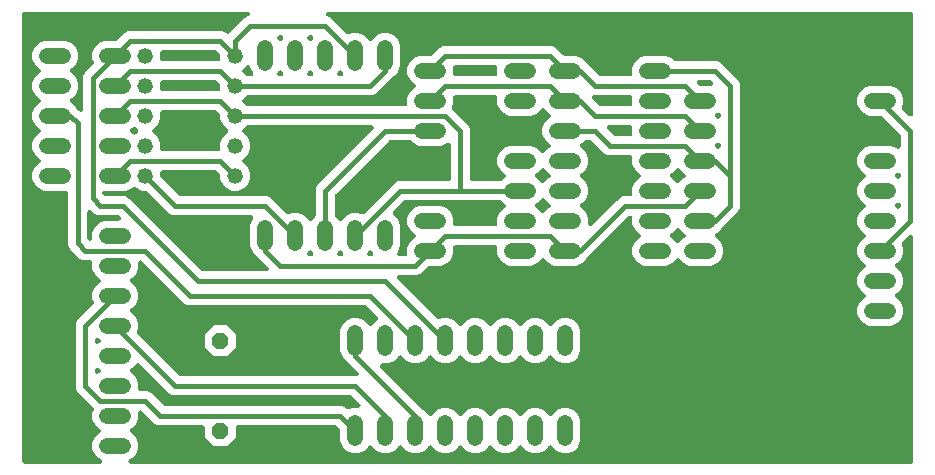
<source format=gbr>
G04 EAGLE Gerber X2 export*
G04 #@! %TF.Part,Single*
G04 #@! %TF.FileFunction,Copper,L1,Top,Mixed*
G04 #@! %TF.FilePolarity,Positive*
G04 #@! %TF.GenerationSoftware,Autodesk,EAGLE,9.0.0*
G04 #@! %TF.CreationDate,2019-08-08T19:18:53Z*
G75*
%MOMM*%
%FSLAX34Y34*%
%LPD*%
%AMOC8*
5,1,8,0,0,1.08239X$1,22.5*%
G01*
%ADD10P,1.539592X8X292.500000*%
%ADD11C,1.320800*%
%ADD12C,1.320800*%
%ADD13C,0.406400*%

G36*
X762326Y10163D02*
X762326Y10163D01*
X762344Y10161D01*
X762526Y10182D01*
X762709Y10201D01*
X762726Y10206D01*
X762743Y10208D01*
X762918Y10265D01*
X763094Y10319D01*
X763109Y10327D01*
X763126Y10333D01*
X763286Y10423D01*
X763448Y10511D01*
X763461Y10522D01*
X763477Y10531D01*
X763616Y10651D01*
X763757Y10768D01*
X763768Y10782D01*
X763782Y10794D01*
X763894Y10939D01*
X764009Y11082D01*
X764017Y11098D01*
X764028Y11112D01*
X764110Y11277D01*
X764195Y11439D01*
X764200Y11456D01*
X764208Y11472D01*
X764255Y11651D01*
X764306Y11826D01*
X764308Y11844D01*
X764312Y11861D01*
X764339Y12192D01*
X764339Y201840D01*
X764338Y201848D01*
X764339Y201857D01*
X764318Y202049D01*
X764299Y202240D01*
X764297Y202249D01*
X764296Y202258D01*
X764238Y202439D01*
X764181Y202625D01*
X764177Y202633D01*
X764174Y202642D01*
X764081Y202810D01*
X763989Y202979D01*
X763984Y202986D01*
X763979Y202994D01*
X763855Y203141D01*
X763732Y203288D01*
X763725Y203294D01*
X763719Y203301D01*
X763568Y203420D01*
X763418Y203541D01*
X763410Y203545D01*
X763403Y203550D01*
X763230Y203638D01*
X763061Y203726D01*
X763052Y203729D01*
X763044Y203733D01*
X762858Y203785D01*
X762674Y203838D01*
X762665Y203838D01*
X762656Y203841D01*
X762463Y203855D01*
X762272Y203871D01*
X762264Y203870D01*
X762255Y203870D01*
X762062Y203846D01*
X761873Y203824D01*
X761864Y203821D01*
X761855Y203820D01*
X761672Y203758D01*
X761490Y203699D01*
X761482Y203694D01*
X761474Y203692D01*
X761307Y203595D01*
X761139Y203501D01*
X761132Y203495D01*
X761125Y203491D01*
X760872Y203276D01*
X755317Y197721D01*
X755303Y197704D01*
X755286Y197690D01*
X755176Y197548D01*
X755062Y197410D01*
X755052Y197390D01*
X755038Y197373D01*
X754957Y197212D01*
X754874Y197054D01*
X754867Y197033D01*
X754857Y197013D01*
X754810Y196840D01*
X754759Y196668D01*
X754757Y196646D01*
X754751Y196625D01*
X754739Y196446D01*
X754722Y196267D01*
X754725Y196245D01*
X754723Y196223D01*
X754746Y196045D01*
X754766Y195867D01*
X754772Y195846D01*
X754775Y195824D01*
X754877Y195508D01*
X755905Y193026D01*
X755905Y187974D01*
X753971Y183306D01*
X750398Y179733D01*
X750263Y179677D01*
X750255Y179672D01*
X750246Y179670D01*
X750079Y179578D01*
X749908Y179487D01*
X749901Y179481D01*
X749893Y179476D01*
X749747Y179353D01*
X749597Y179230D01*
X749592Y179223D01*
X749585Y179217D01*
X749464Y179065D01*
X749344Y178918D01*
X749340Y178910D01*
X749334Y178903D01*
X749247Y178733D01*
X749157Y178561D01*
X749154Y178552D01*
X749150Y178544D01*
X749098Y178361D01*
X749044Y178175D01*
X749043Y178166D01*
X749040Y178157D01*
X749025Y177964D01*
X749009Y177773D01*
X749010Y177765D01*
X749009Y177756D01*
X749032Y177565D01*
X749054Y177373D01*
X749057Y177365D01*
X749058Y177356D01*
X749118Y177174D01*
X749177Y176990D01*
X749182Y176982D01*
X749184Y176974D01*
X749280Y176806D01*
X749374Y176639D01*
X749379Y176632D01*
X749384Y176624D01*
X749511Y176478D01*
X749635Y176333D01*
X749642Y176327D01*
X749648Y176320D01*
X749801Y176203D01*
X749952Y176084D01*
X749960Y176080D01*
X749968Y176075D01*
X750263Y175923D01*
X750398Y175867D01*
X753971Y172294D01*
X755905Y167626D01*
X755905Y162574D01*
X753971Y157906D01*
X750398Y154333D01*
X750263Y154277D01*
X750255Y154272D01*
X750246Y154270D01*
X750077Y154177D01*
X749908Y154086D01*
X749901Y154081D01*
X749893Y154076D01*
X749747Y153953D01*
X749597Y153830D01*
X749592Y153823D01*
X749585Y153817D01*
X749465Y153667D01*
X749344Y153517D01*
X749340Y153509D01*
X749334Y153502D01*
X749246Y153330D01*
X749157Y153161D01*
X749154Y153152D01*
X749150Y153144D01*
X749097Y152958D01*
X749044Y152774D01*
X749043Y152765D01*
X749040Y152757D01*
X749025Y152564D01*
X749009Y152373D01*
X749010Y152364D01*
X749009Y152355D01*
X749033Y152163D01*
X749054Y151973D01*
X749057Y151965D01*
X749058Y151956D01*
X749119Y151772D01*
X749177Y151590D01*
X749182Y151582D01*
X749184Y151574D01*
X749280Y151406D01*
X749374Y151238D01*
X749379Y151232D01*
X749384Y151224D01*
X749510Y151079D01*
X749635Y150933D01*
X749643Y150927D01*
X749648Y150920D01*
X749799Y150805D01*
X749952Y150684D01*
X749961Y150680D01*
X749968Y150675D01*
X750263Y150523D01*
X750398Y150467D01*
X753971Y146894D01*
X755905Y142226D01*
X755905Y137174D01*
X753971Y132506D01*
X750398Y128933D01*
X747700Y127815D01*
X745730Y126999D01*
X727470Y126999D01*
X722802Y128933D01*
X719229Y132506D01*
X717295Y137174D01*
X717295Y142226D01*
X719229Y146894D01*
X722802Y150467D01*
X722937Y150523D01*
X722945Y150528D01*
X722954Y150530D01*
X723121Y150622D01*
X723292Y150713D01*
X723299Y150719D01*
X723307Y150724D01*
X723453Y150847D01*
X723603Y150970D01*
X723608Y150977D01*
X723615Y150983D01*
X723735Y151133D01*
X723856Y151282D01*
X723860Y151290D01*
X723866Y151297D01*
X723953Y151466D01*
X724043Y151639D01*
X724046Y151648D01*
X724050Y151656D01*
X724102Y151839D01*
X724156Y152025D01*
X724157Y152034D01*
X724160Y152043D01*
X724174Y152234D01*
X724191Y152427D01*
X724190Y152435D01*
X724191Y152444D01*
X724168Y152635D01*
X724146Y152827D01*
X724143Y152835D01*
X724142Y152844D01*
X724082Y153026D01*
X724023Y153210D01*
X724018Y153218D01*
X724016Y153226D01*
X723920Y153394D01*
X723826Y153561D01*
X723821Y153568D01*
X723816Y153576D01*
X723689Y153722D01*
X723565Y153867D01*
X723558Y153873D01*
X723552Y153880D01*
X723399Y153997D01*
X723248Y154116D01*
X723240Y154120D01*
X723232Y154125D01*
X722937Y154277D01*
X722802Y154333D01*
X719229Y157906D01*
X717295Y162574D01*
X717295Y167626D01*
X719229Y172294D01*
X722802Y175867D01*
X722937Y175923D01*
X722945Y175928D01*
X722954Y175930D01*
X723122Y176022D01*
X723292Y176114D01*
X723299Y176119D01*
X723307Y176124D01*
X723453Y176247D01*
X723603Y176370D01*
X723608Y176377D01*
X723615Y176383D01*
X723735Y176533D01*
X723856Y176683D01*
X723860Y176691D01*
X723866Y176698D01*
X723954Y176870D01*
X724043Y177039D01*
X724046Y177048D01*
X724050Y177056D01*
X724103Y177242D01*
X724156Y177426D01*
X724157Y177435D01*
X724160Y177443D01*
X724174Y177634D01*
X724191Y177827D01*
X724190Y177836D01*
X724191Y177845D01*
X724167Y178037D01*
X724146Y178227D01*
X724143Y178235D01*
X724142Y178244D01*
X724081Y178428D01*
X724023Y178610D01*
X724018Y178618D01*
X724016Y178626D01*
X723920Y178794D01*
X723826Y178962D01*
X723821Y178968D01*
X723816Y178976D01*
X723691Y179120D01*
X723565Y179267D01*
X723557Y179273D01*
X723552Y179280D01*
X723401Y179395D01*
X723248Y179516D01*
X723239Y179520D01*
X723232Y179525D01*
X722937Y179677D01*
X722802Y179733D01*
X719229Y183306D01*
X717295Y187974D01*
X717295Y193026D01*
X719229Y197694D01*
X722802Y201267D01*
X722937Y201323D01*
X722945Y201328D01*
X722954Y201330D01*
X723122Y201422D01*
X723292Y201514D01*
X723299Y201519D01*
X723307Y201524D01*
X723453Y201647D01*
X723603Y201770D01*
X723608Y201777D01*
X723615Y201783D01*
X723735Y201933D01*
X723856Y202083D01*
X723860Y202091D01*
X723866Y202098D01*
X723954Y202270D01*
X724043Y202439D01*
X724046Y202448D01*
X724050Y202456D01*
X724103Y202642D01*
X724156Y202826D01*
X724157Y202835D01*
X724160Y202843D01*
X724174Y203034D01*
X724191Y203227D01*
X724190Y203236D01*
X724191Y203245D01*
X724167Y203437D01*
X724146Y203627D01*
X724143Y203635D01*
X724142Y203644D01*
X724081Y203828D01*
X724023Y204010D01*
X724018Y204018D01*
X724016Y204026D01*
X723920Y204194D01*
X723826Y204362D01*
X723821Y204368D01*
X723816Y204376D01*
X723690Y204521D01*
X723565Y204667D01*
X723557Y204673D01*
X723552Y204680D01*
X723401Y204795D01*
X723248Y204916D01*
X723239Y204920D01*
X723232Y204925D01*
X722937Y205077D01*
X722802Y205133D01*
X719229Y208706D01*
X717295Y213374D01*
X717295Y218426D01*
X719229Y223094D01*
X722802Y226667D01*
X722937Y226723D01*
X722945Y226728D01*
X722954Y226730D01*
X723121Y226822D01*
X723292Y226913D01*
X723299Y226919D01*
X723307Y226924D01*
X723453Y227047D01*
X723603Y227170D01*
X723608Y227177D01*
X723615Y227183D01*
X723735Y227333D01*
X723856Y227482D01*
X723860Y227490D01*
X723866Y227497D01*
X723953Y227667D01*
X724043Y227839D01*
X724046Y227848D01*
X724050Y227856D01*
X724102Y228039D01*
X724156Y228225D01*
X724157Y228234D01*
X724160Y228243D01*
X724174Y228434D01*
X724191Y228627D01*
X724190Y228635D01*
X724191Y228644D01*
X724168Y228835D01*
X724146Y229027D01*
X724143Y229035D01*
X724142Y229044D01*
X724082Y229226D01*
X724023Y229410D01*
X724018Y229418D01*
X724016Y229426D01*
X723920Y229594D01*
X723826Y229761D01*
X723821Y229768D01*
X723816Y229776D01*
X723689Y229922D01*
X723565Y230067D01*
X723558Y230073D01*
X723552Y230080D01*
X723400Y230197D01*
X723248Y230316D01*
X723240Y230320D01*
X723232Y230325D01*
X722937Y230477D01*
X722802Y230533D01*
X719229Y234106D01*
X717295Y238774D01*
X717295Y243826D01*
X719229Y248494D01*
X722802Y252067D01*
X722937Y252123D01*
X722945Y252128D01*
X722954Y252130D01*
X723121Y252222D01*
X723292Y252313D01*
X723299Y252319D01*
X723307Y252324D01*
X723453Y252447D01*
X723603Y252570D01*
X723608Y252577D01*
X723615Y252583D01*
X723735Y252733D01*
X723856Y252882D01*
X723860Y252890D01*
X723866Y252897D01*
X723953Y253066D01*
X724043Y253239D01*
X724046Y253248D01*
X724050Y253256D01*
X724102Y253439D01*
X724156Y253625D01*
X724157Y253634D01*
X724160Y253643D01*
X724174Y253834D01*
X724191Y254027D01*
X724190Y254035D01*
X724191Y254044D01*
X724168Y254235D01*
X724146Y254427D01*
X724143Y254435D01*
X724142Y254444D01*
X724082Y254626D01*
X724023Y254810D01*
X724018Y254818D01*
X724016Y254826D01*
X723920Y254994D01*
X723826Y255161D01*
X723821Y255168D01*
X723816Y255176D01*
X723689Y255322D01*
X723565Y255467D01*
X723558Y255473D01*
X723552Y255480D01*
X723399Y255597D01*
X723248Y255716D01*
X723240Y255720D01*
X723232Y255725D01*
X722937Y255877D01*
X722802Y255933D01*
X719229Y259506D01*
X717295Y264174D01*
X717295Y269226D01*
X719229Y273894D01*
X722802Y277467D01*
X727470Y279401D01*
X745730Y279401D01*
X750398Y277467D01*
X750404Y277462D01*
X750411Y277456D01*
X750416Y277449D01*
X750567Y277328D01*
X750715Y277207D01*
X750723Y277203D01*
X750730Y277197D01*
X750900Y277109D01*
X751071Y277018D01*
X751079Y277016D01*
X751087Y277011D01*
X751272Y276958D01*
X751457Y276903D01*
X751466Y276903D01*
X751474Y276900D01*
X751666Y276884D01*
X751858Y276867D01*
X751867Y276868D01*
X751876Y276867D01*
X752066Y276890D01*
X752258Y276910D01*
X752266Y276913D01*
X752275Y276914D01*
X752459Y276974D01*
X752642Y277032D01*
X752650Y277036D01*
X752658Y277039D01*
X752826Y277134D01*
X752994Y277227D01*
X753001Y277232D01*
X753009Y277237D01*
X753154Y277362D01*
X753301Y277487D01*
X753307Y277494D01*
X753314Y277500D01*
X753431Y277651D01*
X753551Y277803D01*
X753555Y277811D01*
X753560Y277818D01*
X753646Y277990D01*
X753733Y278162D01*
X753736Y278171D01*
X753740Y278179D01*
X753790Y278365D01*
X753841Y278550D01*
X753842Y278559D01*
X753844Y278567D01*
X753871Y278898D01*
X753871Y287892D01*
X753869Y287918D01*
X753871Y287945D01*
X753849Y288119D01*
X753831Y288292D01*
X753824Y288318D01*
X753820Y288344D01*
X753765Y288510D01*
X753713Y288677D01*
X753700Y288701D01*
X753692Y288726D01*
X753605Y288877D01*
X753521Y289031D01*
X753504Y289052D01*
X753491Y289075D01*
X753276Y289328D01*
X738400Y304204D01*
X738379Y304221D01*
X738362Y304242D01*
X738224Y304349D01*
X738088Y304459D01*
X738065Y304472D01*
X738044Y304488D01*
X737887Y304566D01*
X737733Y304648D01*
X737707Y304656D01*
X737683Y304668D01*
X737514Y304713D01*
X737347Y304763D01*
X737320Y304765D01*
X737294Y304772D01*
X736964Y304799D01*
X727470Y304799D01*
X722802Y306733D01*
X719229Y310306D01*
X717295Y314974D01*
X717295Y320026D01*
X719229Y324694D01*
X722802Y328267D01*
X727470Y330201D01*
X745730Y330201D01*
X750398Y328267D01*
X753971Y324694D01*
X755905Y320026D01*
X755905Y314974D01*
X754877Y312492D01*
X754870Y312471D01*
X754860Y312451D01*
X754812Y312278D01*
X754760Y312107D01*
X754758Y312085D01*
X754752Y312063D01*
X754739Y311884D01*
X754722Y311706D01*
X754725Y311684D01*
X754723Y311662D01*
X754746Y311483D01*
X754764Y311306D01*
X754771Y311284D01*
X754773Y311262D01*
X754831Y311092D01*
X754884Y310921D01*
X754894Y310902D01*
X754902Y310880D01*
X754991Y310725D01*
X755077Y310568D01*
X755091Y310551D01*
X755103Y310532D01*
X755317Y310279D01*
X760872Y304724D01*
X760879Y304718D01*
X760884Y304712D01*
X761034Y304591D01*
X761183Y304469D01*
X761191Y304465D01*
X761198Y304459D01*
X761368Y304371D01*
X761539Y304280D01*
X761548Y304278D01*
X761555Y304274D01*
X761740Y304221D01*
X761925Y304166D01*
X761934Y304165D01*
X761942Y304162D01*
X762134Y304147D01*
X762326Y304129D01*
X762335Y304130D01*
X762344Y304129D01*
X762533Y304152D01*
X762726Y304173D01*
X762735Y304175D01*
X762743Y304176D01*
X762925Y304236D01*
X763110Y304294D01*
X763118Y304298D01*
X763126Y304301D01*
X763295Y304396D01*
X763462Y304489D01*
X763469Y304495D01*
X763477Y304499D01*
X763623Y304625D01*
X763769Y304749D01*
X763775Y304756D01*
X763782Y304762D01*
X763899Y304914D01*
X764019Y305065D01*
X764023Y305073D01*
X764028Y305080D01*
X764114Y305252D01*
X764201Y305424D01*
X764204Y305433D01*
X764208Y305441D01*
X764258Y305626D01*
X764309Y305812D01*
X764310Y305821D01*
X764312Y305830D01*
X764339Y306160D01*
X764339Y390908D01*
X764337Y390926D01*
X764339Y390944D01*
X764318Y391126D01*
X764299Y391309D01*
X764294Y391326D01*
X764292Y391343D01*
X764235Y391518D01*
X764181Y391694D01*
X764173Y391709D01*
X764167Y391726D01*
X764077Y391886D01*
X763989Y392048D01*
X763978Y392061D01*
X763969Y392077D01*
X763849Y392216D01*
X763732Y392357D01*
X763718Y392368D01*
X763706Y392382D01*
X763561Y392494D01*
X763418Y392609D01*
X763402Y392617D01*
X763388Y392628D01*
X763223Y392710D01*
X763061Y392795D01*
X763044Y392800D01*
X763028Y392808D01*
X762849Y392855D01*
X762674Y392906D01*
X762656Y392908D01*
X762639Y392912D01*
X762308Y392939D01*
X269329Y392939D01*
X269325Y392939D01*
X269320Y392939D01*
X269126Y392919D01*
X268929Y392899D01*
X268924Y392898D01*
X268920Y392898D01*
X268732Y392839D01*
X268544Y392781D01*
X268540Y392779D01*
X268535Y392778D01*
X268361Y392682D01*
X268190Y392589D01*
X268186Y392587D01*
X268182Y392584D01*
X268029Y392456D01*
X267880Y392332D01*
X267878Y392328D01*
X267874Y392325D01*
X267749Y392169D01*
X267628Y392018D01*
X267626Y392014D01*
X267623Y392011D01*
X267531Y391830D01*
X267443Y391661D01*
X267441Y391656D01*
X267439Y391652D01*
X267385Y391463D01*
X267331Y391274D01*
X267331Y391269D01*
X267330Y391265D01*
X267315Y391073D01*
X267298Y390872D01*
X267299Y390868D01*
X267298Y390864D01*
X267322Y390670D01*
X267345Y390473D01*
X267347Y390468D01*
X267347Y390464D01*
X267408Y390279D01*
X267470Y390090D01*
X267472Y390086D01*
X267474Y390082D01*
X267570Y389913D01*
X267668Y389739D01*
X267671Y389736D01*
X267673Y389732D01*
X267801Y389585D01*
X267931Y389435D01*
X267935Y389432D01*
X267938Y389428D01*
X268094Y389308D01*
X268249Y389188D01*
X268253Y389186D01*
X268257Y389183D01*
X268552Y389031D01*
X271305Y387891D01*
X284879Y374317D01*
X284884Y374312D01*
X284885Y374312D01*
X284886Y374311D01*
X284896Y374303D01*
X284910Y374286D01*
X285051Y374176D01*
X285190Y374062D01*
X285210Y374052D01*
X285227Y374038D01*
X285388Y373957D01*
X285546Y373874D01*
X285567Y373867D01*
X285587Y373857D01*
X285760Y373810D01*
X285932Y373759D01*
X285954Y373757D01*
X285975Y373751D01*
X286154Y373739D01*
X286333Y373722D01*
X286355Y373725D01*
X286377Y373723D01*
X286555Y373746D01*
X286733Y373766D01*
X286754Y373772D01*
X286776Y373775D01*
X287092Y373877D01*
X287178Y373912D01*
X287178Y373913D01*
X289574Y374905D01*
X294626Y374905D01*
X299294Y372971D01*
X302867Y369398D01*
X302923Y369263D01*
X302928Y369255D01*
X302930Y369246D01*
X303022Y369078D01*
X303114Y368908D01*
X303119Y368901D01*
X303124Y368893D01*
X303247Y368746D01*
X303370Y368597D01*
X303377Y368592D01*
X303383Y368585D01*
X303532Y368466D01*
X303683Y368344D01*
X303691Y368339D01*
X303698Y368334D01*
X303867Y368247D01*
X304039Y368157D01*
X304048Y368154D01*
X304056Y368150D01*
X304241Y368098D01*
X304426Y368044D01*
X304434Y368043D01*
X304443Y368040D01*
X304636Y368025D01*
X304827Y368009D01*
X304836Y368010D01*
X304845Y368009D01*
X305036Y368033D01*
X305227Y368054D01*
X305235Y368057D01*
X305244Y368058D01*
X305428Y368119D01*
X305610Y368177D01*
X305618Y368182D01*
X305626Y368184D01*
X305793Y368280D01*
X305962Y368374D01*
X305968Y368380D01*
X305976Y368384D01*
X306119Y368509D01*
X306267Y368635D01*
X306273Y368643D01*
X306280Y368648D01*
X306396Y368800D01*
X306516Y368953D01*
X306520Y368961D01*
X306525Y368968D01*
X306677Y369263D01*
X306733Y369398D01*
X310306Y372971D01*
X314974Y374905D01*
X320026Y374905D01*
X324694Y372971D01*
X328267Y369398D01*
X330201Y364730D01*
X330201Y346470D01*
X328267Y341802D01*
X324694Y338229D01*
X324436Y338122D01*
X324409Y338107D01*
X324379Y338097D01*
X324232Y338012D01*
X324082Y337932D01*
X324057Y337912D01*
X324030Y337896D01*
X323777Y337682D01*
X321819Y335723D01*
X309405Y323309D01*
X306417Y322071D01*
X201174Y322071D01*
X201148Y322069D01*
X201121Y322071D01*
X200947Y322049D01*
X200774Y322031D01*
X200748Y322024D01*
X200721Y322020D01*
X200556Y321965D01*
X200389Y321913D01*
X200365Y321900D01*
X200340Y321892D01*
X200188Y321805D01*
X200035Y321721D01*
X200014Y321704D01*
X199991Y321691D01*
X199738Y321476D01*
X197694Y319433D01*
X197559Y319377D01*
X197551Y319372D01*
X197542Y319370D01*
X197373Y319277D01*
X197204Y319186D01*
X197197Y319181D01*
X197189Y319176D01*
X197043Y319053D01*
X196893Y318930D01*
X196888Y318923D01*
X196881Y318917D01*
X196761Y318767D01*
X196640Y318617D01*
X196636Y318609D01*
X196630Y318602D01*
X196542Y318430D01*
X196453Y318261D01*
X196450Y318252D01*
X196446Y318244D01*
X196393Y318058D01*
X196340Y317874D01*
X196339Y317865D01*
X196336Y317857D01*
X196321Y317664D01*
X196305Y317473D01*
X196306Y317464D01*
X196305Y317455D01*
X196329Y317262D01*
X196350Y317073D01*
X196353Y317065D01*
X196354Y317056D01*
X196415Y316872D01*
X196473Y316690D01*
X196478Y316682D01*
X196480Y316674D01*
X196576Y316506D01*
X196670Y316338D01*
X196675Y316332D01*
X196680Y316324D01*
X196806Y316179D01*
X196931Y316033D01*
X196939Y316027D01*
X196944Y316020D01*
X197095Y315905D01*
X197248Y315784D01*
X197257Y315780D01*
X197264Y315775D01*
X197559Y315623D01*
X197694Y315567D01*
X199738Y313524D01*
X199759Y313507D01*
X199776Y313486D01*
X199914Y313379D01*
X200049Y313269D01*
X200073Y313256D01*
X200094Y313240D01*
X200251Y313162D01*
X200405Y313080D01*
X200431Y313072D01*
X200455Y313060D01*
X200624Y313015D01*
X200791Y312965D01*
X200818Y312963D01*
X200843Y312956D01*
X201174Y312929D01*
X334264Y312929D01*
X334282Y312931D01*
X334300Y312929D01*
X334482Y312950D01*
X334665Y312969D01*
X334682Y312974D01*
X334699Y312976D01*
X334874Y313033D01*
X335050Y313087D01*
X335065Y313095D01*
X335082Y313101D01*
X335242Y313191D01*
X335404Y313279D01*
X335417Y313290D01*
X335433Y313299D01*
X335572Y313419D01*
X335713Y313536D01*
X335724Y313550D01*
X335738Y313562D01*
X335850Y313707D01*
X335965Y313850D01*
X335973Y313866D01*
X335984Y313880D01*
X336066Y314045D01*
X336151Y314207D01*
X336156Y314224D01*
X336164Y314240D01*
X336211Y314419D01*
X336262Y314594D01*
X336264Y314612D01*
X336268Y314629D01*
X336295Y314960D01*
X336295Y320026D01*
X338229Y324694D01*
X341802Y328267D01*
X341937Y328323D01*
X341945Y328328D01*
X341954Y328330D01*
X342122Y328422D01*
X342292Y328514D01*
X342299Y328519D01*
X342307Y328524D01*
X342453Y328647D01*
X342603Y328770D01*
X342608Y328777D01*
X342615Y328783D01*
X342735Y328933D01*
X342856Y329083D01*
X342860Y329091D01*
X342866Y329098D01*
X342954Y329270D01*
X343043Y329439D01*
X343046Y329448D01*
X343050Y329456D01*
X343103Y329642D01*
X343156Y329826D01*
X343157Y329835D01*
X343160Y329843D01*
X343174Y330034D01*
X343191Y330227D01*
X343190Y330236D01*
X343191Y330245D01*
X343167Y330437D01*
X343146Y330627D01*
X343143Y330635D01*
X343142Y330644D01*
X343081Y330828D01*
X343023Y331010D01*
X343018Y331018D01*
X343016Y331026D01*
X342920Y331194D01*
X342826Y331362D01*
X342821Y331368D01*
X342816Y331376D01*
X342690Y331521D01*
X342565Y331667D01*
X342557Y331673D01*
X342552Y331680D01*
X342401Y331795D01*
X342248Y331916D01*
X342239Y331920D01*
X342232Y331925D01*
X341937Y332077D01*
X341802Y332133D01*
X338229Y335706D01*
X336295Y340374D01*
X336295Y345426D01*
X338229Y350094D01*
X341802Y353667D01*
X346470Y355601D01*
X355964Y355601D01*
X355990Y355603D01*
X356017Y355601D01*
X356191Y355623D01*
X356364Y355641D01*
X356390Y355648D01*
X356416Y355652D01*
X356582Y355707D01*
X356749Y355759D01*
X356773Y355772D01*
X356798Y355780D01*
X356950Y355867D01*
X357103Y355951D01*
X357124Y355968D01*
X357147Y355981D01*
X357400Y356196D01*
X363695Y362491D01*
X366683Y363729D01*
X458817Y363729D01*
X461805Y362491D01*
X468100Y356196D01*
X468121Y356179D01*
X468138Y356158D01*
X468276Y356051D01*
X468412Y355941D01*
X468435Y355928D01*
X468456Y355912D01*
X468613Y355834D01*
X468767Y355752D01*
X468793Y355744D01*
X468817Y355732D01*
X468986Y355687D01*
X469153Y355637D01*
X469180Y355635D01*
X469206Y355628D01*
X469536Y355601D01*
X479030Y355601D01*
X483698Y353667D01*
X487271Y350094D01*
X487378Y349836D01*
X487393Y349809D01*
X487403Y349779D01*
X487488Y349632D01*
X487568Y349482D01*
X487588Y349458D01*
X487604Y349430D01*
X487818Y349177D01*
X498072Y338924D01*
X498093Y338907D01*
X498110Y338886D01*
X498248Y338779D01*
X498384Y338669D01*
X498407Y338656D01*
X498428Y338640D01*
X498585Y338562D01*
X498739Y338480D01*
X498765Y338472D01*
X498789Y338460D01*
X498958Y338415D01*
X499125Y338365D01*
X499152Y338363D01*
X499178Y338356D01*
X499508Y338329D01*
X524764Y338329D01*
X524782Y338331D01*
X524800Y338329D01*
X524982Y338350D01*
X525165Y338369D01*
X525182Y338374D01*
X525199Y338376D01*
X525374Y338433D01*
X525550Y338487D01*
X525565Y338495D01*
X525582Y338501D01*
X525742Y338591D01*
X525904Y338679D01*
X525917Y338690D01*
X525933Y338699D01*
X526072Y338819D01*
X526213Y338936D01*
X526224Y338950D01*
X526238Y338962D01*
X526350Y339107D01*
X526465Y339250D01*
X526473Y339266D01*
X526484Y339280D01*
X526566Y339445D01*
X526651Y339607D01*
X526656Y339624D01*
X526664Y339640D01*
X526711Y339819D01*
X526762Y339994D01*
X526764Y340012D01*
X526768Y340029D01*
X526795Y340360D01*
X526795Y345426D01*
X528729Y350094D01*
X532302Y353667D01*
X536970Y355601D01*
X555230Y355601D01*
X559898Y353667D01*
X561942Y351624D01*
X561963Y351607D01*
X561980Y351586D01*
X562118Y351479D01*
X562253Y351369D01*
X562277Y351356D01*
X562298Y351340D01*
X562455Y351262D01*
X562609Y351180D01*
X562635Y351172D01*
X562659Y351160D01*
X562828Y351115D01*
X562995Y351065D01*
X563022Y351063D01*
X563047Y351056D01*
X563378Y351029D01*
X598517Y351029D01*
X601505Y349791D01*
X616491Y334805D01*
X617729Y331817D01*
X617729Y226983D01*
X616491Y223995D01*
X602118Y209623D01*
X602099Y209598D01*
X602075Y209578D01*
X601971Y209443D01*
X601863Y209311D01*
X601849Y209283D01*
X601830Y209259D01*
X601678Y208963D01*
X601571Y208706D01*
X597998Y205133D01*
X597863Y205077D01*
X597855Y205072D01*
X597846Y205070D01*
X597679Y204978D01*
X597508Y204887D01*
X597501Y204881D01*
X597493Y204876D01*
X597347Y204753D01*
X597197Y204630D01*
X597192Y204623D01*
X597185Y204617D01*
X597065Y204467D01*
X596944Y204318D01*
X596940Y204310D01*
X596934Y204303D01*
X596846Y204131D01*
X596757Y203961D01*
X596754Y203952D01*
X596750Y203944D01*
X596698Y203761D01*
X596644Y203575D01*
X596643Y203566D01*
X596640Y203557D01*
X596626Y203366D01*
X596609Y203173D01*
X596610Y203165D01*
X596609Y203156D01*
X596632Y202965D01*
X596654Y202773D01*
X596657Y202765D01*
X596658Y202756D01*
X596718Y202574D01*
X596777Y202390D01*
X596782Y202382D01*
X596784Y202374D01*
X596880Y202206D01*
X596974Y202039D01*
X596979Y202032D01*
X596984Y202024D01*
X597111Y201878D01*
X597235Y201733D01*
X597242Y201727D01*
X597248Y201720D01*
X597401Y201603D01*
X597552Y201484D01*
X597560Y201480D01*
X597568Y201475D01*
X597863Y201323D01*
X597998Y201267D01*
X601571Y197694D01*
X603505Y193026D01*
X603505Y187974D01*
X601571Y183306D01*
X597998Y179733D01*
X593330Y177799D01*
X575070Y177799D01*
X570402Y179733D01*
X566586Y183548D01*
X566573Y183559D01*
X566561Y183573D01*
X566417Y183687D01*
X566275Y183803D01*
X566259Y183812D01*
X566245Y183823D01*
X566081Y183906D01*
X565919Y183992D01*
X565902Y183997D01*
X565886Y184005D01*
X565709Y184054D01*
X565533Y184107D01*
X565515Y184108D01*
X565498Y184113D01*
X565315Y184126D01*
X565132Y184143D01*
X565114Y184141D01*
X565097Y184142D01*
X564915Y184119D01*
X564732Y184100D01*
X564715Y184094D01*
X564697Y184092D01*
X564524Y184034D01*
X564348Y183978D01*
X564332Y183969D01*
X564316Y183964D01*
X564156Y183872D01*
X563996Y183783D01*
X563982Y183772D01*
X563967Y183763D01*
X563714Y183548D01*
X559898Y179733D01*
X555230Y177799D01*
X536970Y177799D01*
X532302Y179733D01*
X528729Y183306D01*
X526795Y187974D01*
X526795Y193026D01*
X528729Y197694D01*
X532302Y201267D01*
X532437Y201323D01*
X532445Y201328D01*
X532454Y201330D01*
X532621Y201422D01*
X532792Y201513D01*
X532799Y201519D01*
X532807Y201524D01*
X532953Y201647D01*
X533103Y201770D01*
X533108Y201777D01*
X533115Y201783D01*
X533235Y201933D01*
X533356Y202082D01*
X533360Y202090D01*
X533366Y202097D01*
X533453Y202267D01*
X533543Y202439D01*
X533546Y202448D01*
X533550Y202456D01*
X533602Y202639D01*
X533656Y202825D01*
X533657Y202834D01*
X533660Y202843D01*
X533674Y203034D01*
X533691Y203227D01*
X533690Y203235D01*
X533691Y203244D01*
X533668Y203435D01*
X533646Y203627D01*
X533643Y203635D01*
X533642Y203644D01*
X533582Y203826D01*
X533523Y204010D01*
X533518Y204018D01*
X533516Y204026D01*
X533420Y204194D01*
X533326Y204361D01*
X533321Y204368D01*
X533316Y204376D01*
X533189Y204522D01*
X533065Y204667D01*
X533058Y204673D01*
X533052Y204680D01*
X532899Y204797D01*
X532748Y204916D01*
X532740Y204920D01*
X532732Y204925D01*
X532437Y205077D01*
X532302Y205133D01*
X528729Y208706D01*
X526795Y213374D01*
X526795Y218296D01*
X526794Y218304D01*
X526795Y218313D01*
X526774Y218507D01*
X526755Y218696D01*
X526753Y218705D01*
X526752Y218714D01*
X526693Y218898D01*
X526637Y219081D01*
X526633Y219089D01*
X526630Y219098D01*
X526537Y219266D01*
X526445Y219435D01*
X526440Y219442D01*
X526435Y219450D01*
X526311Y219597D01*
X526188Y219744D01*
X526181Y219750D01*
X526175Y219757D01*
X526024Y219876D01*
X525874Y219997D01*
X525866Y220001D01*
X525859Y220006D01*
X525686Y220094D01*
X525517Y220182D01*
X525508Y220185D01*
X525500Y220189D01*
X525314Y220241D01*
X525130Y220294D01*
X525121Y220294D01*
X525112Y220297D01*
X524919Y220311D01*
X524728Y220327D01*
X524720Y220326D01*
X524711Y220326D01*
X524518Y220302D01*
X524329Y220280D01*
X524320Y220277D01*
X524311Y220276D01*
X524129Y220215D01*
X523946Y220155D01*
X523938Y220150D01*
X523930Y220148D01*
X523763Y220051D01*
X523595Y219957D01*
X523588Y219951D01*
X523581Y219947D01*
X523328Y219732D01*
X487818Y184223D01*
X487799Y184198D01*
X487775Y184178D01*
X487671Y184043D01*
X487563Y183911D01*
X487549Y183883D01*
X487530Y183859D01*
X487378Y183564D01*
X487271Y183306D01*
X483698Y179733D01*
X479030Y177799D01*
X460770Y177799D01*
X456102Y179733D01*
X452286Y183548D01*
X452272Y183560D01*
X452261Y183573D01*
X452117Y183687D01*
X451975Y183803D01*
X451959Y183812D01*
X451945Y183823D01*
X451781Y183906D01*
X451619Y183992D01*
X451602Y183997D01*
X451586Y184005D01*
X451409Y184054D01*
X451233Y184107D01*
X451215Y184108D01*
X451198Y184113D01*
X451015Y184126D01*
X450832Y184143D01*
X450814Y184141D01*
X450797Y184142D01*
X450615Y184119D01*
X450432Y184100D01*
X450415Y184094D01*
X450397Y184092D01*
X450223Y184034D01*
X450048Y183978D01*
X450032Y183969D01*
X450016Y183964D01*
X449856Y183872D01*
X449696Y183783D01*
X449682Y183772D01*
X449667Y183763D01*
X449414Y183548D01*
X445598Y179733D01*
X440930Y177799D01*
X422670Y177799D01*
X418002Y179733D01*
X414429Y183306D01*
X412495Y187974D01*
X412495Y193040D01*
X412493Y193058D01*
X412495Y193076D01*
X412474Y193258D01*
X412455Y193441D01*
X412450Y193458D01*
X412448Y193475D01*
X412391Y193650D01*
X412337Y193826D01*
X412329Y193841D01*
X412323Y193858D01*
X412233Y194018D01*
X412145Y194180D01*
X412134Y194193D01*
X412125Y194209D01*
X412005Y194348D01*
X411888Y194489D01*
X411874Y194500D01*
X411862Y194514D01*
X411717Y194626D01*
X411574Y194741D01*
X411558Y194749D01*
X411544Y194760D01*
X411379Y194842D01*
X411217Y194927D01*
X411200Y194932D01*
X411184Y194940D01*
X411005Y194987D01*
X410830Y195038D01*
X410812Y195040D01*
X410795Y195044D01*
X410464Y195071D01*
X376936Y195071D01*
X376918Y195069D01*
X376900Y195071D01*
X376718Y195050D01*
X376535Y195031D01*
X376518Y195026D01*
X376501Y195024D01*
X376326Y194967D01*
X376150Y194913D01*
X376135Y194905D01*
X376118Y194899D01*
X375958Y194809D01*
X375796Y194721D01*
X375783Y194710D01*
X375767Y194701D01*
X375628Y194581D01*
X375487Y194464D01*
X375476Y194450D01*
X375462Y194438D01*
X375350Y194293D01*
X375235Y194150D01*
X375227Y194134D01*
X375216Y194120D01*
X375134Y193955D01*
X375049Y193793D01*
X375044Y193776D01*
X375036Y193760D01*
X374988Y193581D01*
X374938Y193406D01*
X374936Y193388D01*
X374932Y193371D01*
X374905Y193040D01*
X374905Y187974D01*
X372971Y183306D01*
X369398Y179733D01*
X364730Y177799D01*
X355236Y177799D01*
X355210Y177797D01*
X355183Y177799D01*
X355009Y177777D01*
X354836Y177759D01*
X354810Y177752D01*
X354784Y177748D01*
X354618Y177693D01*
X354451Y177641D01*
X354427Y177628D01*
X354402Y177620D01*
X354250Y177533D01*
X354097Y177449D01*
X354076Y177432D01*
X354053Y177419D01*
X353800Y177204D01*
X347505Y170909D01*
X346449Y170471D01*
X344517Y169671D01*
X329328Y169671D01*
X329320Y169670D01*
X329311Y169671D01*
X329117Y169650D01*
X328928Y169631D01*
X328919Y169629D01*
X328910Y169628D01*
X328726Y169569D01*
X328543Y169513D01*
X328535Y169509D01*
X328526Y169506D01*
X328358Y169413D01*
X328189Y169321D01*
X328182Y169316D01*
X328174Y169311D01*
X328027Y169187D01*
X327880Y169064D01*
X327874Y169057D01*
X327867Y169051D01*
X327747Y168899D01*
X327627Y168750D01*
X327623Y168742D01*
X327618Y168735D01*
X327530Y168562D01*
X327442Y168393D01*
X327439Y168384D01*
X327435Y168376D01*
X327383Y168190D01*
X327330Y168006D01*
X327330Y167997D01*
X327327Y167988D01*
X327313Y167795D01*
X327297Y167604D01*
X327298Y167596D01*
X327298Y167587D01*
X327322Y167394D01*
X327344Y167205D01*
X327347Y167196D01*
X327348Y167187D01*
X327410Y167002D01*
X327469Y166822D01*
X327474Y166814D01*
X327476Y166806D01*
X327573Y166639D01*
X327667Y166471D01*
X327673Y166464D01*
X327677Y166457D01*
X327892Y166204D01*
X361079Y133017D01*
X361096Y133003D01*
X361110Y132986D01*
X361252Y132876D01*
X361390Y132762D01*
X361410Y132752D01*
X361427Y132738D01*
X361588Y132657D01*
X361746Y132574D01*
X361767Y132567D01*
X361787Y132557D01*
X361960Y132510D01*
X362132Y132459D01*
X362154Y132457D01*
X362175Y132451D01*
X362354Y132439D01*
X362533Y132422D01*
X362555Y132425D01*
X362577Y132423D01*
X362755Y132446D01*
X362933Y132466D01*
X362954Y132472D01*
X362976Y132475D01*
X363292Y132577D01*
X365774Y133605D01*
X370826Y133605D01*
X375494Y131671D01*
X379067Y128098D01*
X379123Y127963D01*
X379128Y127955D01*
X379130Y127946D01*
X379222Y127778D01*
X379314Y127608D01*
X379319Y127601D01*
X379324Y127593D01*
X379447Y127446D01*
X379570Y127297D01*
X379577Y127292D01*
X379583Y127285D01*
X379733Y127165D01*
X379883Y127044D01*
X379891Y127039D01*
X379898Y127034D01*
X380067Y126947D01*
X380239Y126857D01*
X380248Y126854D01*
X380256Y126850D01*
X380441Y126798D01*
X380626Y126744D01*
X380634Y126743D01*
X380643Y126740D01*
X380836Y126725D01*
X381027Y126709D01*
X381036Y126710D01*
X381045Y126709D01*
X381236Y126733D01*
X381427Y126754D01*
X381435Y126757D01*
X381444Y126758D01*
X381628Y126819D01*
X381810Y126877D01*
X381818Y126882D01*
X381826Y126884D01*
X381993Y126980D01*
X382162Y127074D01*
X382168Y127080D01*
X382176Y127084D01*
X382319Y127209D01*
X382467Y127335D01*
X382473Y127343D01*
X382480Y127348D01*
X382596Y127500D01*
X382716Y127653D01*
X382720Y127661D01*
X382725Y127668D01*
X382877Y127963D01*
X382933Y128098D01*
X386506Y131671D01*
X387767Y132194D01*
X391174Y133605D01*
X396226Y133605D01*
X400894Y131671D01*
X404467Y128098D01*
X404523Y127963D01*
X404528Y127955D01*
X404530Y127946D01*
X404622Y127778D01*
X404714Y127608D01*
X404719Y127601D01*
X404724Y127593D01*
X404847Y127446D01*
X404970Y127297D01*
X404977Y127292D01*
X404983Y127285D01*
X405133Y127165D01*
X405283Y127044D01*
X405291Y127039D01*
X405298Y127034D01*
X405467Y126947D01*
X405639Y126857D01*
X405648Y126854D01*
X405656Y126850D01*
X405841Y126798D01*
X406026Y126744D01*
X406034Y126743D01*
X406043Y126740D01*
X406236Y126725D01*
X406427Y126709D01*
X406436Y126710D01*
X406445Y126709D01*
X406636Y126733D01*
X406827Y126754D01*
X406835Y126757D01*
X406844Y126758D01*
X407028Y126819D01*
X407210Y126877D01*
X407218Y126882D01*
X407226Y126884D01*
X407393Y126980D01*
X407562Y127074D01*
X407568Y127080D01*
X407576Y127084D01*
X407719Y127209D01*
X407867Y127335D01*
X407873Y127343D01*
X407880Y127348D01*
X407996Y127500D01*
X408116Y127653D01*
X408120Y127661D01*
X408125Y127668D01*
X408277Y127963D01*
X408333Y128098D01*
X411906Y131671D01*
X413167Y132194D01*
X416574Y133605D01*
X421626Y133605D01*
X426294Y131671D01*
X429867Y128098D01*
X429923Y127963D01*
X429928Y127955D01*
X429930Y127946D01*
X430022Y127778D01*
X430114Y127608D01*
X430119Y127601D01*
X430124Y127593D01*
X430247Y127447D01*
X430370Y127297D01*
X430377Y127292D01*
X430383Y127285D01*
X430533Y127165D01*
X430683Y127044D01*
X430691Y127040D01*
X430698Y127034D01*
X430870Y126946D01*
X431039Y126857D01*
X431048Y126854D01*
X431056Y126850D01*
X431242Y126797D01*
X431426Y126744D01*
X431435Y126743D01*
X431443Y126740D01*
X431635Y126725D01*
X431827Y126709D01*
X431836Y126710D01*
X431845Y126709D01*
X432037Y126733D01*
X432227Y126754D01*
X432235Y126757D01*
X432244Y126758D01*
X432428Y126819D01*
X432610Y126877D01*
X432618Y126882D01*
X432626Y126884D01*
X432794Y126980D01*
X432962Y127074D01*
X432968Y127079D01*
X432976Y127084D01*
X433121Y127210D01*
X433267Y127335D01*
X433273Y127343D01*
X433280Y127348D01*
X433395Y127499D01*
X433516Y127652D01*
X433520Y127661D01*
X433525Y127668D01*
X433677Y127963D01*
X433733Y128098D01*
X437306Y131671D01*
X438567Y132194D01*
X441974Y133605D01*
X447026Y133605D01*
X451694Y131671D01*
X455267Y128098D01*
X455323Y127963D01*
X455328Y127955D01*
X455330Y127946D01*
X455422Y127778D01*
X455514Y127608D01*
X455519Y127601D01*
X455524Y127593D01*
X455647Y127447D01*
X455770Y127297D01*
X455777Y127292D01*
X455783Y127285D01*
X455933Y127165D01*
X456083Y127044D01*
X456091Y127040D01*
X456098Y127034D01*
X456270Y126946D01*
X456439Y126857D01*
X456448Y126854D01*
X456456Y126850D01*
X456642Y126797D01*
X456826Y126744D01*
X456835Y126743D01*
X456843Y126740D01*
X457035Y126725D01*
X457227Y126709D01*
X457236Y126710D01*
X457245Y126709D01*
X457437Y126733D01*
X457627Y126754D01*
X457635Y126757D01*
X457644Y126758D01*
X457828Y126819D01*
X458010Y126877D01*
X458018Y126882D01*
X458026Y126884D01*
X458194Y126980D01*
X458362Y127074D01*
X458368Y127079D01*
X458376Y127084D01*
X458521Y127210D01*
X458667Y127335D01*
X458673Y127343D01*
X458680Y127348D01*
X458795Y127499D01*
X458916Y127652D01*
X458920Y127661D01*
X458925Y127668D01*
X459077Y127963D01*
X459133Y128098D01*
X462706Y131671D01*
X463967Y132194D01*
X467374Y133605D01*
X472426Y133605D01*
X477094Y131671D01*
X480667Y128098D01*
X482601Y123430D01*
X482601Y105170D01*
X480667Y100502D01*
X477094Y96929D01*
X472426Y94995D01*
X467374Y94995D01*
X462706Y96929D01*
X459133Y100502D01*
X459077Y100637D01*
X459072Y100645D01*
X459070Y100654D01*
X458978Y100821D01*
X458887Y100992D01*
X458881Y100999D01*
X458876Y101007D01*
X458753Y101153D01*
X458630Y101303D01*
X458623Y101308D01*
X458617Y101315D01*
X458467Y101435D01*
X458318Y101556D01*
X458310Y101560D01*
X458303Y101566D01*
X458133Y101653D01*
X457961Y101743D01*
X457952Y101746D01*
X457944Y101750D01*
X457761Y101802D01*
X457575Y101856D01*
X457566Y101857D01*
X457557Y101860D01*
X457366Y101874D01*
X457173Y101891D01*
X457165Y101890D01*
X457156Y101891D01*
X456965Y101868D01*
X456773Y101846D01*
X456765Y101843D01*
X456756Y101842D01*
X456574Y101782D01*
X456390Y101723D01*
X456382Y101718D01*
X456374Y101716D01*
X456206Y101620D01*
X456039Y101526D01*
X456032Y101521D01*
X456024Y101516D01*
X455878Y101389D01*
X455733Y101265D01*
X455727Y101258D01*
X455720Y101252D01*
X455603Y101099D01*
X455484Y100948D01*
X455480Y100940D01*
X455475Y100932D01*
X455323Y100637D01*
X455267Y100502D01*
X451694Y96929D01*
X447026Y94995D01*
X441974Y94995D01*
X437306Y96929D01*
X433733Y100502D01*
X433677Y100637D01*
X433672Y100645D01*
X433670Y100654D01*
X433578Y100821D01*
X433487Y100992D01*
X433481Y100999D01*
X433476Y101007D01*
X433353Y101153D01*
X433230Y101303D01*
X433223Y101308D01*
X433217Y101315D01*
X433067Y101435D01*
X432918Y101556D01*
X432910Y101560D01*
X432903Y101566D01*
X432733Y101653D01*
X432561Y101743D01*
X432552Y101746D01*
X432544Y101750D01*
X432361Y101802D01*
X432175Y101856D01*
X432166Y101857D01*
X432157Y101860D01*
X431966Y101874D01*
X431773Y101891D01*
X431765Y101890D01*
X431756Y101891D01*
X431565Y101868D01*
X431373Y101846D01*
X431365Y101843D01*
X431356Y101842D01*
X431174Y101782D01*
X430990Y101723D01*
X430982Y101718D01*
X430974Y101716D01*
X430806Y101620D01*
X430639Y101526D01*
X430632Y101521D01*
X430624Y101516D01*
X430478Y101389D01*
X430333Y101265D01*
X430327Y101258D01*
X430320Y101252D01*
X430203Y101099D01*
X430084Y100948D01*
X430080Y100940D01*
X430075Y100932D01*
X429923Y100637D01*
X429867Y100502D01*
X426294Y96929D01*
X421626Y94995D01*
X416574Y94995D01*
X411906Y96929D01*
X408333Y100502D01*
X408277Y100637D01*
X408272Y100645D01*
X408270Y100654D01*
X408177Y100823D01*
X408087Y100992D01*
X408081Y100999D01*
X408077Y101007D01*
X407953Y101154D01*
X407830Y101303D01*
X407823Y101308D01*
X407817Y101315D01*
X407667Y101435D01*
X407517Y101556D01*
X407510Y101560D01*
X407503Y101566D01*
X407331Y101654D01*
X407161Y101743D01*
X407152Y101746D01*
X407144Y101750D01*
X406959Y101802D01*
X406775Y101856D01*
X406766Y101857D01*
X406757Y101860D01*
X406565Y101875D01*
X406373Y101891D01*
X406365Y101890D01*
X406356Y101891D01*
X406164Y101867D01*
X405973Y101846D01*
X405965Y101843D01*
X405956Y101842D01*
X405773Y101782D01*
X405590Y101723D01*
X405582Y101718D01*
X405574Y101716D01*
X405408Y101621D01*
X405239Y101526D01*
X405232Y101520D01*
X405224Y101516D01*
X405080Y101391D01*
X404933Y101265D01*
X404927Y101258D01*
X404920Y101252D01*
X404802Y101098D01*
X404684Y100948D01*
X404681Y100940D01*
X404675Y100932D01*
X404523Y100637D01*
X404467Y100502D01*
X400894Y96929D01*
X396226Y94995D01*
X391174Y94995D01*
X386506Y96929D01*
X382933Y100502D01*
X382877Y100637D01*
X382872Y100645D01*
X382870Y100654D01*
X382777Y100823D01*
X382687Y100992D01*
X382681Y100999D01*
X382677Y101007D01*
X382553Y101154D01*
X382430Y101303D01*
X382423Y101308D01*
X382417Y101315D01*
X382267Y101435D01*
X382117Y101556D01*
X382110Y101560D01*
X382103Y101566D01*
X381931Y101654D01*
X381761Y101743D01*
X381752Y101746D01*
X381744Y101750D01*
X381559Y101802D01*
X381375Y101856D01*
X381366Y101857D01*
X381357Y101860D01*
X381165Y101875D01*
X380973Y101891D01*
X380965Y101890D01*
X380956Y101891D01*
X380764Y101867D01*
X380573Y101846D01*
X380565Y101843D01*
X380556Y101842D01*
X380373Y101782D01*
X380190Y101723D01*
X380182Y101718D01*
X380174Y101716D01*
X380008Y101621D01*
X379839Y101526D01*
X379832Y101520D01*
X379824Y101516D01*
X379680Y101391D01*
X379533Y101265D01*
X379527Y101258D01*
X379520Y101252D01*
X379402Y101098D01*
X379284Y100948D01*
X379281Y100940D01*
X379275Y100932D01*
X379123Y100637D01*
X379067Y100502D01*
X375494Y96929D01*
X370826Y94995D01*
X365774Y94995D01*
X361106Y96929D01*
X357533Y100502D01*
X357477Y100637D01*
X357472Y100645D01*
X357470Y100654D01*
X357377Y100823D01*
X357287Y100992D01*
X357281Y100999D01*
X357277Y101007D01*
X357153Y101154D01*
X357030Y101303D01*
X357023Y101308D01*
X357017Y101315D01*
X356867Y101435D01*
X356717Y101556D01*
X356710Y101560D01*
X356703Y101566D01*
X356531Y101654D01*
X356361Y101743D01*
X356352Y101746D01*
X356344Y101750D01*
X356159Y101802D01*
X355975Y101856D01*
X355966Y101857D01*
X355957Y101860D01*
X355765Y101875D01*
X355573Y101891D01*
X355565Y101890D01*
X355556Y101891D01*
X355364Y101867D01*
X355173Y101846D01*
X355165Y101843D01*
X355156Y101842D01*
X354973Y101782D01*
X354790Y101723D01*
X354782Y101718D01*
X354774Y101716D01*
X354608Y101621D01*
X354439Y101526D01*
X354432Y101520D01*
X354424Y101516D01*
X354280Y101391D01*
X354133Y101265D01*
X354127Y101258D01*
X354120Y101252D01*
X354002Y101098D01*
X353884Y100948D01*
X353881Y100940D01*
X353875Y100932D01*
X353723Y100637D01*
X353667Y100502D01*
X350094Y96929D01*
X345426Y94995D01*
X340374Y94995D01*
X335706Y96929D01*
X332133Y100502D01*
X332077Y100637D01*
X332072Y100645D01*
X332070Y100654D01*
X331977Y100823D01*
X331887Y100992D01*
X331881Y100999D01*
X331877Y101007D01*
X331753Y101154D01*
X331630Y101303D01*
X331623Y101308D01*
X331617Y101315D01*
X331467Y101435D01*
X331317Y101556D01*
X331310Y101560D01*
X331303Y101566D01*
X331131Y101654D01*
X330961Y101743D01*
X330952Y101746D01*
X330944Y101750D01*
X330759Y101802D01*
X330575Y101856D01*
X330566Y101857D01*
X330557Y101860D01*
X330365Y101875D01*
X330173Y101891D01*
X330165Y101890D01*
X330156Y101891D01*
X329964Y101867D01*
X329773Y101846D01*
X329765Y101843D01*
X329756Y101842D01*
X329573Y101782D01*
X329390Y101723D01*
X329382Y101718D01*
X329374Y101716D01*
X329208Y101621D01*
X329039Y101526D01*
X329032Y101520D01*
X329024Y101516D01*
X328880Y101391D01*
X328733Y101265D01*
X328727Y101258D01*
X328720Y101252D01*
X328602Y101098D01*
X328484Y100948D01*
X328481Y100940D01*
X328475Y100932D01*
X328323Y100637D01*
X328267Y100502D01*
X324694Y96929D01*
X320026Y94995D01*
X315104Y94995D01*
X315096Y94994D01*
X315087Y94995D01*
X314893Y94974D01*
X314704Y94955D01*
X314695Y94953D01*
X314686Y94952D01*
X314502Y94893D01*
X314319Y94837D01*
X314311Y94833D01*
X314302Y94830D01*
X314134Y94737D01*
X313965Y94645D01*
X313958Y94640D01*
X313950Y94635D01*
X313803Y94511D01*
X313656Y94388D01*
X313650Y94381D01*
X313643Y94375D01*
X313523Y94223D01*
X313403Y94074D01*
X313399Y94066D01*
X313394Y94059D01*
X313306Y93886D01*
X313218Y93717D01*
X313215Y93708D01*
X313211Y93700D01*
X313159Y93514D01*
X313106Y93330D01*
X313106Y93321D01*
X313103Y93312D01*
X313089Y93119D01*
X313073Y92928D01*
X313074Y92920D01*
X313074Y92911D01*
X313098Y92718D01*
X313120Y92529D01*
X313123Y92520D01*
X313124Y92511D01*
X313185Y92329D01*
X313245Y92146D01*
X313250Y92138D01*
X313252Y92130D01*
X313349Y91963D01*
X313443Y91795D01*
X313449Y91788D01*
X313453Y91781D01*
X313668Y91528D01*
X349177Y56018D01*
X349202Y55999D01*
X349222Y55975D01*
X349357Y55871D01*
X349489Y55763D01*
X349517Y55749D01*
X349541Y55730D01*
X349836Y55578D01*
X350094Y55471D01*
X353667Y51898D01*
X353723Y51763D01*
X353728Y51755D01*
X353730Y51746D01*
X353822Y51579D01*
X353913Y51408D01*
X353919Y51401D01*
X353924Y51393D01*
X354047Y51247D01*
X354170Y51097D01*
X354177Y51092D01*
X354183Y51085D01*
X354333Y50965D01*
X354482Y50844D01*
X354490Y50840D01*
X354497Y50834D01*
X354667Y50747D01*
X354839Y50657D01*
X354848Y50654D01*
X354856Y50650D01*
X355039Y50598D01*
X355225Y50544D01*
X355234Y50543D01*
X355243Y50540D01*
X355434Y50526D01*
X355627Y50509D01*
X355635Y50510D01*
X355644Y50509D01*
X355835Y50532D01*
X356027Y50554D01*
X356035Y50557D01*
X356044Y50558D01*
X356226Y50618D01*
X356410Y50677D01*
X356418Y50682D01*
X356426Y50684D01*
X356594Y50780D01*
X356761Y50874D01*
X356768Y50879D01*
X356776Y50884D01*
X356922Y51011D01*
X357067Y51135D01*
X357073Y51142D01*
X357080Y51148D01*
X357197Y51301D01*
X357316Y51452D01*
X357320Y51460D01*
X357325Y51468D01*
X357477Y51763D01*
X357533Y51898D01*
X361106Y55471D01*
X365774Y57405D01*
X370826Y57405D01*
X375494Y55471D01*
X379067Y51898D01*
X379123Y51763D01*
X379128Y51755D01*
X379130Y51746D01*
X379222Y51579D01*
X379313Y51408D01*
X379319Y51401D01*
X379324Y51393D01*
X379447Y51247D01*
X379570Y51097D01*
X379577Y51092D01*
X379583Y51085D01*
X379733Y50965D01*
X379882Y50844D01*
X379890Y50840D01*
X379897Y50834D01*
X380067Y50747D01*
X380239Y50657D01*
X380248Y50654D01*
X380256Y50650D01*
X380439Y50598D01*
X380625Y50544D01*
X380634Y50543D01*
X380643Y50540D01*
X380834Y50526D01*
X381027Y50509D01*
X381035Y50510D01*
X381044Y50509D01*
X381235Y50532D01*
X381427Y50554D01*
X381435Y50557D01*
X381444Y50558D01*
X381626Y50618D01*
X381810Y50677D01*
X381818Y50682D01*
X381826Y50684D01*
X381994Y50780D01*
X382161Y50874D01*
X382168Y50879D01*
X382176Y50884D01*
X382322Y51011D01*
X382467Y51135D01*
X382473Y51142D01*
X382480Y51148D01*
X382597Y51301D01*
X382716Y51452D01*
X382720Y51460D01*
X382725Y51468D01*
X382877Y51763D01*
X382933Y51898D01*
X386506Y55471D01*
X391174Y57405D01*
X396226Y57405D01*
X400894Y55471D01*
X404467Y51898D01*
X404523Y51763D01*
X404528Y51755D01*
X404530Y51746D01*
X404622Y51578D01*
X404714Y51408D01*
X404719Y51401D01*
X404724Y51393D01*
X404847Y51247D01*
X404970Y51097D01*
X404977Y51092D01*
X404983Y51085D01*
X405133Y50965D01*
X405283Y50844D01*
X405291Y50840D01*
X405298Y50834D01*
X405470Y50746D01*
X405639Y50657D01*
X405648Y50654D01*
X405656Y50650D01*
X405842Y50597D01*
X406026Y50544D01*
X406035Y50543D01*
X406043Y50540D01*
X406235Y50525D01*
X406427Y50509D01*
X406436Y50510D01*
X406445Y50509D01*
X406637Y50533D01*
X406827Y50554D01*
X406835Y50557D01*
X406844Y50558D01*
X407028Y50619D01*
X407210Y50677D01*
X407218Y50682D01*
X407226Y50684D01*
X407394Y50780D01*
X407562Y50874D01*
X407568Y50879D01*
X407576Y50884D01*
X407721Y51010D01*
X407867Y51135D01*
X407873Y51143D01*
X407880Y51148D01*
X407995Y51299D01*
X408116Y51452D01*
X408120Y51461D01*
X408125Y51468D01*
X408277Y51763D01*
X408333Y51898D01*
X411906Y55471D01*
X416574Y57405D01*
X421626Y57405D01*
X426294Y55471D01*
X429867Y51898D01*
X429923Y51763D01*
X429928Y51755D01*
X429930Y51746D01*
X430022Y51578D01*
X430114Y51408D01*
X430119Y51401D01*
X430124Y51393D01*
X430247Y51247D01*
X430370Y51097D01*
X430377Y51092D01*
X430383Y51085D01*
X430533Y50965D01*
X430683Y50844D01*
X430691Y50840D01*
X430698Y50834D01*
X430870Y50746D01*
X431039Y50657D01*
X431048Y50654D01*
X431056Y50650D01*
X431242Y50597D01*
X431426Y50544D01*
X431435Y50543D01*
X431443Y50540D01*
X431635Y50525D01*
X431827Y50509D01*
X431836Y50510D01*
X431845Y50509D01*
X432037Y50533D01*
X432227Y50554D01*
X432235Y50557D01*
X432244Y50558D01*
X432428Y50619D01*
X432610Y50677D01*
X432618Y50682D01*
X432626Y50684D01*
X432794Y50780D01*
X432962Y50874D01*
X432968Y50879D01*
X432976Y50884D01*
X433121Y51010D01*
X433267Y51135D01*
X433273Y51143D01*
X433280Y51148D01*
X433395Y51299D01*
X433516Y51452D01*
X433520Y51461D01*
X433525Y51468D01*
X433677Y51763D01*
X433733Y51898D01*
X437306Y55471D01*
X441974Y57405D01*
X447026Y57405D01*
X451694Y55471D01*
X455267Y51898D01*
X455323Y51763D01*
X455328Y51755D01*
X455330Y51746D01*
X455422Y51579D01*
X455513Y51408D01*
X455519Y51401D01*
X455524Y51393D01*
X455647Y51247D01*
X455770Y51097D01*
X455777Y51092D01*
X455783Y51085D01*
X455933Y50965D01*
X456082Y50844D01*
X456090Y50840D01*
X456097Y50834D01*
X456267Y50747D01*
X456439Y50657D01*
X456448Y50654D01*
X456456Y50650D01*
X456639Y50598D01*
X456825Y50544D01*
X456834Y50543D01*
X456843Y50540D01*
X457034Y50526D01*
X457227Y50509D01*
X457235Y50510D01*
X457244Y50509D01*
X457435Y50532D01*
X457627Y50554D01*
X457635Y50557D01*
X457644Y50558D01*
X457826Y50618D01*
X458010Y50677D01*
X458018Y50682D01*
X458026Y50684D01*
X458194Y50780D01*
X458361Y50874D01*
X458368Y50879D01*
X458376Y50884D01*
X458522Y51011D01*
X458667Y51135D01*
X458673Y51142D01*
X458680Y51148D01*
X458797Y51301D01*
X458916Y51452D01*
X458920Y51460D01*
X458925Y51468D01*
X459077Y51763D01*
X459133Y51898D01*
X462706Y55471D01*
X467374Y57405D01*
X472426Y57405D01*
X477094Y55471D01*
X480667Y51898D01*
X482601Y47230D01*
X482601Y28970D01*
X480667Y24302D01*
X477094Y20729D01*
X472426Y18795D01*
X467374Y18795D01*
X462706Y20729D01*
X459133Y24302D01*
X459077Y24437D01*
X459072Y24445D01*
X459070Y24454D01*
X458978Y24622D01*
X458886Y24792D01*
X458881Y24799D01*
X458876Y24807D01*
X458753Y24953D01*
X458630Y25103D01*
X458623Y25108D01*
X458617Y25115D01*
X458467Y25235D01*
X458317Y25356D01*
X458309Y25360D01*
X458302Y25366D01*
X458130Y25454D01*
X457961Y25543D01*
X457952Y25546D01*
X457944Y25550D01*
X457758Y25603D01*
X457574Y25656D01*
X457565Y25657D01*
X457557Y25660D01*
X457365Y25675D01*
X457173Y25691D01*
X457164Y25690D01*
X457155Y25691D01*
X456963Y25667D01*
X456773Y25646D01*
X456765Y25643D01*
X456756Y25642D01*
X456572Y25581D01*
X456390Y25523D01*
X456382Y25518D01*
X456374Y25516D01*
X456206Y25420D01*
X456038Y25326D01*
X456032Y25321D01*
X456024Y25316D01*
X455879Y25190D01*
X455733Y25065D01*
X455727Y25057D01*
X455720Y25052D01*
X455605Y24901D01*
X455484Y24748D01*
X455480Y24739D01*
X455475Y24732D01*
X455323Y24437D01*
X455267Y24302D01*
X451694Y20729D01*
X447026Y18795D01*
X441974Y18795D01*
X437306Y20729D01*
X433733Y24302D01*
X433677Y24437D01*
X433672Y24445D01*
X433670Y24454D01*
X433578Y24621D01*
X433487Y24792D01*
X433481Y24799D01*
X433476Y24807D01*
X433353Y24953D01*
X433230Y25103D01*
X433223Y25108D01*
X433217Y25115D01*
X433067Y25235D01*
X432918Y25356D01*
X432910Y25360D01*
X432903Y25366D01*
X432733Y25453D01*
X432561Y25543D01*
X432552Y25546D01*
X432544Y25550D01*
X432361Y25602D01*
X432175Y25656D01*
X432166Y25657D01*
X432157Y25660D01*
X431966Y25674D01*
X431773Y25691D01*
X431765Y25690D01*
X431756Y25691D01*
X431565Y25668D01*
X431373Y25646D01*
X431365Y25643D01*
X431356Y25642D01*
X431174Y25582D01*
X430990Y25523D01*
X430982Y25518D01*
X430974Y25516D01*
X430806Y25420D01*
X430639Y25326D01*
X430632Y25321D01*
X430624Y25316D01*
X430478Y25189D01*
X430333Y25065D01*
X430327Y25058D01*
X430320Y25052D01*
X430203Y24899D01*
X430084Y24748D01*
X430080Y24740D01*
X430075Y24732D01*
X429923Y24437D01*
X429867Y24302D01*
X426294Y20729D01*
X421626Y18795D01*
X416574Y18795D01*
X411906Y20729D01*
X408333Y24302D01*
X408277Y24437D01*
X408272Y24445D01*
X408270Y24454D01*
X408178Y24621D01*
X408087Y24792D01*
X408081Y24799D01*
X408076Y24807D01*
X407953Y24953D01*
X407830Y25103D01*
X407823Y25108D01*
X407817Y25115D01*
X407667Y25235D01*
X407518Y25356D01*
X407510Y25360D01*
X407503Y25366D01*
X407333Y25453D01*
X407161Y25543D01*
X407152Y25546D01*
X407144Y25550D01*
X406961Y25602D01*
X406775Y25656D01*
X406766Y25657D01*
X406757Y25660D01*
X406566Y25674D01*
X406373Y25691D01*
X406365Y25690D01*
X406356Y25691D01*
X406165Y25668D01*
X405973Y25646D01*
X405965Y25643D01*
X405956Y25642D01*
X405774Y25582D01*
X405590Y25523D01*
X405582Y25518D01*
X405574Y25516D01*
X405406Y25420D01*
X405239Y25326D01*
X405232Y25321D01*
X405224Y25316D01*
X405078Y25189D01*
X404933Y25065D01*
X404927Y25058D01*
X404920Y25052D01*
X404803Y24899D01*
X404684Y24748D01*
X404680Y24740D01*
X404675Y24732D01*
X404523Y24437D01*
X404467Y24302D01*
X400894Y20729D01*
X396226Y18795D01*
X391174Y18795D01*
X386506Y20729D01*
X382933Y24302D01*
X382877Y24437D01*
X382872Y24445D01*
X382870Y24454D01*
X382778Y24622D01*
X382686Y24792D01*
X382681Y24799D01*
X382676Y24807D01*
X382553Y24953D01*
X382430Y25103D01*
X382423Y25108D01*
X382417Y25115D01*
X382267Y25235D01*
X382117Y25356D01*
X382109Y25360D01*
X382102Y25366D01*
X381930Y25454D01*
X381761Y25543D01*
X381752Y25546D01*
X381744Y25550D01*
X381558Y25603D01*
X381374Y25656D01*
X381365Y25657D01*
X381357Y25660D01*
X381165Y25675D01*
X380973Y25691D01*
X380964Y25690D01*
X380955Y25691D01*
X380763Y25667D01*
X380573Y25646D01*
X380565Y25643D01*
X380556Y25642D01*
X380372Y25581D01*
X380190Y25523D01*
X380182Y25518D01*
X380174Y25516D01*
X380006Y25420D01*
X379838Y25326D01*
X379832Y25321D01*
X379824Y25316D01*
X379679Y25190D01*
X379533Y25065D01*
X379527Y25057D01*
X379520Y25052D01*
X379405Y24901D01*
X379284Y24748D01*
X379280Y24739D01*
X379275Y24732D01*
X379123Y24437D01*
X379067Y24302D01*
X375494Y20729D01*
X370826Y18795D01*
X365774Y18795D01*
X361106Y20729D01*
X357533Y24302D01*
X357477Y24437D01*
X357472Y24445D01*
X357470Y24454D01*
X357378Y24622D01*
X357286Y24792D01*
X357281Y24799D01*
X357276Y24807D01*
X357153Y24953D01*
X357030Y25103D01*
X357023Y25108D01*
X357017Y25115D01*
X356867Y25235D01*
X356717Y25356D01*
X356709Y25360D01*
X356702Y25366D01*
X356530Y25454D01*
X356361Y25543D01*
X356352Y25546D01*
X356344Y25550D01*
X356158Y25603D01*
X355974Y25656D01*
X355965Y25657D01*
X355957Y25660D01*
X355765Y25675D01*
X355573Y25691D01*
X355564Y25690D01*
X355555Y25691D01*
X355363Y25667D01*
X355173Y25646D01*
X355165Y25643D01*
X355156Y25642D01*
X354972Y25581D01*
X354790Y25523D01*
X354782Y25518D01*
X354774Y25516D01*
X354606Y25420D01*
X354438Y25326D01*
X354432Y25321D01*
X354424Y25316D01*
X354279Y25190D01*
X354133Y25065D01*
X354127Y25057D01*
X354120Y25052D01*
X354005Y24901D01*
X353884Y24748D01*
X353880Y24739D01*
X353875Y24732D01*
X353723Y24437D01*
X353667Y24302D01*
X350094Y20729D01*
X345426Y18795D01*
X340374Y18795D01*
X335706Y20729D01*
X332133Y24302D01*
X332077Y24437D01*
X332072Y24445D01*
X332070Y24454D01*
X331978Y24622D01*
X331886Y24792D01*
X331881Y24799D01*
X331876Y24807D01*
X331753Y24953D01*
X331630Y25103D01*
X331623Y25108D01*
X331617Y25115D01*
X331467Y25235D01*
X331317Y25356D01*
X331309Y25360D01*
X331302Y25366D01*
X331130Y25454D01*
X330961Y25543D01*
X330952Y25546D01*
X330944Y25550D01*
X330758Y25603D01*
X330574Y25656D01*
X330565Y25657D01*
X330557Y25660D01*
X330365Y25675D01*
X330173Y25691D01*
X330164Y25690D01*
X330155Y25691D01*
X329963Y25667D01*
X329773Y25646D01*
X329765Y25643D01*
X329756Y25642D01*
X329572Y25581D01*
X329390Y25523D01*
X329382Y25518D01*
X329374Y25516D01*
X329206Y25420D01*
X329038Y25326D01*
X329032Y25321D01*
X329024Y25316D01*
X328879Y25190D01*
X328733Y25065D01*
X328727Y25057D01*
X328720Y25052D01*
X328605Y24901D01*
X328484Y24748D01*
X328480Y24739D01*
X328475Y24732D01*
X328323Y24437D01*
X328267Y24302D01*
X324694Y20729D01*
X320026Y18795D01*
X314974Y18795D01*
X310306Y20729D01*
X306733Y24302D01*
X306677Y24437D01*
X306672Y24445D01*
X306670Y24454D01*
X306578Y24622D01*
X306486Y24792D01*
X306481Y24799D01*
X306476Y24807D01*
X306353Y24953D01*
X306230Y25103D01*
X306223Y25108D01*
X306217Y25115D01*
X306067Y25235D01*
X305917Y25356D01*
X305909Y25360D01*
X305902Y25366D01*
X305730Y25454D01*
X305561Y25543D01*
X305552Y25546D01*
X305544Y25550D01*
X305358Y25603D01*
X305174Y25656D01*
X305165Y25657D01*
X305157Y25660D01*
X304965Y25675D01*
X304773Y25691D01*
X304764Y25690D01*
X304755Y25691D01*
X304563Y25667D01*
X304373Y25646D01*
X304365Y25643D01*
X304356Y25642D01*
X304172Y25581D01*
X303990Y25523D01*
X303982Y25518D01*
X303974Y25516D01*
X303806Y25420D01*
X303638Y25326D01*
X303632Y25321D01*
X303624Y25316D01*
X303479Y25190D01*
X303333Y25065D01*
X303327Y25057D01*
X303320Y25052D01*
X303205Y24901D01*
X303084Y24748D01*
X303080Y24739D01*
X303075Y24732D01*
X302923Y24437D01*
X302867Y24302D01*
X299294Y20729D01*
X294626Y18795D01*
X289574Y18795D01*
X284906Y20729D01*
X281333Y24302D01*
X279399Y28970D01*
X279399Y38464D01*
X279397Y38490D01*
X279399Y38517D01*
X279377Y38691D01*
X279359Y38864D01*
X279352Y38890D01*
X279348Y38916D01*
X279293Y39082D01*
X279241Y39249D01*
X279228Y39273D01*
X279220Y39298D01*
X279133Y39450D01*
X279049Y39603D01*
X279032Y39624D01*
X279019Y39647D01*
X278804Y39900D01*
X276628Y42076D01*
X276612Y42089D01*
X276600Y42103D01*
X276596Y42106D01*
X276590Y42114D01*
X276452Y42221D01*
X276316Y42331D01*
X276293Y42344D01*
X276272Y42360D01*
X276115Y42438D01*
X275961Y42520D01*
X275935Y42528D01*
X275911Y42540D01*
X275742Y42585D01*
X275575Y42635D01*
X275548Y42637D01*
X275522Y42644D01*
X275192Y42671D01*
X193040Y42671D01*
X193022Y42669D01*
X193004Y42671D01*
X192822Y42650D01*
X192639Y42631D01*
X192622Y42626D01*
X192605Y42624D01*
X192430Y42567D01*
X192254Y42513D01*
X192239Y42505D01*
X192222Y42499D01*
X192062Y42409D01*
X191900Y42321D01*
X191887Y42310D01*
X191871Y42301D01*
X191732Y42181D01*
X191591Y42064D01*
X191580Y42050D01*
X191566Y42038D01*
X191454Y41893D01*
X191339Y41750D01*
X191331Y41734D01*
X191320Y41720D01*
X191238Y41555D01*
X191153Y41393D01*
X191148Y41376D01*
X191140Y41360D01*
X191093Y41181D01*
X191042Y41006D01*
X191040Y40988D01*
X191036Y40971D01*
X191009Y40640D01*
X191009Y32629D01*
X183271Y24891D01*
X172329Y24891D01*
X164591Y32629D01*
X164591Y40640D01*
X164590Y40653D01*
X164591Y40665D01*
X164590Y40669D01*
X164591Y40676D01*
X164570Y40858D01*
X164551Y41041D01*
X164546Y41058D01*
X164544Y41075D01*
X164487Y41250D01*
X164433Y41426D01*
X164425Y41441D01*
X164419Y41458D01*
X164329Y41618D01*
X164241Y41780D01*
X164230Y41793D01*
X164221Y41809D01*
X164101Y41948D01*
X163984Y42089D01*
X163970Y42100D01*
X163958Y42114D01*
X163813Y42226D01*
X163670Y42341D01*
X163654Y42349D01*
X163640Y42360D01*
X163475Y42442D01*
X163313Y42527D01*
X163296Y42532D01*
X163280Y42540D01*
X163101Y42587D01*
X162926Y42638D01*
X162908Y42640D01*
X162891Y42644D01*
X162560Y42671D01*
X125383Y42671D01*
X122395Y43909D01*
X111672Y54632D01*
X111665Y54638D01*
X111660Y54644D01*
X111510Y54765D01*
X111361Y54887D01*
X111353Y54891D01*
X111346Y54897D01*
X111176Y54985D01*
X111005Y55076D01*
X110996Y55078D01*
X110989Y55082D01*
X110804Y55135D01*
X110619Y55190D01*
X110610Y55191D01*
X110602Y55194D01*
X110410Y55209D01*
X110218Y55227D01*
X110209Y55226D01*
X110200Y55227D01*
X110011Y55204D01*
X109818Y55183D01*
X109809Y55181D01*
X109801Y55180D01*
X109619Y55120D01*
X109434Y55062D01*
X109426Y55058D01*
X109418Y55055D01*
X109249Y54960D01*
X109082Y54867D01*
X109075Y54861D01*
X109067Y54857D01*
X108921Y54731D01*
X108775Y54607D01*
X108769Y54600D01*
X108762Y54594D01*
X108645Y54442D01*
X108525Y54291D01*
X108521Y54283D01*
X108516Y54276D01*
X108430Y54104D01*
X108343Y53932D01*
X108340Y53923D01*
X108336Y53915D01*
X108286Y53729D01*
X108235Y53544D01*
X108234Y53535D01*
X108232Y53526D01*
X108205Y53196D01*
X108205Y48274D01*
X106271Y43606D01*
X102698Y40033D01*
X102563Y39977D01*
X102555Y39972D01*
X102546Y39970D01*
X102379Y39878D01*
X102208Y39787D01*
X102201Y39781D01*
X102193Y39776D01*
X102047Y39653D01*
X101897Y39530D01*
X101892Y39523D01*
X101885Y39517D01*
X101765Y39367D01*
X101644Y39218D01*
X101640Y39210D01*
X101634Y39203D01*
X101547Y39033D01*
X101457Y38861D01*
X101454Y38852D01*
X101450Y38844D01*
X101398Y38661D01*
X101344Y38475D01*
X101343Y38466D01*
X101340Y38457D01*
X101325Y38264D01*
X101309Y38073D01*
X101310Y38065D01*
X101309Y38056D01*
X101332Y37865D01*
X101354Y37673D01*
X101357Y37665D01*
X101358Y37656D01*
X101418Y37474D01*
X101477Y37290D01*
X101482Y37282D01*
X101484Y37274D01*
X101580Y37106D01*
X101674Y36939D01*
X101679Y36932D01*
X101684Y36924D01*
X101811Y36778D01*
X101935Y36633D01*
X101942Y36627D01*
X101948Y36620D01*
X102101Y36503D01*
X102252Y36384D01*
X102260Y36380D01*
X102268Y36375D01*
X102563Y36223D01*
X102698Y36167D01*
X106271Y32594D01*
X108205Y27926D01*
X108205Y22874D01*
X106271Y18206D01*
X102698Y14633D01*
X101336Y14069D01*
X101332Y14067D01*
X101328Y14065D01*
X101155Y13972D01*
X100981Y13878D01*
X100978Y13876D01*
X100974Y13873D01*
X100823Y13748D01*
X100671Y13622D01*
X100668Y13619D01*
X100665Y13616D01*
X100543Y13465D01*
X100417Y13309D01*
X100415Y13305D01*
X100412Y13302D01*
X100323Y13130D01*
X100230Y12953D01*
X100229Y12949D01*
X100227Y12945D01*
X100173Y12757D01*
X100117Y12566D01*
X100117Y12562D01*
X100115Y12558D01*
X100099Y12360D01*
X100082Y12165D01*
X100083Y12161D01*
X100083Y12156D01*
X100105Y11961D01*
X100128Y11765D01*
X100129Y11761D01*
X100129Y11757D01*
X100191Y11569D01*
X100251Y11382D01*
X100253Y11378D01*
X100254Y11374D01*
X100352Y11200D01*
X100447Y11030D01*
X100450Y11027D01*
X100452Y11023D01*
X100582Y10873D01*
X100709Y10725D01*
X100712Y10722D01*
X100715Y10718D01*
X100872Y10597D01*
X101026Y10476D01*
X101030Y10474D01*
X101033Y10472D01*
X101210Y10384D01*
X101386Y10296D01*
X101390Y10294D01*
X101394Y10292D01*
X101585Y10241D01*
X101774Y10189D01*
X101778Y10189D01*
X101783Y10188D01*
X102113Y10161D01*
X762308Y10161D01*
X762326Y10163D01*
G37*
G36*
X75691Y10161D02*
X75691Y10161D01*
X75695Y10161D01*
X75890Y10181D01*
X76087Y10201D01*
X76091Y10202D01*
X76096Y10202D01*
X76284Y10261D01*
X76472Y10319D01*
X76476Y10321D01*
X76480Y10322D01*
X76655Y10418D01*
X76826Y10511D01*
X76829Y10513D01*
X76833Y10516D01*
X76986Y10644D01*
X77135Y10768D01*
X77138Y10772D01*
X77142Y10775D01*
X77265Y10930D01*
X77388Y11082D01*
X77390Y11086D01*
X77393Y11090D01*
X77484Y11268D01*
X77573Y11439D01*
X77574Y11444D01*
X77576Y11448D01*
X77631Y11641D01*
X77685Y11826D01*
X77685Y11831D01*
X77686Y11835D01*
X77701Y12031D01*
X77717Y12228D01*
X77717Y12232D01*
X77717Y12236D01*
X77694Y12430D01*
X77671Y12627D01*
X77669Y12632D01*
X77669Y12636D01*
X77607Y12821D01*
X77546Y13010D01*
X77543Y13014D01*
X77542Y13018D01*
X77446Y13187D01*
X77348Y13361D01*
X77345Y13364D01*
X77343Y13368D01*
X77213Y13517D01*
X77085Y13665D01*
X77081Y13668D01*
X77078Y13672D01*
X76919Y13794D01*
X76767Y13912D01*
X76763Y13914D01*
X76759Y13917D01*
X76464Y14069D01*
X75102Y14633D01*
X71529Y18206D01*
X69595Y22874D01*
X69595Y27926D01*
X71529Y32594D01*
X75102Y36167D01*
X75237Y36223D01*
X75245Y36228D01*
X75254Y36230D01*
X75422Y36322D01*
X75592Y36414D01*
X75599Y36419D01*
X75607Y36424D01*
X75753Y36547D01*
X75903Y36670D01*
X75908Y36677D01*
X75915Y36683D01*
X76035Y36833D01*
X76156Y36983D01*
X76160Y36991D01*
X76166Y36998D01*
X76254Y37170D01*
X76343Y37339D01*
X76346Y37348D01*
X76350Y37356D01*
X76403Y37542D01*
X76456Y37726D01*
X76457Y37735D01*
X76460Y37743D01*
X76474Y37934D01*
X76491Y38127D01*
X76490Y38136D01*
X76491Y38145D01*
X76467Y38337D01*
X76446Y38527D01*
X76443Y38535D01*
X76442Y38544D01*
X76381Y38728D01*
X76323Y38910D01*
X76318Y38918D01*
X76316Y38926D01*
X76220Y39094D01*
X76126Y39262D01*
X76121Y39268D01*
X76116Y39276D01*
X75990Y39421D01*
X75865Y39567D01*
X75857Y39573D01*
X75852Y39580D01*
X75701Y39695D01*
X75548Y39816D01*
X75539Y39820D01*
X75532Y39825D01*
X75237Y39977D01*
X75102Y40033D01*
X71529Y43606D01*
X69595Y48274D01*
X69595Y53326D01*
X70623Y55808D01*
X70630Y55829D01*
X70640Y55849D01*
X70688Y56022D01*
X70740Y56193D01*
X70742Y56215D01*
X70748Y56237D01*
X70761Y56417D01*
X70778Y56594D01*
X70775Y56616D01*
X70777Y56638D01*
X70755Y56817D01*
X70736Y56994D01*
X70729Y57016D01*
X70727Y57038D01*
X70669Y57208D01*
X70616Y57379D01*
X70606Y57398D01*
X70598Y57420D01*
X70509Y57575D01*
X70423Y57732D01*
X70409Y57749D01*
X70398Y57768D01*
X70183Y58021D01*
X59181Y69023D01*
X56609Y71595D01*
X55371Y74583D01*
X55371Y128617D01*
X56609Y131605D01*
X70183Y145179D01*
X70197Y145196D01*
X70214Y145210D01*
X70325Y145352D01*
X70438Y145490D01*
X70448Y145510D01*
X70462Y145527D01*
X70543Y145688D01*
X70627Y145846D01*
X70633Y145867D01*
X70643Y145887D01*
X70690Y146060D01*
X70741Y146232D01*
X70743Y146254D01*
X70749Y146275D01*
X70761Y146453D01*
X70778Y146633D01*
X70775Y146655D01*
X70777Y146677D01*
X70754Y146854D01*
X70734Y147033D01*
X70728Y147054D01*
X70725Y147076D01*
X70623Y147392D01*
X69595Y149874D01*
X69595Y154926D01*
X71529Y159594D01*
X75102Y163167D01*
X75237Y163223D01*
X75245Y163228D01*
X75254Y163230D01*
X75422Y163322D01*
X75592Y163414D01*
X75599Y163419D01*
X75607Y163424D01*
X75753Y163547D01*
X75903Y163670D01*
X75908Y163677D01*
X75915Y163683D01*
X76035Y163833D01*
X76156Y163983D01*
X76160Y163991D01*
X76166Y163998D01*
X76254Y164170D01*
X76343Y164339D01*
X76346Y164348D01*
X76350Y164356D01*
X76403Y164542D01*
X76456Y164726D01*
X76457Y164735D01*
X76460Y164743D01*
X76474Y164934D01*
X76491Y165127D01*
X76490Y165136D01*
X76491Y165145D01*
X76467Y165337D01*
X76446Y165527D01*
X76443Y165535D01*
X76442Y165544D01*
X76381Y165728D01*
X76323Y165910D01*
X76318Y165918D01*
X76316Y165926D01*
X76220Y166094D01*
X76126Y166262D01*
X76121Y166268D01*
X76116Y166276D01*
X75990Y166421D01*
X75865Y166567D01*
X75857Y166573D01*
X75852Y166580D01*
X75701Y166695D01*
X75548Y166816D01*
X75539Y166820D01*
X75532Y166825D01*
X75237Y166977D01*
X75102Y167033D01*
X71529Y170606D01*
X69595Y175274D01*
X69595Y180340D01*
X69593Y180358D01*
X69595Y180376D01*
X69574Y180558D01*
X69555Y180741D01*
X69550Y180758D01*
X69548Y180775D01*
X69491Y180950D01*
X69437Y181126D01*
X69429Y181141D01*
X69423Y181158D01*
X69333Y181318D01*
X69245Y181480D01*
X69234Y181493D01*
X69225Y181509D01*
X69105Y181648D01*
X68988Y181789D01*
X68974Y181800D01*
X68962Y181814D01*
X68817Y181926D01*
X68674Y182041D01*
X68658Y182049D01*
X68644Y182060D01*
X68479Y182142D01*
X68317Y182227D01*
X68300Y182232D01*
X68284Y182240D01*
X68105Y182287D01*
X67930Y182338D01*
X67912Y182340D01*
X67895Y182344D01*
X67564Y182371D01*
X61883Y182371D01*
X58895Y183609D01*
X50259Y192245D01*
X49021Y195233D01*
X49021Y239268D01*
X49019Y239286D01*
X49021Y239304D01*
X49000Y239486D01*
X48981Y239669D01*
X48976Y239686D01*
X48974Y239703D01*
X48917Y239878D01*
X48863Y240054D01*
X48855Y240069D01*
X48849Y240086D01*
X48759Y240246D01*
X48671Y240408D01*
X48660Y240421D01*
X48651Y240437D01*
X48531Y240576D01*
X48414Y240717D01*
X48400Y240728D01*
X48388Y240742D01*
X48243Y240854D01*
X48100Y240969D01*
X48084Y240977D01*
X48070Y240988D01*
X47905Y241070D01*
X47743Y241155D01*
X47726Y241160D01*
X47710Y241168D01*
X47531Y241215D01*
X47356Y241266D01*
X47338Y241268D01*
X47321Y241272D01*
X46990Y241299D01*
X28970Y241299D01*
X24302Y243233D01*
X20729Y246806D01*
X18795Y251474D01*
X18795Y256526D01*
X20729Y261194D01*
X24302Y264767D01*
X24437Y264823D01*
X24445Y264828D01*
X24454Y264830D01*
X24622Y264922D01*
X24792Y265014D01*
X24799Y265019D01*
X24807Y265024D01*
X24954Y265147D01*
X25103Y265270D01*
X25108Y265277D01*
X25115Y265283D01*
X25234Y265432D01*
X25356Y265583D01*
X25361Y265591D01*
X25366Y265598D01*
X25453Y265767D01*
X25543Y265939D01*
X25546Y265948D01*
X25550Y265956D01*
X25602Y266141D01*
X25656Y266326D01*
X25657Y266334D01*
X25660Y266343D01*
X25675Y266536D01*
X25691Y266727D01*
X25690Y266736D01*
X25691Y266745D01*
X25668Y266933D01*
X25646Y267127D01*
X25643Y267135D01*
X25642Y267144D01*
X25581Y267328D01*
X25523Y267510D01*
X25518Y267518D01*
X25516Y267526D01*
X25420Y267693D01*
X25326Y267862D01*
X25320Y267868D01*
X25316Y267876D01*
X25191Y268019D01*
X25065Y268167D01*
X25057Y268173D01*
X25052Y268180D01*
X24900Y268296D01*
X24747Y268416D01*
X24739Y268420D01*
X24732Y268425D01*
X24437Y268577D01*
X24302Y268633D01*
X20729Y272206D01*
X18795Y276874D01*
X18795Y281926D01*
X20729Y286594D01*
X24302Y290167D01*
X24437Y290223D01*
X24445Y290228D01*
X24454Y290230D01*
X24622Y290322D01*
X24792Y290414D01*
X24799Y290419D01*
X24807Y290424D01*
X24954Y290547D01*
X25103Y290670D01*
X25108Y290677D01*
X25115Y290683D01*
X25234Y290832D01*
X25356Y290983D01*
X25361Y290991D01*
X25366Y290998D01*
X25453Y291167D01*
X25543Y291339D01*
X25546Y291348D01*
X25550Y291356D01*
X25602Y291541D01*
X25656Y291726D01*
X25657Y291734D01*
X25660Y291743D01*
X25675Y291936D01*
X25691Y292127D01*
X25690Y292136D01*
X25691Y292145D01*
X25668Y292333D01*
X25646Y292527D01*
X25643Y292535D01*
X25642Y292544D01*
X25581Y292728D01*
X25523Y292910D01*
X25518Y292918D01*
X25516Y292926D01*
X25420Y293093D01*
X25326Y293262D01*
X25320Y293268D01*
X25316Y293276D01*
X25191Y293419D01*
X25065Y293567D01*
X25057Y293573D01*
X25052Y293580D01*
X24900Y293696D01*
X24747Y293816D01*
X24739Y293820D01*
X24732Y293825D01*
X24437Y293977D01*
X24302Y294033D01*
X20729Y297606D01*
X18795Y302274D01*
X18795Y307326D01*
X20729Y311994D01*
X24302Y315567D01*
X24437Y315623D01*
X24445Y315628D01*
X24454Y315630D01*
X24622Y315722D01*
X24792Y315814D01*
X24799Y315819D01*
X24807Y315824D01*
X24954Y315947D01*
X25103Y316070D01*
X25108Y316077D01*
X25115Y316083D01*
X25234Y316232D01*
X25356Y316383D01*
X25361Y316391D01*
X25366Y316398D01*
X25453Y316567D01*
X25543Y316739D01*
X25546Y316748D01*
X25550Y316756D01*
X25602Y316941D01*
X25656Y317126D01*
X25657Y317134D01*
X25660Y317143D01*
X25675Y317336D01*
X25691Y317527D01*
X25690Y317536D01*
X25691Y317545D01*
X25668Y317733D01*
X25646Y317927D01*
X25643Y317935D01*
X25642Y317944D01*
X25581Y318128D01*
X25523Y318310D01*
X25518Y318318D01*
X25516Y318326D01*
X25420Y318493D01*
X25326Y318662D01*
X25320Y318668D01*
X25316Y318676D01*
X25191Y318819D01*
X25065Y318967D01*
X25057Y318973D01*
X25052Y318980D01*
X24900Y319096D01*
X24747Y319216D01*
X24739Y319220D01*
X24732Y319225D01*
X24437Y319377D01*
X24302Y319433D01*
X20729Y323006D01*
X18795Y327674D01*
X18795Y332726D01*
X20729Y337394D01*
X24302Y340967D01*
X24437Y341023D01*
X24445Y341028D01*
X24454Y341030D01*
X24622Y341122D01*
X24792Y341214D01*
X24799Y341219D01*
X24807Y341224D01*
X24954Y341347D01*
X25103Y341470D01*
X25108Y341477D01*
X25115Y341483D01*
X25234Y341632D01*
X25356Y341783D01*
X25361Y341791D01*
X25366Y341798D01*
X25453Y341967D01*
X25543Y342139D01*
X25546Y342148D01*
X25550Y342156D01*
X25602Y342341D01*
X25656Y342526D01*
X25657Y342534D01*
X25660Y342543D01*
X25675Y342736D01*
X25691Y342927D01*
X25690Y342936D01*
X25691Y342945D01*
X25668Y343133D01*
X25646Y343327D01*
X25643Y343335D01*
X25642Y343344D01*
X25581Y343528D01*
X25523Y343710D01*
X25518Y343718D01*
X25516Y343726D01*
X25420Y343893D01*
X25326Y344062D01*
X25320Y344068D01*
X25316Y344076D01*
X25191Y344219D01*
X25065Y344367D01*
X25057Y344373D01*
X25052Y344380D01*
X24900Y344496D01*
X24747Y344616D01*
X24739Y344620D01*
X24732Y344625D01*
X24437Y344777D01*
X24302Y344833D01*
X20729Y348406D01*
X18795Y353074D01*
X18795Y358126D01*
X20729Y362794D01*
X24302Y366367D01*
X28970Y368301D01*
X47230Y368301D01*
X51898Y366367D01*
X55471Y362794D01*
X57405Y358126D01*
X57405Y353074D01*
X55471Y348406D01*
X51898Y344833D01*
X51763Y344777D01*
X51755Y344772D01*
X51746Y344770D01*
X51577Y344677D01*
X51408Y344587D01*
X51401Y344581D01*
X51393Y344577D01*
X51246Y344453D01*
X51097Y344330D01*
X51092Y344323D01*
X51085Y344317D01*
X50965Y344167D01*
X50844Y344017D01*
X50840Y344010D01*
X50834Y344003D01*
X50746Y343831D01*
X50657Y343661D01*
X50654Y343652D01*
X50650Y343644D01*
X50598Y343459D01*
X50544Y343275D01*
X50543Y343266D01*
X50540Y343257D01*
X50525Y343064D01*
X50509Y342873D01*
X50510Y342865D01*
X50509Y342856D01*
X50533Y342664D01*
X50554Y342473D01*
X50557Y342465D01*
X50558Y342456D01*
X50618Y342273D01*
X50677Y342090D01*
X50682Y342082D01*
X50684Y342074D01*
X50779Y341908D01*
X50874Y341739D01*
X50880Y341732D01*
X50884Y341724D01*
X51009Y341580D01*
X51135Y341433D01*
X51142Y341427D01*
X51148Y341420D01*
X51302Y341302D01*
X51452Y341184D01*
X51460Y341181D01*
X51468Y341175D01*
X51763Y341023D01*
X51898Y340967D01*
X55471Y337394D01*
X57405Y332726D01*
X57405Y327674D01*
X55471Y323006D01*
X51898Y319433D01*
X51763Y319377D01*
X51755Y319372D01*
X51746Y319370D01*
X51577Y319277D01*
X51408Y319187D01*
X51401Y319181D01*
X51393Y319177D01*
X51246Y319053D01*
X51097Y318930D01*
X51092Y318923D01*
X51085Y318917D01*
X50965Y318767D01*
X50844Y318617D01*
X50840Y318610D01*
X50834Y318603D01*
X50746Y318431D01*
X50657Y318261D01*
X50654Y318252D01*
X50650Y318244D01*
X50598Y318059D01*
X50544Y317875D01*
X50543Y317866D01*
X50540Y317857D01*
X50525Y317664D01*
X50509Y317473D01*
X50510Y317465D01*
X50509Y317456D01*
X50533Y317264D01*
X50554Y317073D01*
X50557Y317065D01*
X50558Y317056D01*
X50618Y316873D01*
X50677Y316690D01*
X50682Y316682D01*
X50684Y316674D01*
X50779Y316508D01*
X50874Y316339D01*
X50880Y316332D01*
X50884Y316324D01*
X51009Y316180D01*
X51135Y316033D01*
X51142Y316027D01*
X51148Y316020D01*
X51302Y315902D01*
X51452Y315784D01*
X51460Y315781D01*
X51468Y315775D01*
X51763Y315623D01*
X51898Y315567D01*
X55471Y311994D01*
X55578Y311736D01*
X55593Y311709D01*
X55603Y311679D01*
X55688Y311532D01*
X55768Y311382D01*
X55788Y311357D01*
X55804Y311330D01*
X56018Y311077D01*
X57977Y309119D01*
X58254Y308842D01*
X58261Y308836D01*
X58266Y308830D01*
X58416Y308709D01*
X58565Y308587D01*
X58573Y308583D01*
X58580Y308577D01*
X58750Y308489D01*
X58921Y308398D01*
X58929Y308396D01*
X58937Y308392D01*
X59122Y308339D01*
X59307Y308284D01*
X59316Y308283D01*
X59324Y308280D01*
X59516Y308265D01*
X59708Y308247D01*
X59717Y308248D01*
X59726Y308247D01*
X59916Y308270D01*
X60108Y308291D01*
X60116Y308293D01*
X60125Y308294D01*
X60309Y308354D01*
X60492Y308412D01*
X60500Y308416D01*
X60508Y308419D01*
X60677Y308514D01*
X60844Y308607D01*
X60851Y308613D01*
X60859Y308617D01*
X61005Y308743D01*
X61151Y308867D01*
X61157Y308874D01*
X61164Y308880D01*
X61281Y309031D01*
X61401Y309183D01*
X61405Y309191D01*
X61410Y309198D01*
X61496Y309370D01*
X61583Y309542D01*
X61586Y309551D01*
X61590Y309559D01*
X61640Y309745D01*
X61691Y309930D01*
X61692Y309939D01*
X61694Y309948D01*
X61721Y310278D01*
X61721Y338167D01*
X62959Y341155D01*
X70183Y348379D01*
X70197Y348396D01*
X70214Y348410D01*
X70325Y348552D01*
X70438Y348690D01*
X70448Y348710D01*
X70462Y348727D01*
X70543Y348888D01*
X70627Y349046D01*
X70633Y349067D01*
X70643Y349087D01*
X70690Y349260D01*
X70741Y349432D01*
X70743Y349454D01*
X70749Y349475D01*
X70761Y349653D01*
X70778Y349833D01*
X70775Y349855D01*
X70777Y349877D01*
X70754Y350054D01*
X70734Y350233D01*
X70728Y350254D01*
X70725Y350276D01*
X70623Y350592D01*
X69595Y353074D01*
X69595Y358126D01*
X71529Y362794D01*
X75102Y366367D01*
X79770Y368301D01*
X89264Y368301D01*
X89290Y368303D01*
X89317Y368301D01*
X89491Y368323D01*
X89664Y368341D01*
X89690Y368348D01*
X89716Y368352D01*
X89882Y368407D01*
X90049Y368459D01*
X90073Y368472D01*
X90098Y368480D01*
X90250Y368567D01*
X90403Y368651D01*
X90424Y368668D01*
X90447Y368681D01*
X90700Y368896D01*
X96995Y375191D01*
X99983Y376429D01*
X179417Y376429D01*
X182405Y375191D01*
X182714Y374882D01*
X182727Y374871D01*
X182739Y374857D01*
X182883Y374743D01*
X183025Y374627D01*
X183041Y374619D01*
X183055Y374608D01*
X183219Y374524D01*
X183381Y374438D01*
X183398Y374433D01*
X183414Y374425D01*
X183590Y374376D01*
X183767Y374324D01*
X183785Y374322D01*
X183802Y374317D01*
X183985Y374304D01*
X184168Y374287D01*
X184185Y374289D01*
X184203Y374288D01*
X184385Y374311D01*
X184568Y374331D01*
X184585Y374336D01*
X184603Y374338D01*
X184777Y374397D01*
X184952Y374452D01*
X184967Y374461D01*
X184984Y374466D01*
X185144Y374558D01*
X185304Y374647D01*
X185318Y374658D01*
X185333Y374667D01*
X185586Y374882D01*
X198595Y387891D01*
X201348Y389031D01*
X201352Y389033D01*
X201356Y389035D01*
X201529Y389128D01*
X201703Y389222D01*
X201707Y389224D01*
X201710Y389227D01*
X201859Y389351D01*
X202013Y389478D01*
X202016Y389481D01*
X202020Y389484D01*
X202142Y389637D01*
X202267Y389791D01*
X202269Y389795D01*
X202272Y389798D01*
X202361Y389969D01*
X202454Y390147D01*
X202455Y390151D01*
X202457Y390155D01*
X202512Y390344D01*
X202567Y390534D01*
X202568Y390538D01*
X202569Y390542D01*
X202585Y390740D01*
X202602Y390935D01*
X202601Y390939D01*
X202602Y390944D01*
X202579Y391138D01*
X202557Y391335D01*
X202555Y391339D01*
X202555Y391343D01*
X202494Y391529D01*
X202434Y391718D01*
X202431Y391722D01*
X202430Y391726D01*
X202333Y391898D01*
X202237Y392070D01*
X202234Y392073D01*
X202232Y392077D01*
X202104Y392225D01*
X201975Y392375D01*
X201972Y392378D01*
X201969Y392382D01*
X201814Y392502D01*
X201658Y392624D01*
X201654Y392626D01*
X201651Y392628D01*
X201473Y392717D01*
X201299Y392804D01*
X201294Y392806D01*
X201290Y392808D01*
X201098Y392859D01*
X200910Y392911D01*
X200906Y392911D01*
X200902Y392912D01*
X200571Y392939D01*
X12192Y392939D01*
X12174Y392937D01*
X12156Y392939D01*
X11974Y392918D01*
X11791Y392899D01*
X11774Y392894D01*
X11757Y392892D01*
X11582Y392835D01*
X11406Y392781D01*
X11391Y392773D01*
X11374Y392767D01*
X11214Y392677D01*
X11052Y392589D01*
X11039Y392578D01*
X11023Y392569D01*
X10884Y392449D01*
X10743Y392332D01*
X10732Y392318D01*
X10718Y392306D01*
X10606Y392161D01*
X10491Y392018D01*
X10483Y392002D01*
X10472Y391988D01*
X10390Y391823D01*
X10305Y391661D01*
X10300Y391644D01*
X10292Y391628D01*
X10245Y391449D01*
X10194Y391274D01*
X10192Y391256D01*
X10188Y391239D01*
X10161Y390908D01*
X10161Y12192D01*
X10163Y12174D01*
X10161Y12156D01*
X10182Y11974D01*
X10201Y11791D01*
X10206Y11774D01*
X10208Y11757D01*
X10265Y11582D01*
X10319Y11406D01*
X10327Y11391D01*
X10333Y11374D01*
X10423Y11214D01*
X10511Y11052D01*
X10522Y11039D01*
X10531Y11023D01*
X10651Y10884D01*
X10768Y10743D01*
X10782Y10732D01*
X10794Y10718D01*
X10939Y10606D01*
X11082Y10491D01*
X11098Y10483D01*
X11112Y10472D01*
X11277Y10390D01*
X11439Y10305D01*
X11456Y10300D01*
X11472Y10292D01*
X11651Y10245D01*
X11826Y10194D01*
X11844Y10192D01*
X11861Y10188D01*
X12192Y10161D01*
X75687Y10161D01*
X75691Y10161D01*
G37*
G36*
X292980Y84330D02*
X292980Y84330D01*
X292989Y84329D01*
X293183Y84350D01*
X293372Y84369D01*
X293381Y84371D01*
X293390Y84372D01*
X293574Y84430D01*
X293757Y84487D01*
X293765Y84491D01*
X293774Y84494D01*
X293942Y84587D01*
X294111Y84679D01*
X294118Y84684D01*
X294126Y84689D01*
X294273Y84813D01*
X294420Y84936D01*
X294426Y84943D01*
X294433Y84949D01*
X294552Y85100D01*
X294673Y85250D01*
X294677Y85258D01*
X294682Y85265D01*
X294770Y85438D01*
X294858Y85607D01*
X294861Y85616D01*
X294865Y85624D01*
X294917Y85810D01*
X294970Y85994D01*
X294970Y86003D01*
X294973Y86012D01*
X294987Y86205D01*
X295003Y86396D01*
X295002Y86404D01*
X295002Y86413D01*
X294978Y86606D01*
X294956Y86795D01*
X294953Y86804D01*
X294952Y86813D01*
X294890Y86996D01*
X294831Y87178D01*
X294826Y87186D01*
X294824Y87194D01*
X294727Y87361D01*
X294633Y87529D01*
X294627Y87536D01*
X294623Y87543D01*
X294408Y87796D01*
X287781Y94423D01*
X285823Y96382D01*
X285798Y96401D01*
X285778Y96425D01*
X285643Y96529D01*
X285511Y96637D01*
X285483Y96651D01*
X285459Y96670D01*
X285164Y96822D01*
X284906Y96929D01*
X281333Y100502D01*
X279399Y105170D01*
X279399Y123430D01*
X281333Y128098D01*
X284906Y131671D01*
X286167Y132194D01*
X289574Y133605D01*
X294626Y133605D01*
X299294Y131671D01*
X302867Y128098D01*
X302923Y127963D01*
X302928Y127955D01*
X302930Y127946D01*
X303022Y127778D01*
X303114Y127608D01*
X303119Y127601D01*
X303124Y127593D01*
X303247Y127446D01*
X303370Y127297D01*
X303377Y127292D01*
X303383Y127285D01*
X303533Y127165D01*
X303683Y127044D01*
X303691Y127039D01*
X303698Y127034D01*
X303867Y126947D01*
X304039Y126857D01*
X304048Y126854D01*
X304056Y126850D01*
X304241Y126798D01*
X304426Y126744D01*
X304434Y126743D01*
X304443Y126740D01*
X304636Y126725D01*
X304827Y126709D01*
X304836Y126710D01*
X304845Y126709D01*
X305036Y126733D01*
X305227Y126754D01*
X305235Y126757D01*
X305244Y126758D01*
X305428Y126819D01*
X305610Y126877D01*
X305618Y126882D01*
X305626Y126884D01*
X305793Y126980D01*
X305962Y127074D01*
X305968Y127080D01*
X305976Y127084D01*
X306119Y127209D01*
X306267Y127335D01*
X306273Y127343D01*
X306280Y127348D01*
X306396Y127500D01*
X306516Y127653D01*
X306520Y127661D01*
X306525Y127668D01*
X306677Y127963D01*
X306733Y128098D01*
X310351Y131717D01*
X310488Y131790D01*
X310498Y131798D01*
X310510Y131805D01*
X310653Y131926D01*
X310798Y132046D01*
X310806Y132057D01*
X310817Y132065D01*
X310934Y132213D01*
X311052Y132359D01*
X311058Y132371D01*
X311066Y132381D01*
X311152Y132550D01*
X311239Y132715D01*
X311243Y132728D01*
X311249Y132740D01*
X311299Y132922D01*
X311352Y133102D01*
X311353Y133115D01*
X311357Y133128D01*
X311370Y133317D01*
X311386Y133503D01*
X311385Y133516D01*
X311386Y133530D01*
X311362Y133717D01*
X311341Y133903D01*
X311337Y133916D01*
X311336Y133929D01*
X311276Y134107D01*
X311218Y134286D01*
X311212Y134298D01*
X311207Y134311D01*
X311113Y134474D01*
X311022Y134638D01*
X311013Y134648D01*
X311006Y134660D01*
X310792Y134913D01*
X302028Y143676D01*
X302007Y143693D01*
X301990Y143714D01*
X301852Y143821D01*
X301716Y143931D01*
X301693Y143944D01*
X301672Y143960D01*
X301515Y144038D01*
X301361Y144120D01*
X301335Y144128D01*
X301311Y144140D01*
X301142Y144185D01*
X300975Y144235D01*
X300948Y144237D01*
X300922Y144244D01*
X300592Y144271D01*
X150783Y144271D01*
X147795Y145509D01*
X111672Y181632D01*
X111665Y181638D01*
X111660Y181644D01*
X111510Y181765D01*
X111361Y181887D01*
X111353Y181891D01*
X111346Y181897D01*
X111175Y181986D01*
X111005Y182076D01*
X110997Y182078D01*
X110989Y182082D01*
X110803Y182136D01*
X110619Y182190D01*
X110610Y182191D01*
X110602Y182194D01*
X110410Y182209D01*
X110218Y182227D01*
X110209Y182226D01*
X110200Y182227D01*
X110011Y182204D01*
X109818Y182183D01*
X109809Y182181D01*
X109801Y182180D01*
X109619Y182120D01*
X109434Y182062D01*
X109426Y182058D01*
X109418Y182055D01*
X109249Y181960D01*
X109082Y181867D01*
X109075Y181861D01*
X109067Y181857D01*
X108921Y181731D01*
X108775Y181607D01*
X108769Y181600D01*
X108762Y181594D01*
X108645Y181442D01*
X108525Y181291D01*
X108521Y181283D01*
X108516Y181276D01*
X108430Y181104D01*
X108343Y180932D01*
X108340Y180923D01*
X108336Y180915D01*
X108286Y180729D01*
X108235Y180544D01*
X108234Y180535D01*
X108232Y180526D01*
X108205Y180196D01*
X108205Y175274D01*
X106271Y170606D01*
X102698Y167033D01*
X102563Y166977D01*
X102555Y166972D01*
X102546Y166970D01*
X102378Y166878D01*
X102208Y166787D01*
X102201Y166781D01*
X102193Y166776D01*
X102047Y166653D01*
X101897Y166530D01*
X101892Y166523D01*
X101885Y166517D01*
X101765Y166367D01*
X101644Y166218D01*
X101640Y166210D01*
X101634Y166203D01*
X101546Y166031D01*
X101457Y165861D01*
X101454Y165852D01*
X101450Y165844D01*
X101398Y165661D01*
X101344Y165475D01*
X101343Y165466D01*
X101340Y165457D01*
X101325Y165264D01*
X101309Y165073D01*
X101310Y165065D01*
X101309Y165056D01*
X101332Y164865D01*
X101354Y164673D01*
X101357Y164665D01*
X101358Y164656D01*
X101418Y164474D01*
X101477Y164290D01*
X101482Y164282D01*
X101484Y164274D01*
X101580Y164106D01*
X101674Y163939D01*
X101679Y163932D01*
X101684Y163924D01*
X101811Y163778D01*
X101935Y163633D01*
X101942Y163627D01*
X101948Y163620D01*
X102101Y163503D01*
X102252Y163384D01*
X102260Y163380D01*
X102268Y163375D01*
X102563Y163223D01*
X102698Y163167D01*
X106271Y159594D01*
X108205Y154926D01*
X108205Y149874D01*
X106271Y145206D01*
X102698Y141633D01*
X102563Y141577D01*
X102555Y141572D01*
X102546Y141570D01*
X102379Y141478D01*
X102208Y141387D01*
X102201Y141381D01*
X102193Y141376D01*
X102047Y141253D01*
X101897Y141130D01*
X101892Y141123D01*
X101885Y141117D01*
X101765Y140967D01*
X101644Y140818D01*
X101640Y140810D01*
X101634Y140803D01*
X101546Y140631D01*
X101457Y140461D01*
X101454Y140452D01*
X101450Y140444D01*
X101398Y140261D01*
X101344Y140075D01*
X101343Y140066D01*
X101340Y140057D01*
X101326Y139866D01*
X101309Y139673D01*
X101310Y139665D01*
X101309Y139656D01*
X101332Y139465D01*
X101354Y139273D01*
X101357Y139265D01*
X101358Y139256D01*
X101418Y139074D01*
X101477Y138890D01*
X101482Y138882D01*
X101484Y138874D01*
X101580Y138706D01*
X101674Y138539D01*
X101679Y138532D01*
X101684Y138524D01*
X101811Y138378D01*
X101935Y138233D01*
X101942Y138227D01*
X101948Y138220D01*
X102102Y138102D01*
X102252Y137984D01*
X102260Y137980D01*
X102268Y137975D01*
X102563Y137823D01*
X102698Y137767D01*
X106271Y134194D01*
X108205Y129526D01*
X108205Y124474D01*
X107177Y121992D01*
X107170Y121971D01*
X107160Y121951D01*
X107112Y121778D01*
X107060Y121607D01*
X107058Y121585D01*
X107052Y121563D01*
X107039Y121383D01*
X107022Y121206D01*
X107025Y121184D01*
X107023Y121162D01*
X107045Y120983D01*
X107064Y120806D01*
X107071Y120784D01*
X107073Y120762D01*
X107130Y120592D01*
X107184Y120421D01*
X107194Y120402D01*
X107202Y120380D01*
X107291Y120225D01*
X107377Y120068D01*
X107391Y120051D01*
X107402Y120032D01*
X107617Y119779D01*
X142472Y84924D01*
X142493Y84907D01*
X142510Y84886D01*
X142648Y84779D01*
X142784Y84669D01*
X142807Y84656D01*
X142828Y84640D01*
X142985Y84562D01*
X143139Y84480D01*
X143165Y84472D01*
X143189Y84460D01*
X143358Y84415D01*
X143525Y84365D01*
X143552Y84363D01*
X143578Y84356D01*
X143908Y84329D01*
X292972Y84329D01*
X292980Y84330D01*
G37*
G36*
X254035Y215610D02*
X254035Y215610D01*
X254044Y215609D01*
X254236Y215633D01*
X254427Y215654D01*
X254435Y215657D01*
X254444Y215658D01*
X254627Y215718D01*
X254810Y215777D01*
X254818Y215782D01*
X254826Y215784D01*
X254992Y215879D01*
X255161Y215974D01*
X255168Y215980D01*
X255176Y215984D01*
X255320Y216109D01*
X255467Y216235D01*
X255473Y216242D01*
X255480Y216248D01*
X255598Y216402D01*
X255716Y216552D01*
X255719Y216560D01*
X255725Y216568D01*
X255877Y216863D01*
X255933Y216998D01*
X257976Y219042D01*
X257993Y219063D01*
X258014Y219080D01*
X258121Y219218D01*
X258231Y219353D01*
X258244Y219377D01*
X258260Y219398D01*
X258338Y219555D01*
X258420Y219709D01*
X258428Y219735D01*
X258440Y219759D01*
X258485Y219928D01*
X258535Y220095D01*
X258537Y220122D01*
X258544Y220147D01*
X258571Y220478D01*
X258571Y242917D01*
X259809Y245905D01*
X307108Y293204D01*
X307114Y293211D01*
X307120Y293216D01*
X307241Y293366D01*
X307363Y293515D01*
X307367Y293523D01*
X307373Y293530D01*
X307462Y293701D01*
X307552Y293871D01*
X307554Y293879D01*
X307558Y293887D01*
X307612Y294073D01*
X307666Y294257D01*
X307667Y294266D01*
X307670Y294274D01*
X307685Y294466D01*
X307703Y294658D01*
X307702Y294667D01*
X307703Y294676D01*
X307680Y294865D01*
X307659Y295058D01*
X307657Y295067D01*
X307656Y295075D01*
X307596Y295257D01*
X307538Y295442D01*
X307534Y295450D01*
X307531Y295458D01*
X307436Y295627D01*
X307343Y295794D01*
X307337Y295801D01*
X307333Y295809D01*
X307207Y295955D01*
X307083Y296101D01*
X307076Y296107D01*
X307070Y296114D01*
X306918Y296231D01*
X306767Y296351D01*
X306759Y296355D01*
X306752Y296360D01*
X306580Y296446D01*
X306408Y296533D01*
X306399Y296536D01*
X306391Y296540D01*
X306205Y296590D01*
X306020Y296641D01*
X306011Y296642D01*
X306002Y296644D01*
X305672Y296671D01*
X201174Y296671D01*
X201148Y296669D01*
X201121Y296671D01*
X200947Y296649D01*
X200774Y296631D01*
X200748Y296624D01*
X200721Y296620D01*
X200556Y296565D01*
X200389Y296513D01*
X200365Y296500D01*
X200340Y296492D01*
X200188Y296405D01*
X200035Y296321D01*
X200014Y296304D01*
X199991Y296291D01*
X199738Y296076D01*
X197694Y294033D01*
X197559Y293977D01*
X197551Y293972D01*
X197542Y293970D01*
X197373Y293877D01*
X197204Y293786D01*
X197197Y293781D01*
X197189Y293776D01*
X197043Y293653D01*
X196893Y293530D01*
X196888Y293523D01*
X196881Y293517D01*
X196761Y293367D01*
X196640Y293217D01*
X196636Y293209D01*
X196630Y293202D01*
X196542Y293030D01*
X196453Y292861D01*
X196450Y292852D01*
X196446Y292844D01*
X196393Y292658D01*
X196340Y292474D01*
X196339Y292465D01*
X196336Y292457D01*
X196321Y292264D01*
X196305Y292073D01*
X196306Y292064D01*
X196305Y292055D01*
X196329Y291863D01*
X196350Y291673D01*
X196353Y291665D01*
X196354Y291656D01*
X196415Y291472D01*
X196473Y291290D01*
X196478Y291282D01*
X196480Y291274D01*
X196576Y291106D01*
X196670Y290938D01*
X196675Y290932D01*
X196680Y290924D01*
X196806Y290779D01*
X196931Y290633D01*
X196939Y290627D01*
X196944Y290620D01*
X197095Y290505D01*
X197248Y290384D01*
X197257Y290380D01*
X197264Y290375D01*
X197559Y290223D01*
X197694Y290167D01*
X201267Y286594D01*
X203201Y281926D01*
X203201Y276874D01*
X201267Y272206D01*
X197694Y268633D01*
X197559Y268577D01*
X197551Y268572D01*
X197542Y268570D01*
X197373Y268477D01*
X197204Y268386D01*
X197197Y268381D01*
X197189Y268376D01*
X197043Y268253D01*
X196893Y268130D01*
X196888Y268123D01*
X196881Y268117D01*
X196761Y267967D01*
X196640Y267817D01*
X196636Y267809D01*
X196630Y267802D01*
X196542Y267630D01*
X196453Y267461D01*
X196450Y267452D01*
X196446Y267444D01*
X196393Y267258D01*
X196340Y267074D01*
X196339Y267065D01*
X196336Y267057D01*
X196321Y266864D01*
X196305Y266673D01*
X196306Y266664D01*
X196305Y266655D01*
X196329Y266462D01*
X196350Y266273D01*
X196353Y266265D01*
X196354Y266256D01*
X196415Y266071D01*
X196473Y265890D01*
X196478Y265882D01*
X196480Y265874D01*
X196576Y265706D01*
X196670Y265538D01*
X196675Y265532D01*
X196680Y265524D01*
X196806Y265379D01*
X196931Y265233D01*
X196939Y265227D01*
X196944Y265220D01*
X197095Y265105D01*
X197248Y264984D01*
X197257Y264980D01*
X197264Y264975D01*
X197559Y264823D01*
X197694Y264767D01*
X201267Y261194D01*
X203201Y256526D01*
X203201Y251474D01*
X201267Y246806D01*
X197694Y243233D01*
X193026Y241299D01*
X187974Y241299D01*
X183306Y243233D01*
X179733Y246806D01*
X177799Y251474D01*
X177799Y254364D01*
X177797Y254390D01*
X177799Y254417D01*
X177777Y254591D01*
X177759Y254764D01*
X177752Y254790D01*
X177748Y254816D01*
X177693Y254982D01*
X177641Y255149D01*
X177628Y255173D01*
X177620Y255198D01*
X177533Y255350D01*
X177449Y255503D01*
X177432Y255524D01*
X177419Y255547D01*
X177204Y255800D01*
X175028Y257976D01*
X175007Y257993D01*
X174990Y258014D01*
X174852Y258121D01*
X174716Y258231D01*
X174693Y258244D01*
X174672Y258260D01*
X174515Y258338D01*
X174361Y258420D01*
X174335Y258428D01*
X174311Y258440D01*
X174142Y258485D01*
X173975Y258535D01*
X173948Y258537D01*
X173922Y258544D01*
X173592Y258571D01*
X129032Y258571D01*
X129014Y258569D01*
X128996Y258571D01*
X128814Y258550D01*
X128631Y258531D01*
X128614Y258526D01*
X128597Y258524D01*
X128422Y258467D01*
X128246Y258413D01*
X128231Y258405D01*
X128214Y258399D01*
X128054Y258309D01*
X127892Y258221D01*
X127879Y258210D01*
X127863Y258201D01*
X127724Y258081D01*
X127583Y257964D01*
X127572Y257950D01*
X127558Y257938D01*
X127446Y257793D01*
X127331Y257650D01*
X127323Y257634D01*
X127312Y257620D01*
X127230Y257455D01*
X127145Y257293D01*
X127140Y257276D01*
X127132Y257260D01*
X127085Y257081D01*
X127034Y256906D01*
X127032Y256888D01*
X127028Y256871D01*
X127001Y256540D01*
X127001Y253636D01*
X127003Y253610D01*
X127001Y253583D01*
X127023Y253409D01*
X127041Y253236D01*
X127048Y253210D01*
X127052Y253184D01*
X127107Y253018D01*
X127159Y252851D01*
X127172Y252827D01*
X127180Y252802D01*
X127267Y252650D01*
X127351Y252497D01*
X127368Y252476D01*
X127381Y252453D01*
X127596Y252200D01*
X142472Y237324D01*
X142493Y237307D01*
X142510Y237286D01*
X142648Y237179D01*
X142784Y237069D01*
X142807Y237056D01*
X142828Y237040D01*
X142985Y236962D01*
X143139Y236880D01*
X143165Y236872D01*
X143189Y236860D01*
X143358Y236815D01*
X143525Y236765D01*
X143552Y236763D01*
X143578Y236756D01*
X143908Y236729D01*
X217517Y236729D01*
X220505Y235491D01*
X234079Y221917D01*
X234096Y221903D01*
X234110Y221886D01*
X234252Y221776D01*
X234390Y221662D01*
X234410Y221652D01*
X234427Y221638D01*
X234588Y221557D01*
X234746Y221474D01*
X234767Y221467D01*
X234787Y221457D01*
X234960Y221410D01*
X235132Y221359D01*
X235154Y221357D01*
X235175Y221351D01*
X235354Y221339D01*
X235533Y221322D01*
X235555Y221325D01*
X235577Y221323D01*
X235755Y221346D01*
X235933Y221366D01*
X235954Y221372D01*
X235976Y221375D01*
X236292Y221477D01*
X238774Y222505D01*
X243826Y222505D01*
X248494Y220571D01*
X252067Y216998D01*
X252123Y216863D01*
X252128Y216855D01*
X252130Y216846D01*
X252223Y216677D01*
X252313Y216508D01*
X252319Y216501D01*
X252323Y216493D01*
X252447Y216346D01*
X252570Y216197D01*
X252577Y216192D01*
X252583Y216185D01*
X252733Y216065D01*
X252883Y215944D01*
X252890Y215940D01*
X252897Y215934D01*
X253069Y215846D01*
X253239Y215757D01*
X253248Y215754D01*
X253256Y215750D01*
X253441Y215698D01*
X253625Y215644D01*
X253634Y215643D01*
X253643Y215640D01*
X253835Y215625D01*
X254027Y215609D01*
X254035Y215610D01*
G37*
G36*
X216780Y173230D02*
X216780Y173230D01*
X216789Y173229D01*
X216983Y173250D01*
X217172Y173269D01*
X217181Y173271D01*
X217190Y173272D01*
X217374Y173330D01*
X217557Y173387D01*
X217565Y173391D01*
X217574Y173394D01*
X217741Y173486D01*
X217911Y173579D01*
X217918Y173584D01*
X217926Y173589D01*
X218073Y173713D01*
X218220Y173836D01*
X218226Y173843D01*
X218233Y173849D01*
X218353Y174001D01*
X218473Y174150D01*
X218477Y174158D01*
X218482Y174165D01*
X218570Y174338D01*
X218658Y174507D01*
X218661Y174516D01*
X218665Y174524D01*
X218717Y174710D01*
X218770Y174894D01*
X218770Y174903D01*
X218773Y174912D01*
X218787Y175105D01*
X218803Y175296D01*
X218802Y175304D01*
X218802Y175313D01*
X218778Y175506D01*
X218756Y175695D01*
X218753Y175704D01*
X218752Y175713D01*
X218690Y175896D01*
X218631Y176078D01*
X218626Y176086D01*
X218624Y176094D01*
X218527Y176261D01*
X218433Y176429D01*
X218427Y176436D01*
X218423Y176443D01*
X218208Y176696D01*
X209623Y185282D01*
X209598Y185301D01*
X209578Y185325D01*
X209443Y185429D01*
X209311Y185537D01*
X209283Y185551D01*
X209259Y185570D01*
X208964Y185722D01*
X208706Y185829D01*
X205133Y189402D01*
X203199Y194070D01*
X203199Y212330D01*
X205133Y216998D01*
X205138Y217004D01*
X205144Y217011D01*
X205151Y217016D01*
X205272Y217167D01*
X205393Y217315D01*
X205397Y217323D01*
X205403Y217330D01*
X205491Y217500D01*
X205582Y217671D01*
X205584Y217679D01*
X205589Y217687D01*
X205642Y217872D01*
X205697Y218057D01*
X205697Y218066D01*
X205700Y218074D01*
X205716Y218266D01*
X205733Y218458D01*
X205732Y218467D01*
X205733Y218476D01*
X205710Y218666D01*
X205690Y218858D01*
X205687Y218866D01*
X205686Y218875D01*
X205626Y219059D01*
X205568Y219242D01*
X205564Y219250D01*
X205561Y219258D01*
X205466Y219426D01*
X205373Y219594D01*
X205368Y219601D01*
X205363Y219609D01*
X205238Y219754D01*
X205113Y219901D01*
X205106Y219907D01*
X205100Y219914D01*
X204949Y220031D01*
X204797Y220151D01*
X204789Y220155D01*
X204782Y220160D01*
X204610Y220246D01*
X204438Y220333D01*
X204429Y220336D01*
X204421Y220340D01*
X204235Y220390D01*
X204050Y220441D01*
X204041Y220442D01*
X204033Y220444D01*
X203702Y220471D01*
X138083Y220471D01*
X135095Y221709D01*
X116100Y240704D01*
X116079Y240721D01*
X116062Y240742D01*
X115924Y240849D01*
X115788Y240959D01*
X115765Y240972D01*
X115744Y240988D01*
X115587Y241066D01*
X115433Y241148D01*
X115407Y241156D01*
X115383Y241168D01*
X115214Y241213D01*
X115047Y241263D01*
X115020Y241265D01*
X114994Y241272D01*
X114664Y241299D01*
X111774Y241299D01*
X107106Y243233D01*
X106338Y244000D01*
X106325Y244011D01*
X106313Y244025D01*
X106169Y244139D01*
X106027Y244255D01*
X106011Y244264D01*
X105997Y244275D01*
X105833Y244358D01*
X105671Y244444D01*
X105654Y244449D01*
X105638Y244457D01*
X105461Y244506D01*
X105285Y244559D01*
X105267Y244560D01*
X105250Y244565D01*
X105067Y244578D01*
X104884Y244595D01*
X104866Y244593D01*
X104849Y244594D01*
X104667Y244571D01*
X104484Y244552D01*
X104467Y244546D01*
X104449Y244544D01*
X104276Y244486D01*
X104100Y244430D01*
X104084Y244421D01*
X104068Y244416D01*
X103909Y244324D01*
X103748Y244235D01*
X103734Y244224D01*
X103719Y244215D01*
X103466Y244000D01*
X102698Y243233D01*
X98030Y241299D01*
X80010Y241299D01*
X79992Y241297D01*
X79974Y241299D01*
X79792Y241278D01*
X79609Y241259D01*
X79592Y241254D01*
X79575Y241252D01*
X79400Y241195D01*
X79224Y241141D01*
X79209Y241133D01*
X79192Y241127D01*
X79032Y241037D01*
X78870Y240949D01*
X78857Y240938D01*
X78841Y240929D01*
X78702Y240809D01*
X78561Y240692D01*
X78550Y240678D01*
X78536Y240666D01*
X78424Y240521D01*
X78309Y240378D01*
X78301Y240362D01*
X78290Y240348D01*
X78208Y240183D01*
X78123Y240021D01*
X78118Y240004D01*
X78110Y239988D01*
X78063Y239809D01*
X78012Y239634D01*
X78010Y239616D01*
X78006Y239599D01*
X77979Y239268D01*
X77979Y239158D01*
X77981Y239132D01*
X77979Y239105D01*
X78001Y238931D01*
X78019Y238758D01*
X78026Y238732D01*
X78030Y238706D01*
X78085Y238540D01*
X78137Y238373D01*
X78150Y238349D01*
X78158Y238324D01*
X78246Y238172D01*
X78329Y238019D01*
X78346Y237998D01*
X78359Y237975D01*
X78574Y237722D01*
X78972Y237324D01*
X78993Y237307D01*
X79010Y237286D01*
X79148Y237179D01*
X79284Y237069D01*
X79307Y237056D01*
X79328Y237040D01*
X79485Y236962D01*
X79639Y236880D01*
X79665Y236872D01*
X79689Y236860D01*
X79858Y236815D01*
X80025Y236765D01*
X80052Y236763D01*
X80078Y236756D01*
X80408Y236729D01*
X96867Y236729D01*
X99855Y235491D01*
X161522Y173824D01*
X161543Y173807D01*
X161560Y173786D01*
X161698Y173679D01*
X161834Y173569D01*
X161857Y173556D01*
X161878Y173540D01*
X162035Y173462D01*
X162189Y173380D01*
X162215Y173372D01*
X162239Y173360D01*
X162408Y173315D01*
X162575Y173265D01*
X162602Y173263D01*
X162628Y173256D01*
X162958Y173229D01*
X216772Y173229D01*
X216780Y173230D01*
G37*
G36*
X279435Y215610D02*
X279435Y215610D01*
X279444Y215609D01*
X279636Y215633D01*
X279827Y215654D01*
X279835Y215657D01*
X279844Y215658D01*
X280027Y215718D01*
X280210Y215777D01*
X280218Y215782D01*
X280226Y215784D01*
X280392Y215879D01*
X280561Y215974D01*
X280568Y215980D01*
X280576Y215984D01*
X280720Y216109D01*
X280867Y216235D01*
X280873Y216242D01*
X280880Y216248D01*
X280998Y216402D01*
X281116Y216552D01*
X281119Y216560D01*
X281125Y216568D01*
X281277Y216863D01*
X281333Y216998D01*
X284906Y220571D01*
X287314Y221569D01*
X289574Y222505D01*
X294626Y222505D01*
X297108Y221477D01*
X297129Y221470D01*
X297149Y221460D01*
X297322Y221412D01*
X297493Y221360D01*
X297515Y221358D01*
X297537Y221352D01*
X297716Y221339D01*
X297894Y221322D01*
X297916Y221325D01*
X297938Y221323D01*
X298117Y221346D01*
X298294Y221364D01*
X298316Y221371D01*
X298338Y221373D01*
X298508Y221431D01*
X298679Y221484D01*
X298698Y221494D01*
X298720Y221502D01*
X298875Y221591D01*
X299032Y221677D01*
X299049Y221691D01*
X299068Y221703D01*
X299321Y221917D01*
X325595Y248191D01*
X328583Y249429D01*
X370840Y249429D01*
X370858Y249431D01*
X370876Y249429D01*
X371058Y249450D01*
X371241Y249469D01*
X371258Y249474D01*
X371275Y249476D01*
X371450Y249533D01*
X371626Y249587D01*
X371641Y249595D01*
X371658Y249601D01*
X371818Y249691D01*
X371980Y249779D01*
X371993Y249790D01*
X372009Y249799D01*
X372148Y249919D01*
X372289Y250036D01*
X372300Y250050D01*
X372314Y250062D01*
X372426Y250207D01*
X372541Y250350D01*
X372549Y250366D01*
X372560Y250380D01*
X372642Y250545D01*
X372727Y250707D01*
X372732Y250724D01*
X372740Y250740D01*
X372787Y250919D01*
X372838Y251094D01*
X372840Y251112D01*
X372844Y251129D01*
X372871Y251460D01*
X372871Y279902D01*
X372870Y279911D01*
X372871Y279920D01*
X372850Y280111D01*
X372831Y280302D01*
X372829Y280311D01*
X372828Y280320D01*
X372770Y280502D01*
X372713Y280687D01*
X372709Y280695D01*
X372706Y280704D01*
X372613Y280872D01*
X372521Y281041D01*
X372516Y281048D01*
X372511Y281056D01*
X372387Y281203D01*
X372264Y281351D01*
X372257Y281356D01*
X372251Y281363D01*
X372099Y281483D01*
X371950Y281603D01*
X371942Y281607D01*
X371935Y281613D01*
X371762Y281700D01*
X371593Y281789D01*
X371584Y281791D01*
X371576Y281795D01*
X371391Y281847D01*
X371206Y281900D01*
X371197Y281901D01*
X371188Y281903D01*
X370996Y281917D01*
X370804Y281933D01*
X370796Y281932D01*
X370787Y281932D01*
X370594Y281908D01*
X370405Y281886D01*
X370396Y281883D01*
X370387Y281882D01*
X370204Y281821D01*
X370022Y281761D01*
X370014Y281757D01*
X370005Y281754D01*
X369838Y281657D01*
X369671Y281563D01*
X369664Y281557D01*
X369657Y281553D01*
X369404Y281338D01*
X369398Y281333D01*
X364730Y279399D01*
X346470Y279399D01*
X341802Y281333D01*
X339758Y283376D01*
X339737Y283393D01*
X339720Y283414D01*
X339582Y283521D01*
X339447Y283631D01*
X339423Y283644D01*
X339402Y283660D01*
X339245Y283738D01*
X339091Y283820D01*
X339065Y283828D01*
X339041Y283840D01*
X338872Y283885D01*
X338705Y283935D01*
X338678Y283937D01*
X338653Y283944D01*
X338322Y283971D01*
X321708Y283971D01*
X321682Y283969D01*
X321655Y283971D01*
X321481Y283949D01*
X321308Y283931D01*
X321282Y283924D01*
X321256Y283920D01*
X321090Y283865D01*
X320923Y283813D01*
X320899Y283800D01*
X320874Y283792D01*
X320722Y283705D01*
X320569Y283621D01*
X320548Y283604D01*
X320525Y283591D01*
X320272Y283376D01*
X275424Y238528D01*
X275407Y238507D01*
X275386Y238490D01*
X275279Y238352D01*
X275169Y238216D01*
X275156Y238193D01*
X275140Y238172D01*
X275062Y238015D01*
X274980Y237861D01*
X274972Y237835D01*
X274960Y237811D01*
X274915Y237642D01*
X274865Y237475D01*
X274863Y237448D01*
X274856Y237422D01*
X274829Y237092D01*
X274829Y220478D01*
X274831Y220452D01*
X274829Y220425D01*
X274851Y220251D01*
X274869Y220078D01*
X274876Y220052D01*
X274880Y220025D01*
X274935Y219860D01*
X274987Y219693D01*
X275000Y219669D01*
X275008Y219644D01*
X275095Y219492D01*
X275179Y219339D01*
X275196Y219318D01*
X275209Y219295D01*
X275424Y219042D01*
X277467Y216998D01*
X277523Y216863D01*
X277528Y216855D01*
X277530Y216846D01*
X277623Y216677D01*
X277713Y216508D01*
X277719Y216501D01*
X277723Y216493D01*
X277847Y216346D01*
X277970Y216197D01*
X277977Y216192D01*
X277983Y216185D01*
X278133Y216065D01*
X278283Y215944D01*
X278290Y215940D01*
X278297Y215934D01*
X278469Y215846D01*
X278639Y215757D01*
X278648Y215754D01*
X278656Y215750D01*
X278841Y215698D01*
X279025Y215644D01*
X279034Y215643D01*
X279043Y215640D01*
X279235Y215625D01*
X279427Y215609D01*
X279435Y215610D01*
G37*
G36*
X414548Y249431D02*
X414548Y249431D01*
X414575Y249429D01*
X414749Y249451D01*
X414922Y249469D01*
X414948Y249476D01*
X414975Y249480D01*
X415140Y249536D01*
X415307Y249587D01*
X415331Y249600D01*
X415356Y249608D01*
X415508Y249695D01*
X415661Y249779D01*
X415682Y249796D01*
X415705Y249809D01*
X415958Y250024D01*
X418002Y252067D01*
X418137Y252123D01*
X418145Y252128D01*
X418154Y252130D01*
X418321Y252222D01*
X418492Y252313D01*
X418499Y252319D01*
X418507Y252324D01*
X418653Y252447D01*
X418803Y252570D01*
X418808Y252577D01*
X418815Y252583D01*
X418935Y252733D01*
X419056Y252882D01*
X419060Y252890D01*
X419066Y252897D01*
X419153Y253066D01*
X419243Y253239D01*
X419246Y253248D01*
X419250Y253256D01*
X419302Y253439D01*
X419356Y253625D01*
X419357Y253634D01*
X419360Y253643D01*
X419374Y253834D01*
X419391Y254027D01*
X419390Y254035D01*
X419391Y254044D01*
X419368Y254235D01*
X419346Y254427D01*
X419343Y254435D01*
X419342Y254444D01*
X419282Y254626D01*
X419223Y254810D01*
X419218Y254818D01*
X419216Y254826D01*
X419120Y254994D01*
X419026Y255161D01*
X419021Y255168D01*
X419016Y255176D01*
X418889Y255322D01*
X418765Y255467D01*
X418758Y255473D01*
X418752Y255480D01*
X418599Y255597D01*
X418448Y255716D01*
X418440Y255720D01*
X418432Y255725D01*
X418137Y255877D01*
X418002Y255933D01*
X414429Y259506D01*
X412495Y264174D01*
X412495Y269226D01*
X414429Y273894D01*
X418002Y277467D01*
X422670Y279401D01*
X440930Y279401D01*
X445598Y277467D01*
X449414Y273652D01*
X449427Y273641D01*
X449439Y273627D01*
X449583Y273513D01*
X449725Y273397D01*
X449741Y273388D01*
X449755Y273377D01*
X449919Y273294D01*
X450081Y273208D01*
X450098Y273203D01*
X450114Y273195D01*
X450291Y273146D01*
X450467Y273093D01*
X450485Y273092D01*
X450502Y273087D01*
X450685Y273074D01*
X450868Y273057D01*
X450886Y273059D01*
X450903Y273058D01*
X451085Y273081D01*
X451268Y273100D01*
X451285Y273106D01*
X451303Y273108D01*
X451476Y273166D01*
X451652Y273222D01*
X451668Y273231D01*
X451684Y273236D01*
X451844Y273328D01*
X452004Y273417D01*
X452018Y273428D01*
X452033Y273437D01*
X452286Y273652D01*
X456102Y277467D01*
X456237Y277523D01*
X456245Y277528D01*
X456254Y277530D01*
X456422Y277622D01*
X456592Y277714D01*
X456599Y277719D01*
X456607Y277724D01*
X456753Y277847D01*
X456903Y277970D01*
X456908Y277977D01*
X456915Y277983D01*
X457035Y278133D01*
X457156Y278283D01*
X457160Y278291D01*
X457166Y278298D01*
X457254Y278470D01*
X457343Y278639D01*
X457346Y278648D01*
X457350Y278656D01*
X457403Y278842D01*
X457456Y279026D01*
X457457Y279035D01*
X457460Y279043D01*
X457474Y279234D01*
X457491Y279427D01*
X457490Y279436D01*
X457491Y279445D01*
X457467Y279637D01*
X457446Y279827D01*
X457443Y279835D01*
X457442Y279844D01*
X457381Y280028D01*
X457323Y280210D01*
X457318Y280218D01*
X457316Y280226D01*
X457220Y280394D01*
X457126Y280562D01*
X457121Y280568D01*
X457116Y280576D01*
X456990Y280721D01*
X456865Y280867D01*
X456857Y280873D01*
X456852Y280880D01*
X456701Y280995D01*
X456548Y281116D01*
X456539Y281120D01*
X456532Y281125D01*
X456237Y281277D01*
X456102Y281333D01*
X452529Y284906D01*
X450595Y289574D01*
X450595Y294626D01*
X452529Y299294D01*
X456102Y302867D01*
X456237Y302923D01*
X456245Y302928D01*
X456254Y302930D01*
X456422Y303022D01*
X456592Y303114D01*
X456599Y303119D01*
X456607Y303124D01*
X456753Y303247D01*
X456903Y303370D01*
X456908Y303377D01*
X456915Y303383D01*
X457035Y303533D01*
X457156Y303683D01*
X457160Y303691D01*
X457166Y303698D01*
X457254Y303870D01*
X457343Y304039D01*
X457346Y304048D01*
X457350Y304056D01*
X457403Y304242D01*
X457456Y304426D01*
X457457Y304435D01*
X457460Y304443D01*
X457474Y304634D01*
X457491Y304827D01*
X457490Y304836D01*
X457491Y304845D01*
X457467Y305037D01*
X457446Y305227D01*
X457443Y305235D01*
X457442Y305244D01*
X457381Y305428D01*
X457323Y305610D01*
X457318Y305618D01*
X457316Y305626D01*
X457220Y305794D01*
X457126Y305962D01*
X457121Y305968D01*
X457116Y305976D01*
X456990Y306121D01*
X456865Y306267D01*
X456857Y306273D01*
X456852Y306280D01*
X456701Y306395D01*
X456548Y306516D01*
X456539Y306520D01*
X456532Y306525D01*
X456237Y306677D01*
X456102Y306733D01*
X452286Y310548D01*
X452273Y310559D01*
X452261Y310573D01*
X452117Y310687D01*
X451975Y310803D01*
X451959Y310812D01*
X451945Y310823D01*
X451781Y310906D01*
X451619Y310992D01*
X451602Y310997D01*
X451586Y311005D01*
X451409Y311054D01*
X451233Y311107D01*
X451215Y311108D01*
X451198Y311113D01*
X451015Y311126D01*
X450832Y311143D01*
X450814Y311141D01*
X450797Y311142D01*
X450615Y311119D01*
X450432Y311100D01*
X450415Y311094D01*
X450397Y311092D01*
X450224Y311034D01*
X450048Y310978D01*
X450032Y310969D01*
X450016Y310964D01*
X449856Y310872D01*
X449696Y310783D01*
X449682Y310772D01*
X449667Y310763D01*
X449414Y310548D01*
X445598Y306733D01*
X445194Y306565D01*
X440930Y304799D01*
X422670Y304799D01*
X418002Y306733D01*
X414429Y310306D01*
X412495Y314974D01*
X412495Y320040D01*
X412493Y320058D01*
X412495Y320076D01*
X412474Y320258D01*
X412455Y320441D01*
X412450Y320458D01*
X412448Y320475D01*
X412391Y320650D01*
X412337Y320826D01*
X412329Y320841D01*
X412323Y320858D01*
X412233Y321018D01*
X412145Y321180D01*
X412134Y321193D01*
X412125Y321209D01*
X412005Y321348D01*
X411888Y321489D01*
X411874Y321500D01*
X411862Y321514D01*
X411717Y321626D01*
X411574Y321741D01*
X411558Y321749D01*
X411544Y321760D01*
X411379Y321842D01*
X411217Y321927D01*
X411200Y321932D01*
X411184Y321940D01*
X411005Y321987D01*
X410830Y322038D01*
X410812Y322040D01*
X410795Y322044D01*
X410464Y322071D01*
X376936Y322071D01*
X376918Y322069D01*
X376900Y322071D01*
X376718Y322050D01*
X376535Y322031D01*
X376518Y322026D01*
X376501Y322024D01*
X376326Y321967D01*
X376150Y321913D01*
X376135Y321905D01*
X376118Y321899D01*
X375958Y321809D01*
X375796Y321721D01*
X375783Y321710D01*
X375767Y321701D01*
X375628Y321581D01*
X375487Y321464D01*
X375476Y321450D01*
X375462Y321438D01*
X375350Y321293D01*
X375235Y321150D01*
X375227Y321134D01*
X375216Y321120D01*
X375134Y320955D01*
X375049Y320793D01*
X375044Y320776D01*
X375036Y320760D01*
X374989Y320581D01*
X374938Y320406D01*
X374936Y320388D01*
X374932Y320371D01*
X374905Y320040D01*
X374905Y314974D01*
X373877Y312492D01*
X373870Y312471D01*
X373860Y312451D01*
X373812Y312278D01*
X373760Y312107D01*
X373758Y312085D01*
X373752Y312063D01*
X373739Y311883D01*
X373722Y311706D01*
X373725Y311684D01*
X373723Y311662D01*
X373745Y311483D01*
X373764Y311306D01*
X373771Y311284D01*
X373773Y311262D01*
X373831Y311092D01*
X373884Y310921D01*
X373894Y310902D01*
X373902Y310880D01*
X373991Y310725D01*
X374077Y310568D01*
X374091Y310551D01*
X374102Y310532D01*
X374317Y310279D01*
X385319Y299277D01*
X387891Y296705D01*
X389129Y293717D01*
X389129Y251460D01*
X389131Y251442D01*
X389129Y251424D01*
X389150Y251242D01*
X389169Y251059D01*
X389174Y251042D01*
X389176Y251025D01*
X389233Y250850D01*
X389287Y250674D01*
X389295Y250659D01*
X389301Y250642D01*
X389391Y250482D01*
X389479Y250320D01*
X389490Y250307D01*
X389499Y250291D01*
X389619Y250152D01*
X389736Y250011D01*
X389750Y250000D01*
X389762Y249986D01*
X389907Y249874D01*
X390050Y249759D01*
X390066Y249751D01*
X390080Y249740D01*
X390245Y249658D01*
X390407Y249573D01*
X390424Y249568D01*
X390440Y249560D01*
X390619Y249513D01*
X390794Y249462D01*
X390812Y249460D01*
X390829Y249456D01*
X391160Y249429D01*
X414522Y249429D01*
X414548Y249431D01*
G37*
G36*
X491280Y211474D02*
X491280Y211474D01*
X491289Y211474D01*
X491482Y211498D01*
X491671Y211520D01*
X491680Y211523D01*
X491689Y211524D01*
X491872Y211586D01*
X492054Y211645D01*
X492062Y211650D01*
X492070Y211652D01*
X492237Y211749D01*
X492405Y211843D01*
X492412Y211849D01*
X492419Y211853D01*
X492672Y212068D01*
X513523Y232919D01*
X516095Y235491D01*
X519083Y236729D01*
X524764Y236729D01*
X524782Y236731D01*
X524800Y236729D01*
X524982Y236750D01*
X525165Y236769D01*
X525182Y236774D01*
X525199Y236776D01*
X525374Y236833D01*
X525550Y236887D01*
X525565Y236895D01*
X525582Y236901D01*
X525742Y236991D01*
X525904Y237079D01*
X525917Y237090D01*
X525933Y237099D01*
X526072Y237219D01*
X526213Y237336D01*
X526224Y237350D01*
X526238Y237362D01*
X526350Y237507D01*
X526465Y237650D01*
X526473Y237666D01*
X526484Y237680D01*
X526566Y237844D01*
X526651Y238007D01*
X526656Y238024D01*
X526664Y238040D01*
X526711Y238218D01*
X526762Y238394D01*
X526764Y238412D01*
X526768Y238429D01*
X526795Y238760D01*
X526795Y243826D01*
X528729Y248494D01*
X532302Y252067D01*
X532437Y252123D01*
X532445Y252128D01*
X532454Y252130D01*
X532621Y252222D01*
X532792Y252313D01*
X532799Y252319D01*
X532807Y252324D01*
X532953Y252447D01*
X533103Y252570D01*
X533108Y252577D01*
X533115Y252583D01*
X533235Y252733D01*
X533356Y252882D01*
X533360Y252890D01*
X533366Y252897D01*
X533453Y253066D01*
X533543Y253239D01*
X533546Y253248D01*
X533550Y253256D01*
X533602Y253439D01*
X533656Y253625D01*
X533657Y253634D01*
X533660Y253643D01*
X533674Y253834D01*
X533691Y254027D01*
X533690Y254035D01*
X533691Y254044D01*
X533668Y254235D01*
X533646Y254427D01*
X533643Y254435D01*
X533642Y254444D01*
X533582Y254626D01*
X533523Y254810D01*
X533518Y254818D01*
X533516Y254826D01*
X533420Y254994D01*
X533326Y255161D01*
X533321Y255168D01*
X533316Y255176D01*
X533189Y255322D01*
X533065Y255467D01*
X533058Y255473D01*
X533052Y255480D01*
X532899Y255597D01*
X532748Y255716D01*
X532740Y255720D01*
X532732Y255725D01*
X532437Y255877D01*
X532302Y255933D01*
X528729Y259506D01*
X526795Y264174D01*
X526795Y269240D01*
X526793Y269258D01*
X526795Y269276D01*
X526774Y269458D01*
X526755Y269641D01*
X526750Y269658D01*
X526748Y269675D01*
X526691Y269850D01*
X526637Y270026D01*
X526629Y270041D01*
X526623Y270058D01*
X526533Y270218D01*
X526445Y270380D01*
X526434Y270393D01*
X526425Y270409D01*
X526305Y270548D01*
X526188Y270689D01*
X526174Y270700D01*
X526162Y270714D01*
X526017Y270826D01*
X525874Y270941D01*
X525858Y270949D01*
X525844Y270960D01*
X525679Y271042D01*
X525517Y271127D01*
X525500Y271132D01*
X525484Y271140D01*
X525305Y271187D01*
X525130Y271238D01*
X525112Y271240D01*
X525095Y271244D01*
X524764Y271271D01*
X506383Y271271D01*
X503395Y272509D01*
X492528Y283376D01*
X492507Y283393D01*
X492490Y283414D01*
X492352Y283521D01*
X492216Y283631D01*
X492193Y283644D01*
X492172Y283660D01*
X492015Y283738D01*
X491861Y283820D01*
X491835Y283828D01*
X491811Y283840D01*
X491642Y283885D01*
X491475Y283935D01*
X491448Y283937D01*
X491422Y283944D01*
X491092Y283971D01*
X487178Y283971D01*
X487152Y283969D01*
X487125Y283971D01*
X486951Y283949D01*
X486778Y283931D01*
X486752Y283924D01*
X486725Y283920D01*
X486560Y283865D01*
X486393Y283813D01*
X486369Y283800D01*
X486344Y283792D01*
X486192Y283705D01*
X486039Y283621D01*
X486018Y283604D01*
X485995Y283591D01*
X485742Y283376D01*
X483698Y281333D01*
X483563Y281277D01*
X483555Y281272D01*
X483546Y281270D01*
X483379Y281178D01*
X483208Y281087D01*
X483201Y281081D01*
X483193Y281076D01*
X483047Y280953D01*
X482897Y280830D01*
X482892Y280823D01*
X482885Y280817D01*
X482765Y280667D01*
X482644Y280518D01*
X482640Y280510D01*
X482634Y280503D01*
X482546Y280331D01*
X482457Y280161D01*
X482454Y280152D01*
X482450Y280144D01*
X482398Y279961D01*
X482344Y279775D01*
X482343Y279766D01*
X482340Y279757D01*
X482325Y279564D01*
X482309Y279373D01*
X482310Y279365D01*
X482309Y279356D01*
X482332Y279165D01*
X482354Y278973D01*
X482357Y278965D01*
X482358Y278956D01*
X482418Y278774D01*
X482477Y278590D01*
X482482Y278582D01*
X482484Y278574D01*
X482580Y278406D01*
X482674Y278239D01*
X482679Y278232D01*
X482684Y278224D01*
X482811Y278078D01*
X482935Y277933D01*
X482942Y277927D01*
X482948Y277920D01*
X483101Y277803D01*
X483252Y277684D01*
X483260Y277680D01*
X483268Y277675D01*
X483563Y277523D01*
X483698Y277467D01*
X487271Y273894D01*
X489205Y269226D01*
X489205Y264174D01*
X487271Y259506D01*
X483698Y255933D01*
X483563Y255877D01*
X483555Y255872D01*
X483546Y255870D01*
X483379Y255778D01*
X483208Y255687D01*
X483201Y255681D01*
X483193Y255676D01*
X483047Y255553D01*
X482897Y255430D01*
X482892Y255423D01*
X482885Y255417D01*
X482765Y255267D01*
X482644Y255118D01*
X482640Y255110D01*
X482634Y255103D01*
X482546Y254931D01*
X482457Y254761D01*
X482454Y254752D01*
X482450Y254744D01*
X482398Y254561D01*
X482344Y254375D01*
X482343Y254366D01*
X482340Y254357D01*
X482326Y254166D01*
X482309Y253973D01*
X482310Y253965D01*
X482309Y253956D01*
X482332Y253765D01*
X482354Y253573D01*
X482357Y253565D01*
X482358Y253556D01*
X482418Y253374D01*
X482477Y253190D01*
X482482Y253182D01*
X482484Y253174D01*
X482580Y253006D01*
X482674Y252839D01*
X482679Y252832D01*
X482684Y252824D01*
X482811Y252678D01*
X482935Y252533D01*
X482942Y252527D01*
X482948Y252520D01*
X483101Y252403D01*
X483252Y252284D01*
X483260Y252280D01*
X483268Y252275D01*
X483563Y252123D01*
X483698Y252067D01*
X487271Y248494D01*
X489205Y243826D01*
X489205Y238774D01*
X487271Y234106D01*
X483698Y230533D01*
X483563Y230477D01*
X483555Y230472D01*
X483546Y230470D01*
X483377Y230377D01*
X483208Y230286D01*
X483201Y230281D01*
X483193Y230276D01*
X483047Y230153D01*
X482897Y230030D01*
X482892Y230023D01*
X482885Y230017D01*
X482765Y229867D01*
X482644Y229717D01*
X482640Y229709D01*
X482634Y229702D01*
X482546Y229530D01*
X482457Y229361D01*
X482454Y229352D01*
X482450Y229344D01*
X482397Y229158D01*
X482344Y228974D01*
X482343Y228965D01*
X482340Y228957D01*
X482325Y228764D01*
X482309Y228573D01*
X482310Y228564D01*
X482309Y228555D01*
X482333Y228363D01*
X482354Y228173D01*
X482357Y228165D01*
X482358Y228156D01*
X482419Y227971D01*
X482477Y227790D01*
X482482Y227782D01*
X482484Y227774D01*
X482580Y227606D01*
X482674Y227438D01*
X482679Y227432D01*
X482684Y227424D01*
X482810Y227279D01*
X482935Y227133D01*
X482943Y227127D01*
X482948Y227120D01*
X483099Y227005D01*
X483252Y226884D01*
X483261Y226880D01*
X483268Y226875D01*
X483563Y226723D01*
X483698Y226667D01*
X487271Y223094D01*
X489205Y218426D01*
X489205Y213504D01*
X489206Y213496D01*
X489205Y213487D01*
X489226Y213293D01*
X489245Y213104D01*
X489247Y213095D01*
X489248Y213086D01*
X489307Y212901D01*
X489363Y212719D01*
X489367Y212711D01*
X489370Y212702D01*
X489463Y212533D01*
X489555Y212365D01*
X489560Y212358D01*
X489565Y212350D01*
X489689Y212203D01*
X489812Y212056D01*
X489819Y212050D01*
X489825Y212043D01*
X489977Y211923D01*
X490126Y211803D01*
X490134Y211799D01*
X490141Y211794D01*
X490314Y211706D01*
X490483Y211618D01*
X490492Y211615D01*
X490500Y211611D01*
X490686Y211559D01*
X490870Y211506D01*
X490879Y211506D01*
X490888Y211503D01*
X491081Y211489D01*
X491272Y211473D01*
X491280Y211474D01*
G37*
G36*
X286355Y56225D02*
X286355Y56225D01*
X286377Y56223D01*
X286555Y56246D01*
X286733Y56266D01*
X286754Y56272D01*
X286776Y56275D01*
X287092Y56377D01*
X289574Y57405D01*
X294496Y57405D01*
X294504Y57406D01*
X294513Y57405D01*
X294707Y57426D01*
X294896Y57445D01*
X294905Y57447D01*
X294914Y57448D01*
X295098Y57506D01*
X295281Y57563D01*
X295289Y57567D01*
X295298Y57570D01*
X295466Y57663D01*
X295635Y57755D01*
X295642Y57760D01*
X295650Y57765D01*
X295797Y57889D01*
X295944Y58012D01*
X295950Y58019D01*
X295957Y58025D01*
X296076Y58176D01*
X296197Y58326D01*
X296201Y58334D01*
X296206Y58341D01*
X296294Y58514D01*
X296382Y58683D01*
X296385Y58692D01*
X296389Y58700D01*
X296440Y58885D01*
X296494Y59070D01*
X296494Y59079D01*
X296497Y59088D01*
X296511Y59281D01*
X296527Y59472D01*
X296526Y59480D01*
X296526Y59489D01*
X296502Y59682D01*
X296480Y59871D01*
X296477Y59880D01*
X296476Y59889D01*
X296414Y60072D01*
X296355Y60254D01*
X296350Y60262D01*
X296348Y60270D01*
X296251Y60437D01*
X296157Y60605D01*
X296151Y60612D01*
X296147Y60619D01*
X295932Y60872D01*
X289328Y67476D01*
X289307Y67493D01*
X289290Y67514D01*
X289152Y67621D01*
X289016Y67731D01*
X288993Y67744D01*
X288972Y67760D01*
X288815Y67838D01*
X288661Y67920D01*
X288635Y67928D01*
X288611Y67940D01*
X288442Y67985D01*
X288275Y68035D01*
X288248Y68037D01*
X288222Y68044D01*
X287892Y68071D01*
X138083Y68071D01*
X135095Y69309D01*
X109512Y94892D01*
X109502Y94900D01*
X109493Y94911D01*
X109489Y94914D01*
X109488Y94915D01*
X109469Y94930D01*
X109346Y95028D01*
X109201Y95147D01*
X109189Y95153D01*
X109179Y95162D01*
X109010Y95248D01*
X108845Y95335D01*
X108833Y95339D01*
X108820Y95345D01*
X108639Y95397D01*
X108459Y95450D01*
X108446Y95451D01*
X108433Y95455D01*
X108247Y95469D01*
X108058Y95487D01*
X108045Y95485D01*
X108032Y95486D01*
X107846Y95464D01*
X107658Y95443D01*
X107645Y95439D01*
X107632Y95437D01*
X107454Y95379D01*
X107274Y95322D01*
X107262Y95315D01*
X107250Y95311D01*
X107086Y95218D01*
X106922Y95127D01*
X106912Y95118D01*
X106900Y95111D01*
X106758Y94988D01*
X106615Y94866D01*
X106607Y94856D01*
X106596Y94847D01*
X106482Y94698D01*
X106365Y94550D01*
X106359Y94538D01*
X106351Y94528D01*
X106306Y94441D01*
X102698Y90833D01*
X102563Y90777D01*
X102555Y90772D01*
X102546Y90770D01*
X102379Y90678D01*
X102208Y90587D01*
X102201Y90581D01*
X102193Y90576D01*
X102047Y90453D01*
X101897Y90330D01*
X101892Y90323D01*
X101885Y90317D01*
X101765Y90167D01*
X101644Y90018D01*
X101640Y90010D01*
X101634Y90003D01*
X101547Y89833D01*
X101457Y89661D01*
X101454Y89652D01*
X101450Y89644D01*
X101398Y89461D01*
X101344Y89275D01*
X101343Y89266D01*
X101340Y89257D01*
X101325Y89064D01*
X101309Y88873D01*
X101310Y88865D01*
X101309Y88856D01*
X101332Y88665D01*
X101354Y88473D01*
X101357Y88465D01*
X101358Y88456D01*
X101418Y88274D01*
X101477Y88090D01*
X101482Y88082D01*
X101484Y88074D01*
X101580Y87906D01*
X101674Y87739D01*
X101679Y87732D01*
X101684Y87724D01*
X101811Y87578D01*
X101935Y87433D01*
X101942Y87427D01*
X101948Y87420D01*
X102101Y87303D01*
X102252Y87184D01*
X102260Y87180D01*
X102268Y87175D01*
X102563Y87023D01*
X102698Y86967D01*
X106271Y83394D01*
X108205Y78726D01*
X108205Y73660D01*
X108207Y73642D01*
X108205Y73624D01*
X108226Y73442D01*
X108245Y73259D01*
X108250Y73242D01*
X108252Y73225D01*
X108309Y73050D01*
X108363Y72874D01*
X108371Y72859D01*
X108377Y72842D01*
X108467Y72682D01*
X108555Y72520D01*
X108566Y72507D01*
X108575Y72491D01*
X108695Y72352D01*
X108812Y72211D01*
X108826Y72200D01*
X108838Y72186D01*
X108983Y72074D01*
X109126Y71959D01*
X109142Y71951D01*
X109156Y71940D01*
X109321Y71858D01*
X109483Y71773D01*
X109500Y71768D01*
X109516Y71760D01*
X109695Y71713D01*
X109870Y71662D01*
X109888Y71660D01*
X109905Y71656D01*
X110236Y71629D01*
X115917Y71629D01*
X118905Y70391D01*
X129772Y59524D01*
X129793Y59507D01*
X129810Y59486D01*
X129948Y59379D01*
X130084Y59269D01*
X130107Y59256D01*
X130128Y59240D01*
X130285Y59162D01*
X130439Y59080D01*
X130465Y59072D01*
X130489Y59060D01*
X130658Y59015D01*
X130825Y58965D01*
X130852Y58963D01*
X130878Y58956D01*
X131208Y58929D01*
X281017Y58929D01*
X284005Y57691D01*
X284879Y56817D01*
X284896Y56803D01*
X284910Y56786D01*
X285052Y56676D01*
X285190Y56562D01*
X285210Y56552D01*
X285227Y56538D01*
X285388Y56457D01*
X285546Y56374D01*
X285567Y56367D01*
X285587Y56357D01*
X285760Y56310D01*
X285932Y56259D01*
X285954Y56257D01*
X285975Y56251D01*
X286154Y56239D01*
X286333Y56222D01*
X286355Y56225D01*
G37*
G36*
X175786Y274831D02*
X175786Y274831D01*
X175804Y274829D01*
X175986Y274850D01*
X176169Y274869D01*
X176186Y274874D01*
X176203Y274876D01*
X176378Y274933D01*
X176554Y274987D01*
X176569Y274995D01*
X176586Y275001D01*
X176746Y275091D01*
X176908Y275179D01*
X176921Y275190D01*
X176937Y275199D01*
X177076Y275319D01*
X177217Y275436D01*
X177228Y275450D01*
X177242Y275462D01*
X177354Y275607D01*
X177469Y275750D01*
X177477Y275766D01*
X177488Y275780D01*
X177570Y275944D01*
X177655Y276107D01*
X177660Y276124D01*
X177668Y276140D01*
X177715Y276319D01*
X177766Y276494D01*
X177768Y276512D01*
X177772Y276529D01*
X177799Y276860D01*
X177799Y281926D01*
X179733Y286594D01*
X183306Y290167D01*
X183441Y290223D01*
X183449Y290228D01*
X183458Y290230D01*
X183625Y290322D01*
X183796Y290413D01*
X183803Y290419D01*
X183811Y290424D01*
X183957Y290547D01*
X184107Y290670D01*
X184112Y290677D01*
X184119Y290683D01*
X184239Y290833D01*
X184360Y290982D01*
X184364Y290990D01*
X184370Y290997D01*
X184457Y291166D01*
X184547Y291339D01*
X184550Y291348D01*
X184554Y291356D01*
X184606Y291539D01*
X184660Y291725D01*
X184661Y291734D01*
X184664Y291743D01*
X184678Y291934D01*
X184695Y292127D01*
X184694Y292135D01*
X184695Y292144D01*
X184672Y292335D01*
X184650Y292527D01*
X184647Y292535D01*
X184646Y292544D01*
X184586Y292726D01*
X184527Y292910D01*
X184522Y292918D01*
X184520Y292926D01*
X184424Y293094D01*
X184330Y293261D01*
X184325Y293268D01*
X184320Y293276D01*
X184193Y293422D01*
X184069Y293567D01*
X184062Y293573D01*
X184056Y293580D01*
X183903Y293697D01*
X183752Y293816D01*
X183744Y293820D01*
X183736Y293825D01*
X183441Y293977D01*
X183306Y294033D01*
X179733Y297606D01*
X177799Y302274D01*
X177799Y305164D01*
X177797Y305190D01*
X177799Y305217D01*
X177777Y305391D01*
X177759Y305564D01*
X177752Y305590D01*
X177748Y305616D01*
X177693Y305782D01*
X177641Y305949D01*
X177628Y305973D01*
X177620Y305998D01*
X177533Y306150D01*
X177449Y306303D01*
X177432Y306324D01*
X177419Y306347D01*
X177204Y306600D01*
X175028Y308776D01*
X175007Y308793D01*
X174990Y308814D01*
X174852Y308921D01*
X174716Y309031D01*
X174693Y309044D01*
X174672Y309060D01*
X174515Y309138D01*
X174361Y309220D01*
X174335Y309228D01*
X174311Y309240D01*
X174142Y309285D01*
X173975Y309335D01*
X173948Y309337D01*
X173922Y309344D01*
X173592Y309371D01*
X129032Y309371D01*
X129014Y309369D01*
X128996Y309371D01*
X128814Y309350D01*
X128631Y309331D01*
X128614Y309326D01*
X128597Y309324D01*
X128422Y309267D01*
X128246Y309213D01*
X128231Y309205D01*
X128214Y309199D01*
X128054Y309109D01*
X127892Y309021D01*
X127879Y309010D01*
X127863Y309001D01*
X127724Y308881D01*
X127583Y308764D01*
X127572Y308750D01*
X127558Y308738D01*
X127446Y308593D01*
X127331Y308450D01*
X127323Y308434D01*
X127312Y308420D01*
X127230Y308255D01*
X127145Y308093D01*
X127140Y308076D01*
X127132Y308060D01*
X127085Y307881D01*
X127034Y307706D01*
X127032Y307688D01*
X127028Y307671D01*
X127001Y307340D01*
X127001Y302274D01*
X125067Y297606D01*
X121494Y294033D01*
X121359Y293977D01*
X121351Y293972D01*
X121342Y293970D01*
X121175Y293878D01*
X121004Y293787D01*
X120997Y293781D01*
X120989Y293776D01*
X120843Y293653D01*
X120693Y293530D01*
X120688Y293523D01*
X120681Y293517D01*
X120561Y293367D01*
X120440Y293218D01*
X120436Y293210D01*
X120430Y293203D01*
X120342Y293031D01*
X120253Y292861D01*
X120250Y292852D01*
X120246Y292844D01*
X120194Y292661D01*
X120140Y292475D01*
X120139Y292466D01*
X120136Y292457D01*
X120122Y292266D01*
X120105Y292073D01*
X120106Y292065D01*
X120105Y292056D01*
X120128Y291865D01*
X120150Y291673D01*
X120153Y291665D01*
X120154Y291656D01*
X120214Y291474D01*
X120273Y291290D01*
X120278Y291282D01*
X120280Y291274D01*
X120376Y291106D01*
X120470Y290939D01*
X120475Y290932D01*
X120480Y290924D01*
X120607Y290778D01*
X120731Y290633D01*
X120738Y290627D01*
X120744Y290620D01*
X120897Y290503D01*
X121048Y290384D01*
X121056Y290380D01*
X121064Y290375D01*
X121359Y290223D01*
X121494Y290167D01*
X125067Y286594D01*
X127001Y281926D01*
X127001Y276860D01*
X127003Y276842D01*
X127001Y276824D01*
X127022Y276642D01*
X127041Y276459D01*
X127046Y276442D01*
X127048Y276425D01*
X127105Y276250D01*
X127159Y276074D01*
X127167Y276059D01*
X127173Y276042D01*
X127263Y275882D01*
X127351Y275720D01*
X127362Y275707D01*
X127371Y275691D01*
X127491Y275552D01*
X127608Y275411D01*
X127622Y275400D01*
X127634Y275386D01*
X127779Y275274D01*
X127922Y275159D01*
X127938Y275151D01*
X127952Y275140D01*
X128117Y275058D01*
X128279Y274973D01*
X128296Y274968D01*
X128312Y274960D01*
X128491Y274913D01*
X128666Y274862D01*
X128684Y274860D01*
X128701Y274856D01*
X129032Y274829D01*
X175768Y274829D01*
X175786Y274831D01*
G37*
G36*
X334282Y185931D02*
X334282Y185931D01*
X334300Y185929D01*
X334482Y185950D01*
X334665Y185969D01*
X334682Y185974D01*
X334699Y185976D01*
X334874Y186033D01*
X335050Y186087D01*
X335065Y186095D01*
X335082Y186101D01*
X335242Y186191D01*
X335404Y186279D01*
X335417Y186290D01*
X335433Y186299D01*
X335572Y186419D01*
X335713Y186536D01*
X335724Y186550D01*
X335738Y186562D01*
X335850Y186707D01*
X335965Y186850D01*
X335973Y186866D01*
X335984Y186880D01*
X336066Y187045D01*
X336151Y187207D01*
X336156Y187224D01*
X336164Y187240D01*
X336211Y187419D01*
X336262Y187594D01*
X336264Y187612D01*
X336268Y187629D01*
X336295Y187960D01*
X336295Y193026D01*
X338229Y197694D01*
X341802Y201267D01*
X341937Y201323D01*
X341945Y201328D01*
X341954Y201330D01*
X342122Y201422D01*
X342292Y201514D01*
X342299Y201519D01*
X342307Y201524D01*
X342453Y201647D01*
X342603Y201770D01*
X342608Y201777D01*
X342615Y201783D01*
X342735Y201933D01*
X342856Y202083D01*
X342860Y202091D01*
X342866Y202098D01*
X342954Y202270D01*
X343043Y202439D01*
X343046Y202448D01*
X343050Y202456D01*
X343103Y202642D01*
X343156Y202826D01*
X343157Y202835D01*
X343160Y202843D01*
X343174Y203034D01*
X343191Y203227D01*
X343190Y203236D01*
X343191Y203245D01*
X343167Y203437D01*
X343146Y203627D01*
X343143Y203635D01*
X343142Y203644D01*
X343081Y203828D01*
X343023Y204010D01*
X343018Y204018D01*
X343016Y204026D01*
X342920Y204194D01*
X342826Y204362D01*
X342821Y204368D01*
X342816Y204376D01*
X342690Y204521D01*
X342565Y204667D01*
X342557Y204673D01*
X342552Y204680D01*
X342401Y204795D01*
X342248Y204916D01*
X342239Y204920D01*
X342232Y204925D01*
X341937Y205077D01*
X341802Y205133D01*
X338229Y208706D01*
X336295Y213374D01*
X336295Y218426D01*
X338229Y223094D01*
X341802Y226667D01*
X346470Y228601D01*
X364730Y228601D01*
X369398Y226667D01*
X372971Y223094D01*
X374905Y218426D01*
X374905Y213360D01*
X374907Y213342D01*
X374905Y213324D01*
X374926Y213142D01*
X374945Y212959D01*
X374950Y212942D01*
X374952Y212925D01*
X375009Y212750D01*
X375063Y212574D01*
X375071Y212559D01*
X375077Y212542D01*
X375167Y212382D01*
X375255Y212220D01*
X375266Y212207D01*
X375275Y212191D01*
X375395Y212052D01*
X375512Y211911D01*
X375526Y211900D01*
X375538Y211886D01*
X375683Y211774D01*
X375826Y211659D01*
X375842Y211651D01*
X375856Y211640D01*
X376021Y211558D01*
X376183Y211473D01*
X376200Y211468D01*
X376216Y211460D01*
X376395Y211413D01*
X376570Y211362D01*
X376588Y211360D01*
X376605Y211356D01*
X376936Y211329D01*
X410464Y211329D01*
X410482Y211331D01*
X410500Y211329D01*
X410682Y211350D01*
X410865Y211369D01*
X410882Y211374D01*
X410899Y211376D01*
X411074Y211433D01*
X411250Y211487D01*
X411265Y211495D01*
X411282Y211501D01*
X411442Y211591D01*
X411604Y211679D01*
X411617Y211690D01*
X411633Y211699D01*
X411772Y211819D01*
X411913Y211936D01*
X411924Y211950D01*
X411938Y211962D01*
X412050Y212107D01*
X412165Y212250D01*
X412173Y212266D01*
X412184Y212280D01*
X412266Y212445D01*
X412351Y212607D01*
X412356Y212624D01*
X412364Y212640D01*
X412411Y212819D01*
X412462Y212994D01*
X412464Y213012D01*
X412468Y213029D01*
X412495Y213360D01*
X412495Y218426D01*
X414429Y223094D01*
X418002Y226667D01*
X418137Y226723D01*
X418145Y226728D01*
X418154Y226730D01*
X418321Y226822D01*
X418492Y226913D01*
X418499Y226919D01*
X418507Y226924D01*
X418653Y227047D01*
X418803Y227170D01*
X418808Y227177D01*
X418815Y227183D01*
X418935Y227333D01*
X419056Y227482D01*
X419060Y227490D01*
X419066Y227497D01*
X419153Y227667D01*
X419243Y227839D01*
X419246Y227848D01*
X419250Y227856D01*
X419302Y228039D01*
X419356Y228225D01*
X419357Y228234D01*
X419360Y228243D01*
X419374Y228434D01*
X419391Y228627D01*
X419390Y228635D01*
X419391Y228644D01*
X419368Y228835D01*
X419346Y229027D01*
X419343Y229035D01*
X419342Y229044D01*
X419282Y229226D01*
X419223Y229410D01*
X419218Y229418D01*
X419216Y229426D01*
X419120Y229594D01*
X419026Y229761D01*
X419021Y229768D01*
X419016Y229776D01*
X418889Y229922D01*
X418765Y230067D01*
X418758Y230073D01*
X418752Y230080D01*
X418600Y230197D01*
X418448Y230316D01*
X418440Y230320D01*
X418432Y230325D01*
X418137Y230477D01*
X418002Y230533D01*
X415958Y232576D01*
X415937Y232593D01*
X415920Y232614D01*
X415782Y232721D01*
X415647Y232831D01*
X415623Y232844D01*
X415602Y232860D01*
X415445Y232938D01*
X415291Y233020D01*
X415265Y233028D01*
X415241Y233040D01*
X415072Y233085D01*
X414905Y233135D01*
X414878Y233137D01*
X414853Y233144D01*
X414522Y233171D01*
X334408Y233171D01*
X334382Y233169D01*
X334355Y233171D01*
X334181Y233149D01*
X334008Y233131D01*
X333982Y233124D01*
X333956Y233120D01*
X333790Y233065D01*
X333623Y233013D01*
X333599Y233000D01*
X333574Y232992D01*
X333422Y232905D01*
X333269Y232821D01*
X333248Y232804D01*
X333225Y232791D01*
X332972Y232576D01*
X324208Y223812D01*
X324200Y223802D01*
X324189Y223793D01*
X324072Y223646D01*
X323953Y223501D01*
X323947Y223489D01*
X323938Y223479D01*
X323852Y223310D01*
X323765Y223145D01*
X323761Y223133D01*
X323755Y223120D01*
X323703Y222939D01*
X323650Y222759D01*
X323649Y222746D01*
X323645Y222733D01*
X323631Y222547D01*
X323613Y222358D01*
X323615Y222345D01*
X323614Y222332D01*
X323636Y222146D01*
X323657Y221958D01*
X323661Y221945D01*
X323663Y221932D01*
X323721Y221754D01*
X323778Y221574D01*
X323785Y221562D01*
X323789Y221550D01*
X323882Y221386D01*
X323973Y221222D01*
X323982Y221212D01*
X323989Y221200D01*
X324112Y221058D01*
X324234Y220915D01*
X324244Y220907D01*
X324253Y220896D01*
X324402Y220782D01*
X324550Y220665D01*
X324562Y220659D01*
X324572Y220651D01*
X324659Y220606D01*
X328267Y216998D01*
X330201Y212330D01*
X330201Y194070D01*
X328267Y189402D01*
X328262Y189396D01*
X328256Y189389D01*
X328249Y189384D01*
X328127Y189232D01*
X328007Y189085D01*
X328003Y189077D01*
X327997Y189070D01*
X327909Y188900D01*
X327818Y188729D01*
X327816Y188721D01*
X327811Y188713D01*
X327758Y188528D01*
X327703Y188343D01*
X327703Y188334D01*
X327700Y188326D01*
X327684Y188134D01*
X327667Y187942D01*
X327668Y187933D01*
X327667Y187924D01*
X327690Y187734D01*
X327710Y187542D01*
X327713Y187534D01*
X327714Y187525D01*
X327774Y187341D01*
X327832Y187158D01*
X327836Y187150D01*
X327839Y187142D01*
X327934Y186974D01*
X328027Y186806D01*
X328032Y186799D01*
X328037Y186791D01*
X328162Y186646D01*
X328287Y186499D01*
X328294Y186493D01*
X328300Y186486D01*
X328451Y186369D01*
X328603Y186249D01*
X328611Y186245D01*
X328618Y186240D01*
X328790Y186154D01*
X328962Y186067D01*
X328971Y186064D01*
X328979Y186060D01*
X329165Y186010D01*
X329350Y185959D01*
X329359Y185958D01*
X329367Y185956D01*
X329698Y185929D01*
X334264Y185929D01*
X334282Y185931D01*
G37*
%LPC*%
G36*
X172329Y101091D02*
X172329Y101091D01*
X164591Y108829D01*
X164591Y119771D01*
X172329Y127509D01*
X183271Y127509D01*
X191009Y119771D01*
X191009Y108829D01*
X183271Y101091D01*
X172329Y101091D01*
G37*
%LPD*%
G36*
X175786Y325631D02*
X175786Y325631D01*
X175804Y325629D01*
X175986Y325650D01*
X176169Y325669D01*
X176186Y325674D01*
X176203Y325676D01*
X176378Y325733D01*
X176554Y325787D01*
X176569Y325795D01*
X176586Y325801D01*
X176746Y325891D01*
X176908Y325979D01*
X176921Y325990D01*
X176937Y325999D01*
X177076Y326119D01*
X177217Y326236D01*
X177228Y326250D01*
X177242Y326262D01*
X177354Y326407D01*
X177469Y326550D01*
X177477Y326566D01*
X177488Y326580D01*
X177570Y326745D01*
X177655Y326907D01*
X177660Y326924D01*
X177668Y326940D01*
X177715Y327119D01*
X177766Y327294D01*
X177768Y327312D01*
X177772Y327329D01*
X177799Y327660D01*
X177799Y330564D01*
X177797Y330590D01*
X177799Y330617D01*
X177777Y330791D01*
X177759Y330964D01*
X177752Y330990D01*
X177748Y331016D01*
X177692Y331182D01*
X177641Y331349D01*
X177628Y331373D01*
X177620Y331398D01*
X177533Y331549D01*
X177449Y331703D01*
X177432Y331724D01*
X177419Y331747D01*
X177204Y332000D01*
X175028Y334176D01*
X175007Y334193D01*
X174990Y334214D01*
X174852Y334320D01*
X174716Y334431D01*
X174693Y334444D01*
X174672Y334460D01*
X174515Y334538D01*
X174361Y334620D01*
X174335Y334628D01*
X174311Y334640D01*
X174142Y334685D01*
X173975Y334735D01*
X173948Y334737D01*
X173922Y334744D01*
X173592Y334771D01*
X129032Y334771D01*
X129014Y334769D01*
X128996Y334771D01*
X128814Y334750D01*
X128631Y334731D01*
X128614Y334726D01*
X128597Y334724D01*
X128422Y334667D01*
X128246Y334613D01*
X128231Y334605D01*
X128214Y334599D01*
X128054Y334509D01*
X127892Y334421D01*
X127879Y334410D01*
X127863Y334401D01*
X127724Y334281D01*
X127583Y334164D01*
X127572Y334150D01*
X127558Y334138D01*
X127446Y333993D01*
X127331Y333850D01*
X127323Y333834D01*
X127312Y333820D01*
X127230Y333655D01*
X127145Y333493D01*
X127140Y333476D01*
X127132Y333460D01*
X127085Y333281D01*
X127034Y333106D01*
X127032Y333088D01*
X127028Y333071D01*
X127001Y332740D01*
X127001Y327660D01*
X127003Y327642D01*
X127001Y327624D01*
X127022Y327442D01*
X127041Y327259D01*
X127046Y327242D01*
X127048Y327225D01*
X127105Y327050D01*
X127159Y326874D01*
X127167Y326859D01*
X127173Y326842D01*
X127263Y326682D01*
X127351Y326520D01*
X127362Y326507D01*
X127371Y326491D01*
X127491Y326352D01*
X127608Y326211D01*
X127622Y326200D01*
X127634Y326186D01*
X127779Y326074D01*
X127922Y325959D01*
X127938Y325951D01*
X127952Y325940D01*
X128117Y325858D01*
X128279Y325773D01*
X128296Y325768D01*
X128312Y325760D01*
X128491Y325713D01*
X128666Y325662D01*
X128684Y325660D01*
X128701Y325656D01*
X129032Y325629D01*
X175768Y325629D01*
X175786Y325631D01*
G37*
G36*
X175786Y351031D02*
X175786Y351031D01*
X175804Y351029D01*
X175986Y351050D01*
X176169Y351069D01*
X176186Y351074D01*
X176203Y351076D01*
X176378Y351133D01*
X176554Y351187D01*
X176569Y351195D01*
X176586Y351201D01*
X176746Y351291D01*
X176908Y351379D01*
X176921Y351390D01*
X176937Y351399D01*
X177076Y351519D01*
X177217Y351636D01*
X177228Y351650D01*
X177242Y351662D01*
X177354Y351807D01*
X177469Y351950D01*
X177477Y351966D01*
X177488Y351980D01*
X177570Y352145D01*
X177655Y352307D01*
X177660Y352324D01*
X177668Y352340D01*
X177715Y352519D01*
X177766Y352694D01*
X177768Y352712D01*
X177772Y352729D01*
X177799Y353060D01*
X177799Y355964D01*
X177797Y355990D01*
X177799Y356017D01*
X177777Y356191D01*
X177759Y356364D01*
X177752Y356390D01*
X177748Y356416D01*
X177693Y356582D01*
X177641Y356749D01*
X177628Y356773D01*
X177620Y356798D01*
X177533Y356950D01*
X177449Y357103D01*
X177432Y357124D01*
X177419Y357147D01*
X177204Y357400D01*
X175028Y359576D01*
X175007Y359593D01*
X174990Y359614D01*
X174852Y359721D01*
X174716Y359831D01*
X174693Y359844D01*
X174672Y359860D01*
X174515Y359938D01*
X174361Y360020D01*
X174335Y360028D01*
X174311Y360040D01*
X174142Y360085D01*
X173975Y360135D01*
X173948Y360137D01*
X173922Y360144D01*
X173592Y360171D01*
X129032Y360171D01*
X129014Y360169D01*
X128996Y360171D01*
X128814Y360150D01*
X128631Y360131D01*
X128614Y360126D01*
X128597Y360124D01*
X128422Y360067D01*
X128246Y360013D01*
X128231Y360005D01*
X128214Y359999D01*
X128054Y359909D01*
X127892Y359821D01*
X127879Y359810D01*
X127863Y359801D01*
X127724Y359681D01*
X127583Y359564D01*
X127572Y359550D01*
X127558Y359538D01*
X127446Y359393D01*
X127331Y359250D01*
X127323Y359234D01*
X127312Y359220D01*
X127230Y359055D01*
X127145Y358893D01*
X127140Y358876D01*
X127132Y358860D01*
X127085Y358681D01*
X127034Y358506D01*
X127032Y358488D01*
X127028Y358471D01*
X127001Y358140D01*
X127001Y353060D01*
X127003Y353042D01*
X127001Y353024D01*
X127022Y352842D01*
X127041Y352659D01*
X127046Y352642D01*
X127048Y352625D01*
X127105Y352450D01*
X127159Y352274D01*
X127167Y352259D01*
X127173Y352242D01*
X127263Y352082D01*
X127351Y351920D01*
X127362Y351907D01*
X127371Y351891D01*
X127491Y351752D01*
X127608Y351611D01*
X127622Y351600D01*
X127634Y351586D01*
X127779Y351474D01*
X127922Y351359D01*
X127938Y351351D01*
X127952Y351340D01*
X128117Y351258D01*
X128279Y351173D01*
X128296Y351168D01*
X128312Y351160D01*
X128491Y351113D01*
X128666Y351062D01*
X128684Y351060D01*
X128701Y351056D01*
X129032Y351029D01*
X175768Y351029D01*
X175786Y351031D01*
G37*
G36*
X410482Y338331D02*
X410482Y338331D01*
X410500Y338329D01*
X410682Y338350D01*
X410865Y338369D01*
X410882Y338374D01*
X410899Y338376D01*
X411074Y338433D01*
X411250Y338487D01*
X411265Y338495D01*
X411282Y338501D01*
X411442Y338591D01*
X411604Y338679D01*
X411617Y338690D01*
X411633Y338699D01*
X411772Y338819D01*
X411913Y338936D01*
X411924Y338950D01*
X411938Y338962D01*
X412050Y339107D01*
X412165Y339250D01*
X412173Y339266D01*
X412184Y339280D01*
X412266Y339445D01*
X412351Y339607D01*
X412356Y339624D01*
X412364Y339640D01*
X412411Y339819D01*
X412462Y339994D01*
X412464Y340012D01*
X412468Y340029D01*
X412495Y340360D01*
X412495Y345440D01*
X412493Y345458D01*
X412495Y345476D01*
X412474Y345658D01*
X412455Y345841D01*
X412450Y345858D01*
X412448Y345875D01*
X412391Y346050D01*
X412337Y346226D01*
X412329Y346241D01*
X412323Y346258D01*
X412233Y346418D01*
X412145Y346580D01*
X412134Y346593D01*
X412125Y346609D01*
X412005Y346748D01*
X411888Y346889D01*
X411874Y346900D01*
X411862Y346914D01*
X411717Y347026D01*
X411574Y347141D01*
X411558Y347149D01*
X411544Y347160D01*
X411379Y347242D01*
X411217Y347327D01*
X411200Y347332D01*
X411184Y347340D01*
X411005Y347387D01*
X410830Y347438D01*
X410812Y347440D01*
X410795Y347444D01*
X410464Y347471D01*
X376936Y347471D01*
X376918Y347469D01*
X376900Y347471D01*
X376718Y347450D01*
X376535Y347431D01*
X376518Y347426D01*
X376501Y347424D01*
X376326Y347367D01*
X376150Y347313D01*
X376135Y347305D01*
X376118Y347299D01*
X375958Y347209D01*
X375796Y347121D01*
X375783Y347110D01*
X375767Y347101D01*
X375628Y346981D01*
X375487Y346864D01*
X375476Y346850D01*
X375462Y346838D01*
X375350Y346693D01*
X375235Y346550D01*
X375227Y346534D01*
X375216Y346520D01*
X375134Y346355D01*
X375049Y346193D01*
X375044Y346176D01*
X375036Y346160D01*
X374989Y345981D01*
X374938Y345806D01*
X374936Y345788D01*
X374932Y345771D01*
X374905Y345440D01*
X374905Y340360D01*
X374907Y340342D01*
X374905Y340324D01*
X374926Y340142D01*
X374945Y339959D01*
X374950Y339942D01*
X374952Y339925D01*
X375009Y339750D01*
X375063Y339574D01*
X375071Y339559D01*
X375077Y339542D01*
X375167Y339382D01*
X375255Y339220D01*
X375266Y339207D01*
X375275Y339191D01*
X375395Y339052D01*
X375512Y338911D01*
X375526Y338900D01*
X375538Y338886D01*
X375683Y338774D01*
X375826Y338659D01*
X375842Y338651D01*
X375856Y338640D01*
X376021Y338558D01*
X376183Y338473D01*
X376200Y338468D01*
X376216Y338460D01*
X376395Y338413D01*
X376570Y338362D01*
X376588Y338360D01*
X376605Y338356D01*
X376936Y338329D01*
X410464Y338329D01*
X410482Y338331D01*
G37*
G36*
X524782Y312931D02*
X524782Y312931D01*
X524800Y312929D01*
X524982Y312950D01*
X525165Y312969D01*
X525182Y312974D01*
X525199Y312976D01*
X525374Y313033D01*
X525550Y313087D01*
X525565Y313095D01*
X525582Y313101D01*
X525742Y313191D01*
X525904Y313279D01*
X525917Y313290D01*
X525933Y313299D01*
X526072Y313419D01*
X526213Y313536D01*
X526224Y313550D01*
X526238Y313562D01*
X526350Y313707D01*
X526465Y313850D01*
X526473Y313866D01*
X526484Y313880D01*
X526566Y314045D01*
X526651Y314207D01*
X526656Y314224D01*
X526664Y314240D01*
X526711Y314419D01*
X526762Y314594D01*
X526764Y314612D01*
X526768Y314629D01*
X526795Y314960D01*
X526795Y320040D01*
X526793Y320058D01*
X526795Y320076D01*
X526774Y320258D01*
X526755Y320441D01*
X526750Y320458D01*
X526748Y320475D01*
X526691Y320650D01*
X526637Y320826D01*
X526629Y320841D01*
X526623Y320858D01*
X526533Y321018D01*
X526445Y321180D01*
X526434Y321193D01*
X526425Y321209D01*
X526305Y321348D01*
X526188Y321489D01*
X526174Y321500D01*
X526162Y321514D01*
X526017Y321626D01*
X525874Y321741D01*
X525858Y321749D01*
X525844Y321760D01*
X525679Y321842D01*
X525517Y321927D01*
X525500Y321932D01*
X525484Y321940D01*
X525305Y321987D01*
X525130Y322038D01*
X525112Y322040D01*
X525095Y322044D01*
X524764Y322071D01*
X494428Y322071D01*
X494420Y322070D01*
X494411Y322071D01*
X494219Y322050D01*
X494028Y322031D01*
X494019Y322029D01*
X494010Y322028D01*
X493828Y321970D01*
X493643Y321913D01*
X493635Y321909D01*
X493626Y321906D01*
X493458Y321813D01*
X493289Y321721D01*
X493282Y321716D01*
X493274Y321711D01*
X493127Y321587D01*
X492980Y321464D01*
X492974Y321457D01*
X492967Y321451D01*
X492848Y321300D01*
X492727Y321150D01*
X492723Y321142D01*
X492718Y321135D01*
X492630Y320962D01*
X492542Y320793D01*
X492539Y320784D01*
X492535Y320776D01*
X492483Y320590D01*
X492430Y320406D01*
X492430Y320397D01*
X492427Y320388D01*
X492413Y320195D01*
X492397Y320004D01*
X492398Y319996D01*
X492398Y319987D01*
X492422Y319794D01*
X492444Y319605D01*
X492447Y319596D01*
X492448Y319587D01*
X492510Y319404D01*
X492569Y319222D01*
X492574Y319214D01*
X492576Y319206D01*
X492673Y319039D01*
X492767Y318871D01*
X492773Y318864D01*
X492777Y318857D01*
X492992Y318604D01*
X498072Y313524D01*
X498093Y313507D01*
X498110Y313486D01*
X498248Y313380D01*
X498384Y313269D01*
X498407Y313256D01*
X498428Y313240D01*
X498585Y313162D01*
X498739Y313080D01*
X498765Y313072D01*
X498789Y313060D01*
X498958Y313015D01*
X499125Y312965D01*
X499152Y312963D01*
X499178Y312956D01*
X499508Y312929D01*
X524764Y312929D01*
X524782Y312931D01*
G37*
G36*
X67591Y198774D02*
X67591Y198774D01*
X67600Y198773D01*
X67790Y198796D01*
X67982Y198817D01*
X67990Y198819D01*
X67999Y198820D01*
X68183Y198880D01*
X68366Y198938D01*
X68374Y198942D01*
X68382Y198945D01*
X68550Y199040D01*
X68718Y199133D01*
X68725Y199139D01*
X68733Y199143D01*
X68879Y199269D01*
X69025Y199393D01*
X69031Y199400D01*
X69038Y199406D01*
X69156Y199559D01*
X69275Y199709D01*
X69279Y199717D01*
X69284Y199724D01*
X69370Y199897D01*
X69457Y200068D01*
X69460Y200077D01*
X69464Y200085D01*
X69514Y200273D01*
X69565Y200456D01*
X69566Y200465D01*
X69568Y200474D01*
X69595Y200804D01*
X69595Y205726D01*
X71529Y210394D01*
X75102Y213967D01*
X79770Y215901D01*
X91550Y215901D01*
X91559Y215902D01*
X91567Y215901D01*
X91758Y215921D01*
X91950Y215941D01*
X91959Y215943D01*
X91968Y215944D01*
X92151Y216002D01*
X92335Y216059D01*
X92343Y216063D01*
X92352Y216066D01*
X92520Y216159D01*
X92689Y216251D01*
X92696Y216256D01*
X92704Y216261D01*
X92851Y216386D01*
X92998Y216508D01*
X93004Y216515D01*
X93011Y216521D01*
X93131Y216672D01*
X93251Y216822D01*
X93255Y216830D01*
X93260Y216837D01*
X93348Y217010D01*
X93436Y217179D01*
X93439Y217188D01*
X93443Y217196D01*
X93495Y217382D01*
X93548Y217566D01*
X93548Y217575D01*
X93551Y217584D01*
X93565Y217776D01*
X93581Y217968D01*
X93580Y217976D01*
X93580Y217985D01*
X93556Y218177D01*
X93534Y218367D01*
X93531Y218376D01*
X93530Y218385D01*
X93469Y218567D01*
X93409Y218750D01*
X93404Y218758D01*
X93402Y218766D01*
X93305Y218934D01*
X93211Y219101D01*
X93205Y219108D01*
X93201Y219115D01*
X92986Y219368D01*
X92478Y219876D01*
X92457Y219893D01*
X92440Y219914D01*
X92302Y220021D01*
X92166Y220131D01*
X92143Y220144D01*
X92122Y220160D01*
X91965Y220238D01*
X91811Y220320D01*
X91785Y220328D01*
X91761Y220340D01*
X91592Y220385D01*
X91425Y220435D01*
X91398Y220437D01*
X91372Y220444D01*
X91042Y220471D01*
X74583Y220471D01*
X71595Y221709D01*
X69023Y224281D01*
X68746Y224558D01*
X68739Y224564D01*
X68734Y224570D01*
X68584Y224691D01*
X68435Y224813D01*
X68427Y224817D01*
X68420Y224823D01*
X68250Y224911D01*
X68079Y225002D01*
X68071Y225004D01*
X68063Y225008D01*
X67878Y225061D01*
X67693Y225116D01*
X67684Y225117D01*
X67676Y225120D01*
X67484Y225135D01*
X67292Y225153D01*
X67283Y225152D01*
X67274Y225153D01*
X67084Y225130D01*
X66892Y225109D01*
X66884Y225107D01*
X66875Y225106D01*
X66691Y225046D01*
X66508Y224988D01*
X66500Y224984D01*
X66492Y224981D01*
X66323Y224886D01*
X66156Y224793D01*
X66149Y224787D01*
X66141Y224783D01*
X65995Y224657D01*
X65849Y224533D01*
X65843Y224526D01*
X65836Y224520D01*
X65719Y224368D01*
X65599Y224217D01*
X65595Y224209D01*
X65590Y224202D01*
X65503Y224028D01*
X65417Y223858D01*
X65414Y223849D01*
X65410Y223841D01*
X65360Y223655D01*
X65309Y223470D01*
X65308Y223461D01*
X65306Y223452D01*
X65279Y223122D01*
X65279Y201058D01*
X65281Y201032D01*
X65279Y201005D01*
X65301Y200831D01*
X65319Y200658D01*
X65326Y200632D01*
X65330Y200606D01*
X65386Y200440D01*
X65437Y200273D01*
X65449Y200249D01*
X65458Y200224D01*
X65545Y200073D01*
X65629Y199919D01*
X65646Y199898D01*
X65659Y199875D01*
X65874Y199622D01*
X66128Y199368D01*
X66135Y199362D01*
X66140Y199356D01*
X66290Y199235D01*
X66439Y199113D01*
X66447Y199109D01*
X66454Y199103D01*
X66624Y199015D01*
X66795Y198924D01*
X66803Y198922D01*
X66811Y198918D01*
X66996Y198865D01*
X67181Y198810D01*
X67190Y198809D01*
X67198Y198806D01*
X67390Y198791D01*
X67582Y198773D01*
X67591Y198774D01*
G37*
G36*
X524782Y287531D02*
X524782Y287531D01*
X524800Y287529D01*
X524982Y287550D01*
X525165Y287569D01*
X525182Y287574D01*
X525199Y287576D01*
X525374Y287633D01*
X525550Y287687D01*
X525565Y287695D01*
X525582Y287701D01*
X525742Y287791D01*
X525904Y287879D01*
X525917Y287890D01*
X525933Y287899D01*
X526072Y288019D01*
X526213Y288136D01*
X526224Y288150D01*
X526238Y288162D01*
X526350Y288307D01*
X526465Y288450D01*
X526473Y288466D01*
X526484Y288480D01*
X526566Y288645D01*
X526651Y288807D01*
X526656Y288824D01*
X526664Y288840D01*
X526711Y289019D01*
X526762Y289194D01*
X526764Y289212D01*
X526768Y289229D01*
X526795Y289560D01*
X526795Y294640D01*
X526793Y294658D01*
X526795Y294676D01*
X526774Y294858D01*
X526755Y295041D01*
X526750Y295058D01*
X526748Y295075D01*
X526691Y295250D01*
X526637Y295426D01*
X526629Y295441D01*
X526623Y295458D01*
X526533Y295618D01*
X526445Y295780D01*
X526434Y295793D01*
X526425Y295809D01*
X526305Y295948D01*
X526188Y296089D01*
X526174Y296100D01*
X526162Y296114D01*
X526017Y296226D01*
X525874Y296341D01*
X525858Y296349D01*
X525844Y296360D01*
X525679Y296442D01*
X525517Y296527D01*
X525500Y296532D01*
X525484Y296540D01*
X525305Y296587D01*
X525130Y296638D01*
X525112Y296640D01*
X525095Y296644D01*
X524764Y296671D01*
X507128Y296671D01*
X507120Y296670D01*
X507111Y296671D01*
X506919Y296650D01*
X506728Y296631D01*
X506719Y296629D01*
X506710Y296628D01*
X506528Y296570D01*
X506343Y296513D01*
X506335Y296509D01*
X506326Y296506D01*
X506158Y296413D01*
X505989Y296321D01*
X505982Y296316D01*
X505974Y296311D01*
X505827Y296187D01*
X505680Y296064D01*
X505674Y296057D01*
X505667Y296051D01*
X505548Y295900D01*
X505427Y295750D01*
X505423Y295742D01*
X505418Y295735D01*
X505330Y295562D01*
X505242Y295393D01*
X505239Y295384D01*
X505235Y295376D01*
X505183Y295190D01*
X505130Y295006D01*
X505130Y294997D01*
X505127Y294988D01*
X505113Y294795D01*
X505097Y294604D01*
X505098Y294596D01*
X505098Y294587D01*
X505122Y294394D01*
X505144Y294205D01*
X505147Y294196D01*
X505148Y294187D01*
X505210Y294004D01*
X505269Y293822D01*
X505274Y293814D01*
X505276Y293806D01*
X505373Y293639D01*
X505467Y293471D01*
X505473Y293464D01*
X505477Y293457D01*
X505692Y293204D01*
X510772Y288124D01*
X510793Y288107D01*
X510810Y288086D01*
X510948Y287980D01*
X511084Y287869D01*
X511107Y287856D01*
X511128Y287840D01*
X511285Y287762D01*
X511439Y287680D01*
X511465Y287672D01*
X511489Y287660D01*
X511658Y287615D01*
X511825Y287565D01*
X511852Y287563D01*
X511878Y287556D01*
X512208Y287529D01*
X524764Y287529D01*
X524782Y287531D01*
G37*
G36*
X565186Y196859D02*
X565186Y196859D01*
X565203Y196858D01*
X565385Y196881D01*
X565568Y196900D01*
X565585Y196906D01*
X565603Y196908D01*
X565777Y196966D01*
X565952Y197022D01*
X565968Y197031D01*
X565984Y197036D01*
X566144Y197128D01*
X566304Y197217D01*
X566318Y197228D01*
X566333Y197237D01*
X566586Y197452D01*
X570402Y201267D01*
X570537Y201323D01*
X570545Y201328D01*
X570554Y201330D01*
X570722Y201422D01*
X570892Y201514D01*
X570899Y201519D01*
X570907Y201524D01*
X571053Y201647D01*
X571203Y201770D01*
X571208Y201777D01*
X571215Y201783D01*
X571335Y201933D01*
X571456Y202083D01*
X571460Y202091D01*
X571466Y202098D01*
X571554Y202270D01*
X571643Y202439D01*
X571646Y202448D01*
X571650Y202456D01*
X571703Y202642D01*
X571756Y202826D01*
X571757Y202835D01*
X571760Y202843D01*
X571774Y203034D01*
X571791Y203227D01*
X571790Y203236D01*
X571791Y203245D01*
X571767Y203437D01*
X571746Y203627D01*
X571743Y203635D01*
X571742Y203644D01*
X571681Y203828D01*
X571623Y204010D01*
X571618Y204018D01*
X571616Y204026D01*
X571520Y204194D01*
X571426Y204362D01*
X571421Y204368D01*
X571416Y204376D01*
X571290Y204521D01*
X571165Y204667D01*
X571157Y204673D01*
X571152Y204680D01*
X571001Y204795D01*
X570848Y204916D01*
X570839Y204920D01*
X570832Y204925D01*
X570537Y205077D01*
X570402Y205133D01*
X566586Y208948D01*
X566573Y208959D01*
X566561Y208973D01*
X566417Y209087D01*
X566275Y209203D01*
X566259Y209212D01*
X566245Y209223D01*
X566081Y209306D01*
X565919Y209392D01*
X565902Y209397D01*
X565886Y209405D01*
X565709Y209454D01*
X565533Y209507D01*
X565515Y209508D01*
X565498Y209513D01*
X565315Y209526D01*
X565132Y209543D01*
X565114Y209541D01*
X565097Y209542D01*
X564915Y209519D01*
X564732Y209500D01*
X564715Y209494D01*
X564697Y209492D01*
X564524Y209434D01*
X564348Y209378D01*
X564332Y209369D01*
X564316Y209364D01*
X564156Y209272D01*
X563996Y209183D01*
X563982Y209172D01*
X563967Y209163D01*
X563714Y208948D01*
X559898Y205133D01*
X559763Y205077D01*
X559755Y205072D01*
X559746Y205070D01*
X559577Y204977D01*
X559408Y204886D01*
X559401Y204881D01*
X559393Y204876D01*
X559247Y204753D01*
X559097Y204630D01*
X559092Y204623D01*
X559085Y204617D01*
X558965Y204467D01*
X558844Y204317D01*
X558840Y204309D01*
X558834Y204302D01*
X558746Y204130D01*
X558657Y203961D01*
X558654Y203952D01*
X558650Y203944D01*
X558597Y203758D01*
X558544Y203574D01*
X558543Y203565D01*
X558540Y203557D01*
X558525Y203364D01*
X558509Y203173D01*
X558510Y203164D01*
X558509Y203155D01*
X558533Y202963D01*
X558554Y202773D01*
X558557Y202765D01*
X558558Y202756D01*
X558619Y202572D01*
X558677Y202390D01*
X558682Y202382D01*
X558684Y202374D01*
X558780Y202206D01*
X558874Y202038D01*
X558879Y202032D01*
X558884Y202024D01*
X559010Y201879D01*
X559135Y201733D01*
X559143Y201727D01*
X559148Y201720D01*
X559299Y201605D01*
X559452Y201484D01*
X559461Y201480D01*
X559468Y201475D01*
X559763Y201323D01*
X559898Y201267D01*
X563714Y197452D01*
X563728Y197440D01*
X563739Y197427D01*
X563883Y197313D01*
X564025Y197197D01*
X564041Y197188D01*
X564055Y197177D01*
X564219Y197094D01*
X564381Y197008D01*
X564398Y197003D01*
X564414Y196995D01*
X564591Y196946D01*
X564767Y196893D01*
X564785Y196892D01*
X564802Y196887D01*
X564985Y196874D01*
X565168Y196857D01*
X565186Y196859D01*
G37*
G36*
X450886Y247659D02*
X450886Y247659D01*
X450903Y247658D01*
X451085Y247681D01*
X451268Y247700D01*
X451285Y247706D01*
X451303Y247708D01*
X451476Y247766D01*
X451652Y247822D01*
X451668Y247831D01*
X451684Y247836D01*
X451844Y247928D01*
X452004Y248017D01*
X452018Y248028D01*
X452033Y248037D01*
X452286Y248252D01*
X456102Y252067D01*
X456237Y252123D01*
X456245Y252128D01*
X456254Y252130D01*
X456422Y252222D01*
X456592Y252314D01*
X456599Y252319D01*
X456607Y252324D01*
X456753Y252447D01*
X456903Y252570D01*
X456908Y252577D01*
X456915Y252583D01*
X457035Y252733D01*
X457156Y252883D01*
X457160Y252891D01*
X457166Y252898D01*
X457254Y253070D01*
X457343Y253239D01*
X457346Y253248D01*
X457350Y253256D01*
X457403Y253442D01*
X457456Y253626D01*
X457457Y253635D01*
X457460Y253643D01*
X457474Y253834D01*
X457491Y254027D01*
X457490Y254036D01*
X457491Y254045D01*
X457467Y254237D01*
X457446Y254427D01*
X457443Y254435D01*
X457442Y254444D01*
X457381Y254628D01*
X457323Y254810D01*
X457318Y254818D01*
X457316Y254826D01*
X457220Y254994D01*
X457126Y255162D01*
X457121Y255168D01*
X457116Y255176D01*
X456990Y255321D01*
X456865Y255467D01*
X456857Y255473D01*
X456852Y255480D01*
X456701Y255595D01*
X456548Y255716D01*
X456539Y255720D01*
X456532Y255725D01*
X456237Y255877D01*
X456102Y255933D01*
X452286Y259748D01*
X452272Y259760D01*
X452261Y259773D01*
X452117Y259887D01*
X451975Y260003D01*
X451959Y260012D01*
X451945Y260023D01*
X451781Y260106D01*
X451619Y260192D01*
X451602Y260197D01*
X451586Y260205D01*
X451409Y260254D01*
X451233Y260307D01*
X451215Y260308D01*
X451198Y260313D01*
X451015Y260326D01*
X450832Y260343D01*
X450814Y260341D01*
X450797Y260342D01*
X450615Y260319D01*
X450432Y260300D01*
X450415Y260294D01*
X450397Y260292D01*
X450223Y260234D01*
X450048Y260178D01*
X450032Y260169D01*
X450016Y260164D01*
X449856Y260072D01*
X449696Y259983D01*
X449682Y259972D01*
X449667Y259963D01*
X449414Y259748D01*
X445598Y255933D01*
X445463Y255877D01*
X445455Y255872D01*
X445446Y255870D01*
X445277Y255777D01*
X445108Y255686D01*
X445101Y255681D01*
X445093Y255676D01*
X444947Y255553D01*
X444797Y255430D01*
X444792Y255423D01*
X444785Y255417D01*
X444665Y255267D01*
X444544Y255117D01*
X444540Y255109D01*
X444534Y255102D01*
X444446Y254930D01*
X444357Y254761D01*
X444354Y254752D01*
X444350Y254744D01*
X444297Y254558D01*
X444244Y254374D01*
X444243Y254365D01*
X444240Y254357D01*
X444225Y254164D01*
X444209Y253973D01*
X444210Y253964D01*
X444209Y253955D01*
X444233Y253763D01*
X444254Y253573D01*
X444257Y253565D01*
X444258Y253556D01*
X444319Y253372D01*
X444377Y253190D01*
X444382Y253182D01*
X444384Y253174D01*
X444480Y253006D01*
X444574Y252838D01*
X444579Y252832D01*
X444584Y252824D01*
X444710Y252679D01*
X444835Y252533D01*
X444843Y252527D01*
X444848Y252520D01*
X444999Y252405D01*
X445152Y252284D01*
X445161Y252280D01*
X445168Y252275D01*
X445463Y252123D01*
X445598Y252067D01*
X449414Y248252D01*
X449427Y248241D01*
X449439Y248227D01*
X449583Y248113D01*
X449725Y247997D01*
X449741Y247988D01*
X449755Y247977D01*
X449919Y247894D01*
X450081Y247808D01*
X450098Y247803D01*
X450114Y247795D01*
X450291Y247746D01*
X450467Y247693D01*
X450485Y247692D01*
X450502Y247687D01*
X450685Y247674D01*
X450868Y247657D01*
X450886Y247659D01*
G37*
G36*
X565186Y247659D02*
X565186Y247659D01*
X565203Y247658D01*
X565385Y247681D01*
X565568Y247700D01*
X565585Y247706D01*
X565603Y247708D01*
X565777Y247766D01*
X565952Y247822D01*
X565968Y247831D01*
X565984Y247836D01*
X566144Y247928D01*
X566304Y248017D01*
X566318Y248028D01*
X566333Y248037D01*
X566586Y248252D01*
X570402Y252067D01*
X570537Y252123D01*
X570545Y252128D01*
X570554Y252130D01*
X570722Y252222D01*
X570892Y252314D01*
X570899Y252319D01*
X570907Y252324D01*
X571053Y252447D01*
X571203Y252570D01*
X571208Y252577D01*
X571215Y252583D01*
X571335Y252733D01*
X571456Y252883D01*
X571460Y252891D01*
X571466Y252898D01*
X571554Y253070D01*
X571643Y253239D01*
X571646Y253248D01*
X571650Y253256D01*
X571703Y253442D01*
X571756Y253626D01*
X571757Y253635D01*
X571760Y253643D01*
X571774Y253834D01*
X571791Y254027D01*
X571790Y254036D01*
X571791Y254045D01*
X571767Y254237D01*
X571746Y254427D01*
X571743Y254435D01*
X571742Y254444D01*
X571681Y254628D01*
X571623Y254810D01*
X571618Y254818D01*
X571616Y254826D01*
X571520Y254994D01*
X571426Y255162D01*
X571421Y255168D01*
X571416Y255176D01*
X571290Y255321D01*
X571165Y255467D01*
X571157Y255473D01*
X571152Y255480D01*
X571001Y255595D01*
X570848Y255716D01*
X570839Y255720D01*
X570832Y255725D01*
X570537Y255877D01*
X570402Y255933D01*
X566586Y259748D01*
X566573Y259759D01*
X566561Y259773D01*
X566417Y259887D01*
X566275Y260003D01*
X566259Y260012D01*
X566245Y260023D01*
X566081Y260106D01*
X565919Y260192D01*
X565902Y260197D01*
X565886Y260205D01*
X565709Y260254D01*
X565533Y260307D01*
X565515Y260308D01*
X565498Y260313D01*
X565315Y260326D01*
X565132Y260343D01*
X565114Y260341D01*
X565097Y260342D01*
X564915Y260319D01*
X564732Y260300D01*
X564715Y260294D01*
X564697Y260292D01*
X564524Y260234D01*
X564348Y260178D01*
X564332Y260169D01*
X564316Y260164D01*
X564156Y260072D01*
X563996Y259983D01*
X563982Y259972D01*
X563967Y259963D01*
X563714Y259748D01*
X559898Y255933D01*
X559763Y255877D01*
X559755Y255872D01*
X559746Y255870D01*
X559577Y255777D01*
X559408Y255686D01*
X559401Y255681D01*
X559393Y255676D01*
X559247Y255553D01*
X559097Y255430D01*
X559092Y255423D01*
X559085Y255417D01*
X558965Y255267D01*
X558844Y255117D01*
X558840Y255109D01*
X558834Y255102D01*
X558746Y254930D01*
X558657Y254761D01*
X558654Y254752D01*
X558650Y254744D01*
X558597Y254558D01*
X558544Y254374D01*
X558543Y254365D01*
X558540Y254357D01*
X558525Y254164D01*
X558509Y253973D01*
X558510Y253964D01*
X558509Y253955D01*
X558533Y253763D01*
X558554Y253573D01*
X558557Y253565D01*
X558558Y253556D01*
X558619Y253372D01*
X558677Y253190D01*
X558682Y253182D01*
X558684Y253174D01*
X558780Y253006D01*
X558874Y252838D01*
X558879Y252832D01*
X558884Y252824D01*
X559010Y252679D01*
X559135Y252533D01*
X559143Y252527D01*
X559148Y252520D01*
X559299Y252405D01*
X559452Y252284D01*
X559461Y252280D01*
X559468Y252275D01*
X559763Y252123D01*
X559898Y252067D01*
X563714Y248252D01*
X563728Y248240D01*
X563739Y248227D01*
X563883Y248113D01*
X564025Y247997D01*
X564041Y247988D01*
X564055Y247977D01*
X564219Y247894D01*
X564381Y247808D01*
X564398Y247803D01*
X564414Y247795D01*
X564591Y247746D01*
X564767Y247693D01*
X564785Y247692D01*
X564802Y247687D01*
X564985Y247674D01*
X565168Y247657D01*
X565186Y247659D01*
G37*
G36*
X450886Y222259D02*
X450886Y222259D01*
X450903Y222258D01*
X451085Y222281D01*
X451268Y222300D01*
X451285Y222306D01*
X451303Y222308D01*
X451476Y222366D01*
X451652Y222422D01*
X451668Y222431D01*
X451684Y222436D01*
X451844Y222528D01*
X452004Y222617D01*
X452018Y222628D01*
X452033Y222637D01*
X452286Y222852D01*
X456102Y226667D01*
X456237Y226723D01*
X456245Y226728D01*
X456254Y226730D01*
X456421Y226822D01*
X456592Y226913D01*
X456599Y226919D01*
X456607Y226924D01*
X456753Y227047D01*
X456903Y227170D01*
X456908Y227177D01*
X456915Y227183D01*
X457035Y227333D01*
X457156Y227482D01*
X457160Y227490D01*
X457166Y227497D01*
X457253Y227667D01*
X457343Y227839D01*
X457346Y227848D01*
X457350Y227856D01*
X457402Y228039D01*
X457456Y228225D01*
X457457Y228234D01*
X457460Y228243D01*
X457474Y228434D01*
X457491Y228627D01*
X457490Y228635D01*
X457491Y228644D01*
X457468Y228835D01*
X457446Y229027D01*
X457443Y229035D01*
X457442Y229044D01*
X457382Y229226D01*
X457323Y229410D01*
X457318Y229418D01*
X457316Y229426D01*
X457220Y229594D01*
X457126Y229761D01*
X457121Y229768D01*
X457116Y229776D01*
X456989Y229922D01*
X456865Y230067D01*
X456858Y230073D01*
X456852Y230080D01*
X456700Y230197D01*
X456548Y230316D01*
X456540Y230320D01*
X456532Y230325D01*
X456237Y230477D01*
X456102Y230533D01*
X452286Y234348D01*
X452272Y234360D01*
X452261Y234373D01*
X452117Y234487D01*
X451975Y234603D01*
X451959Y234612D01*
X451945Y234623D01*
X451781Y234706D01*
X451619Y234792D01*
X451602Y234797D01*
X451586Y234805D01*
X451409Y234854D01*
X451233Y234907D01*
X451215Y234908D01*
X451198Y234913D01*
X451015Y234926D01*
X450832Y234943D01*
X450814Y234941D01*
X450797Y234942D01*
X450615Y234919D01*
X450432Y234900D01*
X450415Y234894D01*
X450397Y234892D01*
X450223Y234834D01*
X450048Y234778D01*
X450032Y234769D01*
X450016Y234764D01*
X449856Y234672D01*
X449696Y234583D01*
X449682Y234572D01*
X449667Y234563D01*
X449414Y234348D01*
X445598Y230533D01*
X445463Y230477D01*
X445455Y230472D01*
X445446Y230470D01*
X445277Y230377D01*
X445108Y230286D01*
X445101Y230281D01*
X445093Y230276D01*
X444947Y230153D01*
X444797Y230030D01*
X444792Y230023D01*
X444785Y230017D01*
X444665Y229867D01*
X444544Y229717D01*
X444540Y229709D01*
X444534Y229702D01*
X444446Y229530D01*
X444357Y229361D01*
X444354Y229352D01*
X444350Y229344D01*
X444297Y229158D01*
X444244Y228974D01*
X444243Y228965D01*
X444240Y228957D01*
X444225Y228764D01*
X444209Y228573D01*
X444210Y228564D01*
X444209Y228555D01*
X444233Y228363D01*
X444254Y228173D01*
X444257Y228165D01*
X444258Y228156D01*
X444319Y227971D01*
X444377Y227790D01*
X444382Y227782D01*
X444384Y227774D01*
X444480Y227606D01*
X444574Y227438D01*
X444579Y227432D01*
X444584Y227424D01*
X444710Y227279D01*
X444835Y227133D01*
X444843Y227127D01*
X444848Y227120D01*
X444999Y227005D01*
X445152Y226884D01*
X445161Y226880D01*
X445168Y226875D01*
X445463Y226723D01*
X445598Y226667D01*
X449414Y222852D01*
X449427Y222841D01*
X449439Y222827D01*
X449583Y222713D01*
X449725Y222597D01*
X449741Y222588D01*
X449755Y222577D01*
X449919Y222494D01*
X450081Y222408D01*
X450098Y222403D01*
X450114Y222395D01*
X450291Y222346D01*
X450467Y222293D01*
X450485Y222292D01*
X450502Y222287D01*
X450685Y222274D01*
X450868Y222257D01*
X450886Y222259D01*
G37*
G36*
X203711Y338330D02*
X203711Y338330D01*
X203720Y338329D01*
X203911Y338350D01*
X204102Y338369D01*
X204111Y338371D01*
X204120Y338372D01*
X204304Y338430D01*
X204487Y338487D01*
X204495Y338491D01*
X204504Y338494D01*
X204672Y338587D01*
X204841Y338679D01*
X204848Y338684D01*
X204856Y338689D01*
X205003Y338813D01*
X205151Y338936D01*
X205156Y338943D01*
X205163Y338949D01*
X205283Y339101D01*
X205403Y339250D01*
X205407Y339258D01*
X205413Y339265D01*
X205500Y339438D01*
X205589Y339607D01*
X205591Y339616D01*
X205595Y339624D01*
X205647Y339809D01*
X205700Y339994D01*
X205701Y340003D01*
X205703Y340012D01*
X205717Y340204D01*
X205733Y340396D01*
X205732Y340404D01*
X205732Y340413D01*
X205708Y340606D01*
X205686Y340795D01*
X205683Y340804D01*
X205682Y340813D01*
X205621Y340996D01*
X205561Y341178D01*
X205557Y341186D01*
X205554Y341195D01*
X205457Y341362D01*
X205363Y341529D01*
X205357Y341536D01*
X205353Y341543D01*
X205138Y341796D01*
X205133Y341802D01*
X203230Y346396D01*
X203223Y346408D01*
X203219Y346421D01*
X203128Y346586D01*
X203039Y346751D01*
X203031Y346761D01*
X203024Y346773D01*
X202903Y346917D01*
X202783Y347061D01*
X202773Y347070D01*
X202764Y347080D01*
X202617Y347196D01*
X202470Y347315D01*
X202459Y347321D01*
X202448Y347330D01*
X202281Y347415D01*
X202114Y347502D01*
X202101Y347506D01*
X202089Y347512D01*
X201908Y347562D01*
X201728Y347615D01*
X201714Y347616D01*
X201701Y347620D01*
X201513Y347634D01*
X201326Y347650D01*
X201313Y347648D01*
X201300Y347649D01*
X201111Y347626D01*
X200926Y347605D01*
X200914Y347601D01*
X200900Y347599D01*
X200722Y347539D01*
X200543Y347482D01*
X200531Y347475D01*
X200519Y347471D01*
X200357Y347377D01*
X200192Y347285D01*
X200181Y347277D01*
X200170Y347270D01*
X199917Y347055D01*
X197694Y344833D01*
X197559Y344777D01*
X197551Y344772D01*
X197542Y344770D01*
X197373Y344677D01*
X197204Y344586D01*
X197197Y344581D01*
X197189Y344576D01*
X197043Y344453D01*
X196893Y344330D01*
X196888Y344323D01*
X196881Y344317D01*
X196761Y344167D01*
X196640Y344017D01*
X196636Y344009D01*
X196630Y344002D01*
X196542Y343830D01*
X196453Y343661D01*
X196450Y343652D01*
X196446Y343644D01*
X196393Y343458D01*
X196340Y343274D01*
X196339Y343265D01*
X196336Y343257D01*
X196321Y343064D01*
X196305Y342873D01*
X196306Y342864D01*
X196305Y342855D01*
X196329Y342662D01*
X196350Y342473D01*
X196353Y342465D01*
X196354Y342456D01*
X196415Y342272D01*
X196473Y342090D01*
X196478Y342082D01*
X196480Y342074D01*
X196576Y341906D01*
X196670Y341738D01*
X196675Y341732D01*
X196680Y341724D01*
X196806Y341579D01*
X196931Y341433D01*
X196939Y341427D01*
X196944Y341420D01*
X197095Y341305D01*
X197248Y341184D01*
X197257Y341180D01*
X197264Y341175D01*
X197559Y341023D01*
X197694Y340967D01*
X199738Y338924D01*
X199759Y338907D01*
X199776Y338886D01*
X199914Y338779D01*
X200049Y338669D01*
X200073Y338656D01*
X200094Y338640D01*
X200251Y338562D01*
X200405Y338480D01*
X200431Y338472D01*
X200455Y338460D01*
X200624Y338415D01*
X200791Y338365D01*
X200818Y338363D01*
X200843Y338356D01*
X201174Y338329D01*
X203702Y338329D01*
X203711Y338330D01*
G37*
G36*
X593209Y330202D02*
X593209Y330202D01*
X593217Y330201D01*
X593408Y330221D01*
X593600Y330241D01*
X593609Y330243D01*
X593618Y330244D01*
X593801Y330302D01*
X593985Y330359D01*
X593993Y330363D01*
X594002Y330366D01*
X594170Y330459D01*
X594339Y330551D01*
X594346Y330556D01*
X594354Y330561D01*
X594501Y330686D01*
X594648Y330808D01*
X594654Y330815D01*
X594661Y330821D01*
X594781Y330972D01*
X594901Y331122D01*
X594905Y331130D01*
X594910Y331137D01*
X594998Y331310D01*
X595086Y331479D01*
X595089Y331488D01*
X595093Y331496D01*
X595144Y331681D01*
X595198Y331866D01*
X595198Y331875D01*
X595201Y331884D01*
X595215Y332076D01*
X595231Y332268D01*
X595230Y332276D01*
X595230Y332285D01*
X595206Y332477D01*
X595184Y332667D01*
X595181Y332676D01*
X595180Y332685D01*
X595119Y332867D01*
X595059Y333050D01*
X595054Y333058D01*
X595052Y333066D01*
X594955Y333234D01*
X594861Y333401D01*
X594855Y333408D01*
X594851Y333415D01*
X594636Y333668D01*
X594128Y334176D01*
X594107Y334193D01*
X594090Y334214D01*
X593952Y334321D01*
X593816Y334431D01*
X593793Y334444D01*
X593772Y334460D01*
X593615Y334538D01*
X593461Y334620D01*
X593435Y334628D01*
X593411Y334640D01*
X593242Y334685D01*
X593075Y334735D01*
X593048Y334737D01*
X593022Y334744D01*
X592692Y334771D01*
X583328Y334771D01*
X583319Y334770D01*
X583311Y334771D01*
X583120Y334751D01*
X582928Y334731D01*
X582919Y334729D01*
X582910Y334728D01*
X582727Y334670D01*
X582543Y334613D01*
X582535Y334609D01*
X582526Y334606D01*
X582358Y334513D01*
X582189Y334421D01*
X582182Y334416D01*
X582174Y334411D01*
X582027Y334286D01*
X581880Y334164D01*
X581874Y334157D01*
X581867Y334151D01*
X581747Y334000D01*
X581627Y333850D01*
X581623Y333842D01*
X581618Y333835D01*
X581530Y333662D01*
X581442Y333493D01*
X581439Y333484D01*
X581435Y333476D01*
X581383Y333290D01*
X581330Y333106D01*
X581330Y333097D01*
X581327Y333088D01*
X581313Y332896D01*
X581297Y332704D01*
X581298Y332696D01*
X581298Y332687D01*
X581322Y332495D01*
X581344Y332305D01*
X581347Y332296D01*
X581348Y332287D01*
X581409Y332105D01*
X581469Y331922D01*
X581474Y331914D01*
X581476Y331906D01*
X581573Y331738D01*
X581667Y331571D01*
X581673Y331564D01*
X581677Y331557D01*
X581892Y331304D01*
X582400Y330796D01*
X582421Y330779D01*
X582438Y330758D01*
X582576Y330651D01*
X582712Y330541D01*
X582735Y330528D01*
X582756Y330512D01*
X582913Y330434D01*
X583067Y330352D01*
X583093Y330344D01*
X583117Y330332D01*
X583286Y330287D01*
X583453Y330237D01*
X583480Y330235D01*
X583506Y330228D01*
X583836Y330201D01*
X593200Y330201D01*
X593209Y330202D01*
G37*
G36*
X104938Y288807D02*
X104938Y288807D01*
X104955Y288806D01*
X105137Y288829D01*
X105320Y288848D01*
X105337Y288854D01*
X105355Y288856D01*
X105528Y288914D01*
X105704Y288970D01*
X105720Y288979D01*
X105736Y288984D01*
X105895Y289076D01*
X106056Y289165D01*
X106070Y289176D01*
X106085Y289185D01*
X106338Y289400D01*
X107106Y290167D01*
X107241Y290223D01*
X107249Y290228D01*
X107258Y290230D01*
X107426Y290322D01*
X107596Y290414D01*
X107603Y290419D01*
X107611Y290424D01*
X107757Y290547D01*
X107907Y290670D01*
X107912Y290677D01*
X107919Y290683D01*
X108039Y290833D01*
X108160Y290983D01*
X108164Y290991D01*
X108170Y290998D01*
X108258Y291170D01*
X108347Y291339D01*
X108350Y291348D01*
X108354Y291356D01*
X108407Y291542D01*
X108460Y291726D01*
X108461Y291735D01*
X108464Y291743D01*
X108478Y291934D01*
X108495Y292127D01*
X108494Y292136D01*
X108495Y292145D01*
X108471Y292337D01*
X108450Y292527D01*
X108447Y292535D01*
X108446Y292544D01*
X108385Y292728D01*
X108327Y292910D01*
X108322Y292918D01*
X108320Y292926D01*
X108224Y293094D01*
X108130Y293262D01*
X108125Y293268D01*
X108120Y293276D01*
X107994Y293421D01*
X107869Y293567D01*
X107861Y293573D01*
X107856Y293580D01*
X107705Y293695D01*
X107552Y293816D01*
X107543Y293820D01*
X107536Y293825D01*
X107241Y293977D01*
X107106Y294033D01*
X106338Y294800D01*
X106324Y294811D01*
X106313Y294825D01*
X106169Y294939D01*
X106027Y295055D01*
X106011Y295064D01*
X105997Y295075D01*
X105833Y295158D01*
X105671Y295244D01*
X105654Y295249D01*
X105638Y295257D01*
X105461Y295306D01*
X105285Y295359D01*
X105267Y295360D01*
X105250Y295365D01*
X105067Y295378D01*
X104884Y295395D01*
X104866Y295393D01*
X104849Y295394D01*
X104667Y295371D01*
X104484Y295352D01*
X104467Y295346D01*
X104449Y295344D01*
X104276Y295286D01*
X104100Y295230D01*
X104084Y295221D01*
X104068Y295216D01*
X103909Y295124D01*
X103748Y295035D01*
X103734Y295024D01*
X103719Y295015D01*
X103466Y294800D01*
X102698Y294033D01*
X102563Y293977D01*
X102555Y293972D01*
X102546Y293970D01*
X102379Y293878D01*
X102208Y293787D01*
X102201Y293781D01*
X102193Y293776D01*
X102047Y293653D01*
X101897Y293530D01*
X101892Y293523D01*
X101885Y293517D01*
X101765Y293367D01*
X101644Y293218D01*
X101640Y293210D01*
X101634Y293203D01*
X101546Y293031D01*
X101457Y292861D01*
X101454Y292852D01*
X101450Y292844D01*
X101398Y292661D01*
X101344Y292475D01*
X101343Y292466D01*
X101340Y292457D01*
X101326Y292266D01*
X101309Y292073D01*
X101310Y292065D01*
X101309Y292056D01*
X101332Y291865D01*
X101354Y291673D01*
X101357Y291665D01*
X101358Y291656D01*
X101418Y291474D01*
X101477Y291290D01*
X101482Y291282D01*
X101484Y291274D01*
X101580Y291106D01*
X101674Y290939D01*
X101679Y290932D01*
X101684Y290924D01*
X101811Y290778D01*
X101935Y290633D01*
X101942Y290627D01*
X101948Y290620D01*
X102101Y290503D01*
X102252Y290384D01*
X102260Y290380D01*
X102268Y290375D01*
X102563Y290223D01*
X102698Y290167D01*
X103466Y289400D01*
X103480Y289389D01*
X103491Y289375D01*
X103635Y289261D01*
X103777Y289145D01*
X103793Y289136D01*
X103807Y289125D01*
X103971Y289042D01*
X104133Y288956D01*
X104150Y288951D01*
X104166Y288943D01*
X104343Y288894D01*
X104519Y288841D01*
X104537Y288840D01*
X104554Y288835D01*
X104737Y288822D01*
X104920Y288805D01*
X104938Y288807D01*
G37*
G36*
X73704Y86368D02*
X73704Y86368D01*
X73713Y86368D01*
X73906Y86392D01*
X74095Y86414D01*
X74104Y86417D01*
X74113Y86418D01*
X74296Y86479D01*
X74478Y86539D01*
X74486Y86543D01*
X74495Y86546D01*
X74662Y86643D01*
X74829Y86737D01*
X74836Y86743D01*
X74843Y86747D01*
X75096Y86962D01*
X75102Y86967D01*
X75237Y87023D01*
X75245Y87028D01*
X75254Y87030D01*
X75422Y87122D01*
X75592Y87214D01*
X75599Y87219D01*
X75607Y87224D01*
X75753Y87347D01*
X75903Y87470D01*
X75908Y87477D01*
X75915Y87483D01*
X76035Y87633D01*
X76156Y87783D01*
X76160Y87791D01*
X76166Y87798D01*
X76254Y87970D01*
X76343Y88139D01*
X76346Y88148D01*
X76350Y88156D01*
X76403Y88342D01*
X76456Y88526D01*
X76457Y88535D01*
X76460Y88543D01*
X76474Y88734D01*
X76491Y88927D01*
X76490Y88936D01*
X76491Y88945D01*
X76467Y89137D01*
X76446Y89327D01*
X76443Y89335D01*
X76442Y89344D01*
X76381Y89528D01*
X76323Y89710D01*
X76318Y89718D01*
X76316Y89726D01*
X76220Y89894D01*
X76126Y90062D01*
X76121Y90068D01*
X76116Y90076D01*
X75990Y90221D01*
X75865Y90367D01*
X75857Y90373D01*
X75852Y90380D01*
X75701Y90495D01*
X75548Y90616D01*
X75539Y90620D01*
X75532Y90625D01*
X75237Y90777D01*
X75102Y90833D01*
X75096Y90838D01*
X75089Y90844D01*
X75084Y90851D01*
X74934Y90971D01*
X74785Y91093D01*
X74777Y91097D01*
X74770Y91103D01*
X74600Y91191D01*
X74429Y91282D01*
X74421Y91284D01*
X74413Y91289D01*
X74228Y91342D01*
X74043Y91397D01*
X74034Y91397D01*
X74026Y91400D01*
X73834Y91416D01*
X73642Y91433D01*
X73633Y91432D01*
X73624Y91433D01*
X73434Y91410D01*
X73242Y91390D01*
X73234Y91387D01*
X73225Y91386D01*
X73041Y91326D01*
X72858Y91268D01*
X72850Y91264D01*
X72842Y91261D01*
X72674Y91166D01*
X72506Y91073D01*
X72499Y91068D01*
X72491Y91063D01*
X72346Y90938D01*
X72199Y90813D01*
X72193Y90806D01*
X72186Y90800D01*
X72069Y90649D01*
X71949Y90497D01*
X71945Y90489D01*
X71940Y90482D01*
X71854Y90310D01*
X71767Y90138D01*
X71764Y90129D01*
X71760Y90121D01*
X71710Y89935D01*
X71659Y89750D01*
X71658Y89741D01*
X71656Y89733D01*
X71629Y89402D01*
X71629Y88398D01*
X71630Y88389D01*
X71629Y88380D01*
X71650Y88189D01*
X71669Y87998D01*
X71671Y87989D01*
X71672Y87980D01*
X71730Y87796D01*
X71787Y87613D01*
X71791Y87605D01*
X71794Y87596D01*
X71887Y87428D01*
X71979Y87259D01*
X71984Y87252D01*
X71989Y87244D01*
X72113Y87097D01*
X72236Y86949D01*
X72243Y86944D01*
X72249Y86937D01*
X72401Y86817D01*
X72550Y86697D01*
X72558Y86693D01*
X72565Y86687D01*
X72738Y86600D01*
X72907Y86511D01*
X72916Y86509D01*
X72924Y86505D01*
X73109Y86453D01*
X73294Y86400D01*
X73303Y86399D01*
X73312Y86397D01*
X73504Y86383D01*
X73696Y86367D01*
X73704Y86368D01*
G37*
G36*
X73704Y111768D02*
X73704Y111768D01*
X73713Y111768D01*
X73906Y111792D01*
X74095Y111814D01*
X74104Y111817D01*
X74113Y111818D01*
X74296Y111879D01*
X74478Y111939D01*
X74486Y111943D01*
X74495Y111946D01*
X74662Y112043D01*
X74829Y112137D01*
X74836Y112143D01*
X74843Y112147D01*
X75096Y112362D01*
X75102Y112367D01*
X75237Y112423D01*
X75245Y112428D01*
X75254Y112430D01*
X75422Y112522D01*
X75592Y112614D01*
X75599Y112619D01*
X75607Y112624D01*
X75753Y112747D01*
X75903Y112870D01*
X75908Y112877D01*
X75915Y112883D01*
X76035Y113033D01*
X76156Y113183D01*
X76160Y113191D01*
X76166Y113198D01*
X76254Y113370D01*
X76343Y113539D01*
X76346Y113548D01*
X76350Y113556D01*
X76403Y113742D01*
X76456Y113926D01*
X76457Y113935D01*
X76460Y113943D01*
X76475Y114135D01*
X76491Y114327D01*
X76490Y114336D01*
X76491Y114345D01*
X76467Y114537D01*
X76446Y114727D01*
X76443Y114735D01*
X76442Y114744D01*
X76381Y114928D01*
X76323Y115110D01*
X76318Y115118D01*
X76316Y115126D01*
X76220Y115294D01*
X76126Y115462D01*
X76121Y115468D01*
X76116Y115476D01*
X75990Y115621D01*
X75865Y115767D01*
X75857Y115773D01*
X75852Y115780D01*
X75701Y115895D01*
X75548Y116016D01*
X75539Y116020D01*
X75532Y116025D01*
X75237Y116177D01*
X75102Y116233D01*
X75096Y116238D01*
X75089Y116244D01*
X75084Y116251D01*
X74933Y116372D01*
X74785Y116493D01*
X74777Y116497D01*
X74770Y116503D01*
X74600Y116591D01*
X74429Y116682D01*
X74421Y116684D01*
X74413Y116689D01*
X74228Y116742D01*
X74043Y116797D01*
X74034Y116797D01*
X74026Y116800D01*
X73834Y116816D01*
X73642Y116833D01*
X73633Y116832D01*
X73624Y116833D01*
X73434Y116810D01*
X73242Y116790D01*
X73234Y116787D01*
X73225Y116786D01*
X73041Y116726D01*
X72858Y116668D01*
X72850Y116664D01*
X72842Y116661D01*
X72674Y116566D01*
X72506Y116473D01*
X72499Y116468D01*
X72491Y116463D01*
X72346Y116338D01*
X72199Y116213D01*
X72193Y116206D01*
X72186Y116200D01*
X72069Y116049D01*
X71949Y115897D01*
X71945Y115889D01*
X71940Y115882D01*
X71854Y115710D01*
X71767Y115538D01*
X71764Y115529D01*
X71760Y115521D01*
X71710Y115335D01*
X71659Y115150D01*
X71658Y115141D01*
X71656Y115133D01*
X71629Y114802D01*
X71629Y113798D01*
X71630Y113789D01*
X71629Y113780D01*
X71650Y113589D01*
X71669Y113398D01*
X71671Y113389D01*
X71672Y113380D01*
X71730Y113196D01*
X71787Y113013D01*
X71791Y113005D01*
X71794Y112996D01*
X71887Y112828D01*
X71979Y112659D01*
X71984Y112652D01*
X71989Y112644D01*
X72113Y112497D01*
X72236Y112349D01*
X72243Y112344D01*
X72249Y112337D01*
X72401Y112217D01*
X72550Y112097D01*
X72558Y112093D01*
X72565Y112087D01*
X72738Y112000D01*
X72907Y111911D01*
X72916Y111909D01*
X72924Y111905D01*
X73109Y111853D01*
X73294Y111800D01*
X73303Y111799D01*
X73312Y111797D01*
X73504Y111783D01*
X73696Y111767D01*
X73704Y111768D01*
G37*
G36*
X599467Y276868D02*
X599467Y276868D01*
X599476Y276867D01*
X599666Y276890D01*
X599858Y276910D01*
X599866Y276913D01*
X599875Y276914D01*
X600059Y276974D01*
X600242Y277032D01*
X600250Y277036D01*
X600258Y277039D01*
X600426Y277134D01*
X600594Y277227D01*
X600601Y277232D01*
X600609Y277237D01*
X600754Y277362D01*
X600901Y277487D01*
X600907Y277494D01*
X600914Y277500D01*
X601031Y277651D01*
X601151Y277803D01*
X601155Y277811D01*
X601160Y277818D01*
X601246Y277990D01*
X601333Y278162D01*
X601336Y278171D01*
X601340Y278179D01*
X601390Y278365D01*
X601441Y278550D01*
X601442Y278559D01*
X601444Y278567D01*
X601471Y278898D01*
X601471Y279902D01*
X601470Y279911D01*
X601471Y279920D01*
X601450Y280111D01*
X601431Y280302D01*
X601429Y280311D01*
X601428Y280320D01*
X601370Y280502D01*
X601313Y280687D01*
X601309Y280695D01*
X601306Y280704D01*
X601213Y280872D01*
X601121Y281041D01*
X601116Y281048D01*
X601111Y281056D01*
X600987Y281203D01*
X600864Y281351D01*
X600857Y281356D01*
X600851Y281363D01*
X600699Y281483D01*
X600550Y281603D01*
X600542Y281607D01*
X600535Y281613D01*
X600362Y281700D01*
X600193Y281789D01*
X600184Y281791D01*
X600176Y281795D01*
X599991Y281847D01*
X599806Y281900D01*
X599797Y281901D01*
X599788Y281903D01*
X599596Y281917D01*
X599404Y281933D01*
X599396Y281932D01*
X599387Y281932D01*
X599194Y281908D01*
X599005Y281886D01*
X598996Y281883D01*
X598987Y281882D01*
X598804Y281821D01*
X598622Y281761D01*
X598614Y281757D01*
X598605Y281754D01*
X598438Y281657D01*
X598271Y281563D01*
X598264Y281557D01*
X598257Y281553D01*
X598004Y281338D01*
X597998Y281333D01*
X597863Y281277D01*
X597855Y281272D01*
X597846Y281270D01*
X597677Y281177D01*
X597508Y281086D01*
X597501Y281081D01*
X597493Y281076D01*
X597347Y280953D01*
X597197Y280830D01*
X597192Y280823D01*
X597185Y280817D01*
X597065Y280667D01*
X596944Y280517D01*
X596940Y280509D01*
X596934Y280502D01*
X596846Y280330D01*
X596757Y280161D01*
X596754Y280152D01*
X596750Y280144D01*
X596697Y279958D01*
X596644Y279774D01*
X596643Y279765D01*
X596640Y279757D01*
X596625Y279564D01*
X596609Y279373D01*
X596610Y279364D01*
X596609Y279355D01*
X596633Y279163D01*
X596654Y278973D01*
X596657Y278965D01*
X596658Y278956D01*
X596719Y278772D01*
X596777Y278590D01*
X596782Y278582D01*
X596784Y278574D01*
X596880Y278406D01*
X596974Y278238D01*
X596979Y278232D01*
X596984Y278224D01*
X597110Y278079D01*
X597235Y277933D01*
X597243Y277927D01*
X597248Y277920D01*
X597400Y277803D01*
X597552Y277684D01*
X597561Y277680D01*
X597568Y277675D01*
X597863Y277523D01*
X597998Y277467D01*
X598004Y277462D01*
X598011Y277456D01*
X598016Y277449D01*
X598167Y277328D01*
X598315Y277207D01*
X598323Y277203D01*
X598330Y277197D01*
X598500Y277109D01*
X598671Y277018D01*
X598679Y277016D01*
X598687Y277011D01*
X598872Y276958D01*
X599057Y276903D01*
X599066Y276903D01*
X599074Y276900D01*
X599266Y276884D01*
X599458Y276867D01*
X599467Y276868D01*
G37*
G36*
X751867Y251468D02*
X751867Y251468D01*
X751876Y251467D01*
X752066Y251490D01*
X752258Y251510D01*
X752266Y251513D01*
X752275Y251514D01*
X752459Y251574D01*
X752642Y251632D01*
X752650Y251636D01*
X752658Y251639D01*
X752826Y251734D01*
X752994Y251827D01*
X753001Y251832D01*
X753009Y251837D01*
X753154Y251962D01*
X753301Y252087D01*
X753307Y252094D01*
X753314Y252100D01*
X753431Y252251D01*
X753551Y252403D01*
X753555Y252411D01*
X753560Y252418D01*
X753646Y252590D01*
X753733Y252762D01*
X753736Y252771D01*
X753740Y252779D01*
X753790Y252965D01*
X753841Y253150D01*
X753842Y253159D01*
X753844Y253167D01*
X753871Y253498D01*
X753871Y254502D01*
X753870Y254511D01*
X753871Y254520D01*
X753850Y254711D01*
X753831Y254902D01*
X753829Y254911D01*
X753828Y254920D01*
X753770Y255102D01*
X753713Y255287D01*
X753709Y255295D01*
X753706Y255304D01*
X753613Y255472D01*
X753521Y255641D01*
X753516Y255648D01*
X753511Y255656D01*
X753387Y255803D01*
X753264Y255951D01*
X753257Y255956D01*
X753251Y255963D01*
X753099Y256083D01*
X752950Y256203D01*
X752942Y256207D01*
X752935Y256213D01*
X752762Y256300D01*
X752593Y256389D01*
X752584Y256391D01*
X752576Y256395D01*
X752391Y256447D01*
X752206Y256500D01*
X752197Y256501D01*
X752188Y256503D01*
X751996Y256517D01*
X751804Y256533D01*
X751796Y256532D01*
X751787Y256532D01*
X751594Y256508D01*
X751405Y256486D01*
X751396Y256483D01*
X751387Y256482D01*
X751204Y256421D01*
X751022Y256361D01*
X751014Y256357D01*
X751005Y256354D01*
X750838Y256257D01*
X750671Y256163D01*
X750664Y256157D01*
X750657Y256153D01*
X750404Y255938D01*
X750398Y255933D01*
X750263Y255877D01*
X750255Y255872D01*
X750246Y255870D01*
X750077Y255777D01*
X749908Y255686D01*
X749901Y255681D01*
X749893Y255676D01*
X749747Y255553D01*
X749597Y255430D01*
X749592Y255423D01*
X749585Y255417D01*
X749465Y255267D01*
X749344Y255117D01*
X749340Y255109D01*
X749334Y255102D01*
X749246Y254930D01*
X749157Y254761D01*
X749154Y254752D01*
X749150Y254744D01*
X749097Y254558D01*
X749044Y254374D01*
X749043Y254365D01*
X749040Y254357D01*
X749025Y254164D01*
X749009Y253973D01*
X749010Y253964D01*
X749009Y253955D01*
X749033Y253763D01*
X749054Y253573D01*
X749057Y253565D01*
X749058Y253556D01*
X749119Y253372D01*
X749177Y253190D01*
X749182Y253182D01*
X749184Y253174D01*
X749280Y253006D01*
X749374Y252838D01*
X749379Y252832D01*
X749384Y252824D01*
X749510Y252679D01*
X749635Y252533D01*
X749643Y252527D01*
X749648Y252520D01*
X749799Y252405D01*
X749952Y252284D01*
X749961Y252280D01*
X749968Y252275D01*
X750263Y252123D01*
X750398Y252067D01*
X750404Y252062D01*
X750411Y252056D01*
X750416Y252049D01*
X750567Y251928D01*
X750715Y251807D01*
X750723Y251803D01*
X750730Y251797D01*
X750900Y251709D01*
X751071Y251618D01*
X751079Y251616D01*
X751087Y251611D01*
X751272Y251558D01*
X751457Y251503D01*
X751466Y251503D01*
X751474Y251500D01*
X751666Y251484D01*
X751858Y251467D01*
X751867Y251468D01*
G37*
G36*
X751867Y226068D02*
X751867Y226068D01*
X751876Y226067D01*
X752066Y226090D01*
X752258Y226110D01*
X752266Y226113D01*
X752275Y226114D01*
X752459Y226174D01*
X752642Y226232D01*
X752650Y226236D01*
X752658Y226239D01*
X752826Y226334D01*
X752994Y226427D01*
X753001Y226432D01*
X753009Y226437D01*
X753154Y226562D01*
X753301Y226687D01*
X753307Y226694D01*
X753314Y226700D01*
X753431Y226851D01*
X753551Y227003D01*
X753555Y227011D01*
X753560Y227018D01*
X753646Y227190D01*
X753733Y227362D01*
X753736Y227371D01*
X753740Y227379D01*
X753790Y227565D01*
X753841Y227750D01*
X753842Y227759D01*
X753844Y227767D01*
X753871Y228098D01*
X753871Y229102D01*
X753870Y229111D01*
X753871Y229120D01*
X753850Y229311D01*
X753831Y229502D01*
X753829Y229511D01*
X753828Y229520D01*
X753770Y229702D01*
X753713Y229887D01*
X753709Y229895D01*
X753706Y229904D01*
X753613Y230072D01*
X753521Y230241D01*
X753516Y230248D01*
X753511Y230256D01*
X753387Y230403D01*
X753264Y230551D01*
X753257Y230556D01*
X753251Y230563D01*
X753099Y230683D01*
X752950Y230803D01*
X752942Y230807D01*
X752935Y230813D01*
X752762Y230900D01*
X752593Y230989D01*
X752584Y230991D01*
X752576Y230995D01*
X752391Y231047D01*
X752206Y231100D01*
X752197Y231101D01*
X752188Y231103D01*
X751996Y231117D01*
X751804Y231133D01*
X751796Y231132D01*
X751787Y231132D01*
X751594Y231108D01*
X751405Y231086D01*
X751396Y231083D01*
X751387Y231082D01*
X751204Y231021D01*
X751022Y230961D01*
X751014Y230957D01*
X751005Y230954D01*
X750838Y230857D01*
X750671Y230763D01*
X750664Y230757D01*
X750657Y230753D01*
X750404Y230538D01*
X750398Y230533D01*
X750263Y230477D01*
X750255Y230472D01*
X750246Y230470D01*
X750077Y230377D01*
X749908Y230286D01*
X749901Y230281D01*
X749893Y230276D01*
X749747Y230153D01*
X749597Y230030D01*
X749592Y230023D01*
X749585Y230017D01*
X749465Y229867D01*
X749344Y229717D01*
X749340Y229709D01*
X749334Y229702D01*
X749246Y229530D01*
X749157Y229361D01*
X749154Y229352D01*
X749150Y229344D01*
X749097Y229158D01*
X749044Y228974D01*
X749043Y228965D01*
X749040Y228957D01*
X749025Y228764D01*
X749009Y228573D01*
X749010Y228564D01*
X749009Y228555D01*
X749033Y228363D01*
X749054Y228173D01*
X749057Y228165D01*
X749058Y228156D01*
X749119Y227971D01*
X749177Y227790D01*
X749182Y227782D01*
X749184Y227774D01*
X749280Y227606D01*
X749374Y227438D01*
X749379Y227432D01*
X749384Y227424D01*
X749510Y227279D01*
X749635Y227133D01*
X749643Y227127D01*
X749648Y227120D01*
X749799Y227005D01*
X749952Y226884D01*
X749961Y226880D01*
X749968Y226875D01*
X750263Y226723D01*
X750398Y226667D01*
X750404Y226662D01*
X750411Y226656D01*
X750416Y226649D01*
X750567Y226528D01*
X750715Y226407D01*
X750723Y226403D01*
X750730Y226397D01*
X750900Y226309D01*
X751071Y226218D01*
X751079Y226216D01*
X751087Y226211D01*
X751272Y226158D01*
X751457Y226103D01*
X751466Y226103D01*
X751474Y226100D01*
X751666Y226084D01*
X751858Y226067D01*
X751867Y226068D01*
G37*
G36*
X279911Y338330D02*
X279911Y338330D01*
X279920Y338329D01*
X280111Y338350D01*
X280302Y338369D01*
X280311Y338371D01*
X280320Y338372D01*
X280504Y338430D01*
X280687Y338487D01*
X280695Y338491D01*
X280704Y338494D01*
X280872Y338587D01*
X281041Y338679D01*
X281048Y338684D01*
X281056Y338689D01*
X281203Y338813D01*
X281351Y338936D01*
X281356Y338943D01*
X281363Y338949D01*
X281483Y339101D01*
X281603Y339250D01*
X281607Y339258D01*
X281613Y339265D01*
X281700Y339438D01*
X281789Y339607D01*
X281791Y339616D01*
X281795Y339624D01*
X281847Y339809D01*
X281900Y339994D01*
X281901Y340003D01*
X281903Y340012D01*
X281917Y340204D01*
X281933Y340396D01*
X281932Y340404D01*
X281932Y340413D01*
X281908Y340606D01*
X281886Y340795D01*
X281883Y340804D01*
X281882Y340813D01*
X281821Y340996D01*
X281761Y341178D01*
X281757Y341186D01*
X281754Y341195D01*
X281657Y341362D01*
X281563Y341529D01*
X281557Y341536D01*
X281553Y341543D01*
X281338Y341796D01*
X281333Y341802D01*
X281277Y341937D01*
X281272Y341945D01*
X281270Y341954D01*
X281177Y342123D01*
X281087Y342292D01*
X281081Y342299D01*
X281077Y342307D01*
X280953Y342454D01*
X280830Y342603D01*
X280823Y342608D01*
X280817Y342615D01*
X280667Y342735D01*
X280517Y342856D01*
X280510Y342860D01*
X280503Y342866D01*
X280331Y342954D01*
X280161Y343043D01*
X280152Y343046D01*
X280144Y343050D01*
X279959Y343102D01*
X279775Y343156D01*
X279766Y343157D01*
X279757Y343160D01*
X279565Y343175D01*
X279373Y343191D01*
X279365Y343190D01*
X279356Y343191D01*
X279164Y343167D01*
X278973Y343146D01*
X278965Y343143D01*
X278956Y343142D01*
X278773Y343082D01*
X278590Y343023D01*
X278582Y343018D01*
X278574Y343016D01*
X278408Y342921D01*
X278239Y342826D01*
X278232Y342820D01*
X278224Y342816D01*
X278080Y342691D01*
X277933Y342565D01*
X277927Y342558D01*
X277920Y342552D01*
X277802Y342398D01*
X277684Y342248D01*
X277681Y342240D01*
X277675Y342232D01*
X277523Y341937D01*
X277467Y341802D01*
X277462Y341796D01*
X277456Y341789D01*
X277449Y341784D01*
X277328Y341633D01*
X277207Y341485D01*
X277203Y341477D01*
X277197Y341470D01*
X277109Y341300D01*
X277018Y341129D01*
X277016Y341121D01*
X277011Y341113D01*
X276958Y340928D01*
X276903Y340743D01*
X276903Y340734D01*
X276900Y340726D01*
X276884Y340534D01*
X276867Y340342D01*
X276868Y340333D01*
X276867Y340324D01*
X276890Y340134D01*
X276910Y339942D01*
X276913Y339934D01*
X276914Y339925D01*
X276974Y339741D01*
X277032Y339558D01*
X277036Y339550D01*
X277039Y339542D01*
X277134Y339374D01*
X277227Y339206D01*
X277232Y339199D01*
X277237Y339191D01*
X277362Y339046D01*
X277487Y338899D01*
X277494Y338893D01*
X277500Y338886D01*
X277651Y338769D01*
X277803Y338649D01*
X277811Y338645D01*
X277818Y338640D01*
X277991Y338554D01*
X278162Y338467D01*
X278171Y338464D01*
X278179Y338460D01*
X278365Y338410D01*
X278550Y338359D01*
X278559Y338358D01*
X278567Y338356D01*
X278898Y338329D01*
X279902Y338329D01*
X279911Y338330D01*
G37*
G36*
X254511Y338330D02*
X254511Y338330D01*
X254520Y338329D01*
X254711Y338350D01*
X254902Y338369D01*
X254911Y338371D01*
X254920Y338372D01*
X255104Y338430D01*
X255287Y338487D01*
X255295Y338491D01*
X255304Y338494D01*
X255472Y338587D01*
X255641Y338679D01*
X255648Y338684D01*
X255656Y338689D01*
X255803Y338813D01*
X255951Y338936D01*
X255956Y338943D01*
X255963Y338949D01*
X256083Y339101D01*
X256203Y339250D01*
X256207Y339258D01*
X256213Y339265D01*
X256300Y339438D01*
X256389Y339607D01*
X256391Y339616D01*
X256395Y339624D01*
X256447Y339809D01*
X256500Y339994D01*
X256501Y340003D01*
X256503Y340012D01*
X256517Y340204D01*
X256533Y340396D01*
X256532Y340404D01*
X256532Y340413D01*
X256508Y340606D01*
X256486Y340795D01*
X256483Y340804D01*
X256482Y340813D01*
X256421Y340996D01*
X256361Y341178D01*
X256357Y341186D01*
X256354Y341195D01*
X256257Y341362D01*
X256163Y341529D01*
X256157Y341536D01*
X256153Y341543D01*
X255938Y341796D01*
X255933Y341802D01*
X255877Y341937D01*
X255872Y341945D01*
X255870Y341954D01*
X255777Y342123D01*
X255687Y342292D01*
X255681Y342299D01*
X255677Y342307D01*
X255553Y342454D01*
X255430Y342603D01*
X255423Y342608D01*
X255417Y342615D01*
X255267Y342735D01*
X255117Y342856D01*
X255110Y342860D01*
X255103Y342866D01*
X254931Y342954D01*
X254761Y343043D01*
X254752Y343046D01*
X254744Y343050D01*
X254559Y343102D01*
X254375Y343156D01*
X254366Y343157D01*
X254357Y343160D01*
X254165Y343175D01*
X253973Y343191D01*
X253965Y343190D01*
X253956Y343191D01*
X253764Y343167D01*
X253573Y343146D01*
X253565Y343143D01*
X253556Y343142D01*
X253373Y343082D01*
X253190Y343023D01*
X253182Y343018D01*
X253174Y343016D01*
X253008Y342921D01*
X252839Y342826D01*
X252832Y342820D01*
X252824Y342816D01*
X252680Y342691D01*
X252533Y342565D01*
X252527Y342558D01*
X252520Y342552D01*
X252402Y342398D01*
X252284Y342248D01*
X252281Y342240D01*
X252275Y342232D01*
X252123Y341937D01*
X252067Y341802D01*
X252062Y341796D01*
X252056Y341789D01*
X252049Y341784D01*
X251928Y341633D01*
X251807Y341485D01*
X251803Y341477D01*
X251797Y341470D01*
X251709Y341300D01*
X251618Y341129D01*
X251616Y341121D01*
X251611Y341113D01*
X251558Y340928D01*
X251503Y340743D01*
X251503Y340734D01*
X251500Y340726D01*
X251484Y340534D01*
X251467Y340342D01*
X251468Y340333D01*
X251467Y340324D01*
X251490Y340134D01*
X251510Y339942D01*
X251513Y339934D01*
X251514Y339925D01*
X251574Y339741D01*
X251632Y339558D01*
X251636Y339550D01*
X251639Y339542D01*
X251734Y339374D01*
X251827Y339206D01*
X251832Y339199D01*
X251837Y339191D01*
X251962Y339046D01*
X252087Y338899D01*
X252094Y338893D01*
X252100Y338886D01*
X252251Y338769D01*
X252403Y338649D01*
X252411Y338645D01*
X252418Y338640D01*
X252591Y338554D01*
X252762Y338467D01*
X252771Y338464D01*
X252779Y338460D01*
X252965Y338410D01*
X253150Y338359D01*
X253159Y338358D01*
X253167Y338356D01*
X253498Y338329D01*
X254502Y338329D01*
X254511Y338330D01*
G37*
G36*
X229111Y338330D02*
X229111Y338330D01*
X229120Y338329D01*
X229311Y338350D01*
X229502Y338369D01*
X229511Y338371D01*
X229520Y338372D01*
X229704Y338430D01*
X229887Y338487D01*
X229895Y338491D01*
X229904Y338494D01*
X230072Y338587D01*
X230241Y338679D01*
X230248Y338684D01*
X230256Y338689D01*
X230403Y338813D01*
X230551Y338936D01*
X230556Y338943D01*
X230563Y338949D01*
X230683Y339101D01*
X230803Y339250D01*
X230807Y339258D01*
X230813Y339265D01*
X230900Y339438D01*
X230989Y339607D01*
X230991Y339616D01*
X230995Y339624D01*
X231047Y339809D01*
X231100Y339994D01*
X231101Y340003D01*
X231103Y340012D01*
X231117Y340204D01*
X231133Y340396D01*
X231132Y340404D01*
X231132Y340413D01*
X231108Y340606D01*
X231086Y340795D01*
X231083Y340804D01*
X231082Y340813D01*
X231021Y340996D01*
X230961Y341178D01*
X230957Y341186D01*
X230954Y341195D01*
X230857Y341362D01*
X230763Y341529D01*
X230757Y341536D01*
X230753Y341543D01*
X230538Y341796D01*
X230533Y341802D01*
X230477Y341937D01*
X230472Y341945D01*
X230470Y341954D01*
X230377Y342123D01*
X230287Y342292D01*
X230281Y342299D01*
X230277Y342307D01*
X230153Y342454D01*
X230030Y342603D01*
X230023Y342608D01*
X230017Y342615D01*
X229867Y342735D01*
X229717Y342856D01*
X229710Y342860D01*
X229703Y342866D01*
X229531Y342954D01*
X229361Y343043D01*
X229352Y343046D01*
X229344Y343050D01*
X229159Y343102D01*
X228975Y343156D01*
X228966Y343157D01*
X228957Y343160D01*
X228765Y343175D01*
X228573Y343191D01*
X228565Y343190D01*
X228556Y343191D01*
X228364Y343167D01*
X228173Y343146D01*
X228165Y343143D01*
X228156Y343142D01*
X227973Y343082D01*
X227790Y343023D01*
X227782Y343018D01*
X227774Y343016D01*
X227608Y342921D01*
X227439Y342826D01*
X227432Y342820D01*
X227424Y342816D01*
X227280Y342691D01*
X227133Y342565D01*
X227127Y342558D01*
X227120Y342552D01*
X227002Y342398D01*
X226884Y342248D01*
X226881Y342240D01*
X226875Y342232D01*
X226723Y341937D01*
X226667Y341802D01*
X226662Y341796D01*
X226656Y341789D01*
X226649Y341784D01*
X226528Y341633D01*
X226407Y341485D01*
X226403Y341477D01*
X226397Y341470D01*
X226309Y341300D01*
X226218Y341129D01*
X226216Y341121D01*
X226211Y341113D01*
X226158Y340928D01*
X226103Y340743D01*
X226103Y340734D01*
X226100Y340726D01*
X226084Y340534D01*
X226067Y340342D01*
X226068Y340333D01*
X226067Y340324D01*
X226090Y340134D01*
X226110Y339942D01*
X226113Y339934D01*
X226114Y339925D01*
X226174Y339741D01*
X226232Y339558D01*
X226236Y339550D01*
X226239Y339542D01*
X226334Y339374D01*
X226427Y339206D01*
X226432Y339199D01*
X226437Y339191D01*
X226562Y339046D01*
X226687Y338899D01*
X226694Y338893D01*
X226700Y338886D01*
X226851Y338769D01*
X227003Y338649D01*
X227011Y338645D01*
X227018Y338640D01*
X227191Y338554D01*
X227362Y338467D01*
X227371Y338464D01*
X227379Y338460D01*
X227565Y338410D01*
X227750Y338359D01*
X227759Y338358D01*
X227767Y338356D01*
X228098Y338329D01*
X229102Y338329D01*
X229111Y338330D01*
G37*
G36*
X599467Y302268D02*
X599467Y302268D01*
X599476Y302267D01*
X599666Y302290D01*
X599858Y302310D01*
X599866Y302313D01*
X599875Y302314D01*
X600059Y302374D01*
X600242Y302432D01*
X600250Y302436D01*
X600258Y302439D01*
X600426Y302534D01*
X600594Y302627D01*
X600601Y302632D01*
X600609Y302637D01*
X600754Y302762D01*
X600901Y302887D01*
X600907Y302894D01*
X600914Y302900D01*
X601031Y303051D01*
X601151Y303203D01*
X601155Y303211D01*
X601160Y303218D01*
X601246Y303390D01*
X601333Y303562D01*
X601336Y303571D01*
X601340Y303579D01*
X601390Y303765D01*
X601441Y303950D01*
X601442Y303959D01*
X601444Y303967D01*
X601471Y304298D01*
X601471Y305302D01*
X601470Y305311D01*
X601471Y305320D01*
X601451Y305510D01*
X601431Y305702D01*
X601429Y305711D01*
X601428Y305720D01*
X601370Y305904D01*
X601313Y306087D01*
X601309Y306095D01*
X601306Y306104D01*
X601213Y306272D01*
X601121Y306441D01*
X601116Y306448D01*
X601111Y306456D01*
X600987Y306603D01*
X600864Y306751D01*
X600857Y306756D01*
X600851Y306763D01*
X600699Y306883D01*
X600550Y307003D01*
X600542Y307007D01*
X600535Y307013D01*
X600362Y307100D01*
X600193Y307189D01*
X600184Y307191D01*
X600176Y307195D01*
X599991Y307247D01*
X599806Y307300D01*
X599797Y307301D01*
X599788Y307303D01*
X599596Y307317D01*
X599404Y307333D01*
X599396Y307332D01*
X599387Y307332D01*
X599194Y307308D01*
X599005Y307286D01*
X598996Y307283D01*
X598987Y307282D01*
X598804Y307221D01*
X598622Y307161D01*
X598614Y307157D01*
X598605Y307154D01*
X598438Y307057D01*
X598271Y306963D01*
X598264Y306957D01*
X598257Y306953D01*
X598004Y306738D01*
X597998Y306733D01*
X597863Y306677D01*
X597855Y306672D01*
X597846Y306670D01*
X597677Y306577D01*
X597508Y306487D01*
X597501Y306481D01*
X597493Y306477D01*
X597346Y306353D01*
X597197Y306230D01*
X597192Y306223D01*
X597185Y306217D01*
X597065Y306067D01*
X596944Y305917D01*
X596940Y305910D01*
X596934Y305903D01*
X596846Y305731D01*
X596757Y305561D01*
X596754Y305552D01*
X596750Y305544D01*
X596698Y305359D01*
X596644Y305175D01*
X596643Y305166D01*
X596640Y305157D01*
X596625Y304964D01*
X596609Y304773D01*
X596610Y304765D01*
X596609Y304756D01*
X596633Y304564D01*
X596654Y304373D01*
X596657Y304365D01*
X596658Y304356D01*
X596718Y304173D01*
X596777Y303990D01*
X596782Y303982D01*
X596784Y303974D01*
X596879Y303808D01*
X596974Y303639D01*
X596980Y303632D01*
X596984Y303624D01*
X597110Y303479D01*
X597235Y303333D01*
X597242Y303327D01*
X597248Y303320D01*
X597402Y303202D01*
X597552Y303084D01*
X597560Y303081D01*
X597568Y303075D01*
X597863Y302923D01*
X597998Y302867D01*
X598004Y302862D01*
X598011Y302856D01*
X598016Y302849D01*
X598167Y302728D01*
X598315Y302607D01*
X598323Y302603D01*
X598330Y302597D01*
X598500Y302509D01*
X598671Y302418D01*
X598679Y302416D01*
X598687Y302411D01*
X598872Y302358D01*
X599057Y302303D01*
X599066Y302303D01*
X599074Y302300D01*
X599266Y302284D01*
X599458Y302267D01*
X599467Y302268D01*
G37*
G36*
X254036Y368010D02*
X254036Y368010D01*
X254045Y368009D01*
X254236Y368033D01*
X254427Y368054D01*
X254435Y368057D01*
X254444Y368058D01*
X254628Y368119D01*
X254810Y368177D01*
X254818Y368182D01*
X254826Y368184D01*
X254993Y368280D01*
X255162Y368374D01*
X255168Y368380D01*
X255176Y368384D01*
X255319Y368509D01*
X255467Y368635D01*
X255473Y368643D01*
X255480Y368648D01*
X255596Y368800D01*
X255716Y368953D01*
X255720Y368961D01*
X255725Y368968D01*
X255877Y369263D01*
X255933Y369398D01*
X255938Y369404D01*
X255944Y369411D01*
X255951Y369416D01*
X256072Y369567D01*
X256193Y369715D01*
X256197Y369723D01*
X256203Y369730D01*
X256291Y369900D01*
X256382Y370071D01*
X256384Y370079D01*
X256389Y370087D01*
X256442Y370272D01*
X256497Y370457D01*
X256497Y370466D01*
X256500Y370474D01*
X256516Y370666D01*
X256533Y370858D01*
X256532Y370867D01*
X256533Y370876D01*
X256510Y371066D01*
X256490Y371258D01*
X256487Y371266D01*
X256486Y371275D01*
X256426Y371459D01*
X256368Y371642D01*
X256364Y371650D01*
X256361Y371658D01*
X256266Y371826D01*
X256173Y371994D01*
X256168Y372001D01*
X256163Y372009D01*
X256038Y372154D01*
X255913Y372301D01*
X255906Y372307D01*
X255900Y372314D01*
X255749Y372431D01*
X255597Y372551D01*
X255589Y372555D01*
X255582Y372560D01*
X255410Y372646D01*
X255238Y372733D01*
X255229Y372736D01*
X255221Y372740D01*
X255035Y372790D01*
X254850Y372841D01*
X254841Y372842D01*
X254833Y372844D01*
X254502Y372871D01*
X253498Y372871D01*
X253489Y372870D01*
X253480Y372871D01*
X253289Y372850D01*
X253098Y372831D01*
X253089Y372829D01*
X253080Y372828D01*
X252896Y372770D01*
X252713Y372713D01*
X252705Y372709D01*
X252696Y372706D01*
X252528Y372613D01*
X252359Y372521D01*
X252352Y372516D01*
X252344Y372511D01*
X252197Y372387D01*
X252049Y372264D01*
X252044Y372257D01*
X252037Y372251D01*
X251917Y372099D01*
X251797Y371950D01*
X251793Y371942D01*
X251787Y371935D01*
X251700Y371762D01*
X251611Y371593D01*
X251609Y371584D01*
X251605Y371576D01*
X251553Y371391D01*
X251500Y371206D01*
X251499Y371197D01*
X251497Y371188D01*
X251483Y370996D01*
X251467Y370804D01*
X251468Y370796D01*
X251468Y370787D01*
X251492Y370594D01*
X251514Y370405D01*
X251517Y370396D01*
X251518Y370387D01*
X251579Y370204D01*
X251639Y370022D01*
X251643Y370014D01*
X251646Y370005D01*
X251743Y369838D01*
X251837Y369671D01*
X251843Y369664D01*
X251847Y369657D01*
X252062Y369404D01*
X252067Y369398D01*
X252123Y369263D01*
X252128Y369255D01*
X252130Y369246D01*
X252222Y369078D01*
X252314Y368908D01*
X252319Y368901D01*
X252324Y368893D01*
X252447Y368746D01*
X252570Y368597D01*
X252577Y368592D01*
X252583Y368585D01*
X252732Y368466D01*
X252883Y368344D01*
X252891Y368339D01*
X252898Y368334D01*
X253067Y368247D01*
X253239Y368157D01*
X253248Y368154D01*
X253256Y368150D01*
X253441Y368098D01*
X253626Y368044D01*
X253634Y368043D01*
X253643Y368040D01*
X253836Y368025D01*
X254027Y368009D01*
X254036Y368010D01*
G37*
G36*
X228636Y368010D02*
X228636Y368010D01*
X228645Y368009D01*
X228836Y368033D01*
X229027Y368054D01*
X229035Y368057D01*
X229044Y368058D01*
X229228Y368119D01*
X229410Y368177D01*
X229418Y368182D01*
X229426Y368184D01*
X229593Y368280D01*
X229762Y368374D01*
X229768Y368380D01*
X229776Y368384D01*
X229919Y368509D01*
X230067Y368635D01*
X230073Y368643D01*
X230080Y368648D01*
X230196Y368800D01*
X230316Y368953D01*
X230320Y368961D01*
X230325Y368968D01*
X230477Y369263D01*
X230533Y369398D01*
X230538Y369404D01*
X230544Y369411D01*
X230551Y369416D01*
X230672Y369567D01*
X230793Y369715D01*
X230797Y369723D01*
X230803Y369730D01*
X230891Y369900D01*
X230982Y370071D01*
X230984Y370079D01*
X230989Y370087D01*
X231042Y370272D01*
X231097Y370457D01*
X231097Y370466D01*
X231100Y370474D01*
X231116Y370666D01*
X231133Y370858D01*
X231132Y370867D01*
X231133Y370876D01*
X231110Y371066D01*
X231090Y371258D01*
X231087Y371266D01*
X231086Y371275D01*
X231026Y371459D01*
X230968Y371642D01*
X230964Y371650D01*
X230961Y371658D01*
X230866Y371826D01*
X230773Y371994D01*
X230768Y372001D01*
X230763Y372009D01*
X230638Y372154D01*
X230513Y372301D01*
X230506Y372307D01*
X230500Y372314D01*
X230349Y372431D01*
X230197Y372551D01*
X230189Y372555D01*
X230182Y372560D01*
X230010Y372646D01*
X229838Y372733D01*
X229829Y372736D01*
X229821Y372740D01*
X229635Y372790D01*
X229450Y372841D01*
X229441Y372842D01*
X229433Y372844D01*
X229102Y372871D01*
X228098Y372871D01*
X228089Y372870D01*
X228080Y372871D01*
X227889Y372850D01*
X227698Y372831D01*
X227689Y372829D01*
X227680Y372828D01*
X227496Y372770D01*
X227313Y372713D01*
X227305Y372709D01*
X227296Y372706D01*
X227128Y372613D01*
X226959Y372521D01*
X226952Y372516D01*
X226944Y372511D01*
X226797Y372387D01*
X226649Y372264D01*
X226644Y372257D01*
X226637Y372251D01*
X226517Y372099D01*
X226397Y371950D01*
X226393Y371942D01*
X226387Y371935D01*
X226300Y371762D01*
X226211Y371593D01*
X226209Y371584D01*
X226205Y371576D01*
X226153Y371391D01*
X226100Y371206D01*
X226099Y371197D01*
X226097Y371188D01*
X226083Y370996D01*
X226067Y370804D01*
X226068Y370796D01*
X226068Y370787D01*
X226092Y370594D01*
X226114Y370405D01*
X226117Y370396D01*
X226118Y370387D01*
X226179Y370204D01*
X226239Y370022D01*
X226243Y370014D01*
X226246Y370005D01*
X226343Y369838D01*
X226437Y369671D01*
X226443Y369664D01*
X226447Y369657D01*
X226662Y369404D01*
X226667Y369398D01*
X226723Y369263D01*
X226728Y369255D01*
X226730Y369246D01*
X226822Y369078D01*
X226914Y368908D01*
X226919Y368901D01*
X226924Y368893D01*
X227047Y368746D01*
X227170Y368597D01*
X227177Y368592D01*
X227183Y368585D01*
X227332Y368466D01*
X227483Y368344D01*
X227491Y368339D01*
X227498Y368334D01*
X227667Y368247D01*
X227839Y368157D01*
X227848Y368154D01*
X227856Y368150D01*
X228041Y368098D01*
X228226Y368044D01*
X228234Y368043D01*
X228243Y368040D01*
X228436Y368025D01*
X228627Y368009D01*
X228636Y368010D01*
G37*
G36*
X254511Y185930D02*
X254511Y185930D01*
X254520Y185929D01*
X254711Y185950D01*
X254902Y185969D01*
X254911Y185971D01*
X254920Y185972D01*
X255104Y186030D01*
X255287Y186087D01*
X255295Y186091D01*
X255304Y186094D01*
X255472Y186187D01*
X255641Y186279D01*
X255648Y186284D01*
X255656Y186289D01*
X255803Y186413D01*
X255951Y186536D01*
X255956Y186543D01*
X255963Y186549D01*
X256083Y186701D01*
X256203Y186850D01*
X256207Y186858D01*
X256213Y186865D01*
X256300Y187038D01*
X256389Y187207D01*
X256391Y187216D01*
X256395Y187224D01*
X256447Y187409D01*
X256500Y187594D01*
X256501Y187603D01*
X256503Y187612D01*
X256517Y187804D01*
X256533Y187996D01*
X256532Y188004D01*
X256532Y188013D01*
X256508Y188206D01*
X256486Y188395D01*
X256483Y188404D01*
X256482Y188413D01*
X256421Y188596D01*
X256361Y188778D01*
X256357Y188786D01*
X256354Y188795D01*
X256258Y188961D01*
X256163Y189129D01*
X256157Y189136D01*
X256153Y189143D01*
X255938Y189396D01*
X255933Y189402D01*
X255877Y189537D01*
X255872Y189545D01*
X255870Y189554D01*
X255778Y189722D01*
X255686Y189892D01*
X255681Y189899D01*
X255676Y189907D01*
X255553Y190054D01*
X255430Y190203D01*
X255423Y190208D01*
X255417Y190215D01*
X255268Y190334D01*
X255117Y190456D01*
X255109Y190461D01*
X255102Y190466D01*
X254933Y190553D01*
X254761Y190643D01*
X254752Y190646D01*
X254744Y190650D01*
X254559Y190702D01*
X254374Y190756D01*
X254366Y190757D01*
X254357Y190760D01*
X254164Y190775D01*
X253973Y190791D01*
X253964Y190790D01*
X253955Y190791D01*
X253764Y190767D01*
X253573Y190746D01*
X253565Y190743D01*
X253556Y190742D01*
X253372Y190681D01*
X253190Y190623D01*
X253182Y190618D01*
X253174Y190616D01*
X253007Y190520D01*
X252838Y190426D01*
X252832Y190420D01*
X252824Y190416D01*
X252681Y190291D01*
X252533Y190165D01*
X252527Y190157D01*
X252520Y190152D01*
X252404Y190000D01*
X252284Y189847D01*
X252280Y189839D01*
X252275Y189832D01*
X252123Y189537D01*
X252067Y189402D01*
X252062Y189396D01*
X252056Y189389D01*
X252049Y189384D01*
X251927Y189232D01*
X251807Y189085D01*
X251803Y189077D01*
X251797Y189070D01*
X251709Y188900D01*
X251618Y188729D01*
X251616Y188721D01*
X251611Y188713D01*
X251558Y188528D01*
X251503Y188343D01*
X251503Y188334D01*
X251500Y188326D01*
X251484Y188134D01*
X251467Y187942D01*
X251468Y187933D01*
X251467Y187924D01*
X251490Y187734D01*
X251510Y187542D01*
X251513Y187534D01*
X251514Y187525D01*
X251574Y187341D01*
X251632Y187158D01*
X251636Y187150D01*
X251639Y187142D01*
X251734Y186974D01*
X251827Y186806D01*
X251832Y186799D01*
X251837Y186791D01*
X251962Y186646D01*
X252087Y186499D01*
X252094Y186493D01*
X252100Y186486D01*
X252251Y186369D01*
X252403Y186249D01*
X252411Y186245D01*
X252418Y186240D01*
X252590Y186154D01*
X252762Y186067D01*
X252771Y186064D01*
X252779Y186060D01*
X252965Y186010D01*
X253150Y185959D01*
X253159Y185958D01*
X253167Y185956D01*
X253498Y185929D01*
X254502Y185929D01*
X254511Y185930D01*
G37*
G36*
X305311Y185930D02*
X305311Y185930D01*
X305320Y185929D01*
X305511Y185950D01*
X305702Y185969D01*
X305711Y185971D01*
X305720Y185972D01*
X305904Y186030D01*
X306087Y186087D01*
X306095Y186091D01*
X306104Y186094D01*
X306272Y186187D01*
X306441Y186279D01*
X306448Y186284D01*
X306456Y186289D01*
X306603Y186413D01*
X306751Y186536D01*
X306756Y186543D01*
X306763Y186549D01*
X306883Y186701D01*
X307003Y186850D01*
X307007Y186858D01*
X307013Y186865D01*
X307100Y187038D01*
X307189Y187207D01*
X307191Y187216D01*
X307195Y187224D01*
X307247Y187409D01*
X307300Y187594D01*
X307301Y187603D01*
X307303Y187612D01*
X307317Y187804D01*
X307333Y187996D01*
X307332Y188004D01*
X307332Y188013D01*
X307308Y188206D01*
X307286Y188395D01*
X307283Y188404D01*
X307282Y188413D01*
X307221Y188596D01*
X307161Y188778D01*
X307157Y188786D01*
X307154Y188795D01*
X307058Y188961D01*
X306963Y189129D01*
X306957Y189136D01*
X306953Y189143D01*
X306738Y189396D01*
X306733Y189402D01*
X306677Y189537D01*
X306672Y189545D01*
X306670Y189554D01*
X306578Y189722D01*
X306486Y189892D01*
X306481Y189899D01*
X306476Y189907D01*
X306353Y190054D01*
X306230Y190203D01*
X306223Y190208D01*
X306217Y190215D01*
X306068Y190334D01*
X305917Y190456D01*
X305909Y190461D01*
X305902Y190466D01*
X305733Y190553D01*
X305561Y190643D01*
X305552Y190646D01*
X305544Y190650D01*
X305359Y190702D01*
X305174Y190756D01*
X305166Y190757D01*
X305157Y190760D01*
X304964Y190775D01*
X304773Y190791D01*
X304764Y190790D01*
X304755Y190791D01*
X304564Y190767D01*
X304373Y190746D01*
X304365Y190743D01*
X304356Y190742D01*
X304172Y190681D01*
X303990Y190623D01*
X303982Y190618D01*
X303974Y190616D01*
X303807Y190520D01*
X303638Y190426D01*
X303632Y190420D01*
X303624Y190416D01*
X303481Y190291D01*
X303333Y190165D01*
X303327Y190157D01*
X303320Y190152D01*
X303204Y190000D01*
X303084Y189847D01*
X303080Y189839D01*
X303075Y189832D01*
X302923Y189537D01*
X302867Y189402D01*
X302862Y189396D01*
X302856Y189389D01*
X302849Y189384D01*
X302727Y189232D01*
X302607Y189085D01*
X302603Y189077D01*
X302597Y189070D01*
X302509Y188900D01*
X302418Y188729D01*
X302416Y188721D01*
X302411Y188713D01*
X302358Y188528D01*
X302303Y188343D01*
X302303Y188334D01*
X302300Y188326D01*
X302284Y188134D01*
X302267Y187942D01*
X302268Y187933D01*
X302267Y187924D01*
X302290Y187734D01*
X302310Y187542D01*
X302313Y187534D01*
X302314Y187525D01*
X302374Y187341D01*
X302432Y187158D01*
X302436Y187150D01*
X302439Y187142D01*
X302534Y186974D01*
X302627Y186806D01*
X302632Y186799D01*
X302637Y186791D01*
X302762Y186646D01*
X302887Y186499D01*
X302894Y186493D01*
X302900Y186486D01*
X303051Y186369D01*
X303203Y186249D01*
X303211Y186245D01*
X303218Y186240D01*
X303390Y186154D01*
X303562Y186067D01*
X303571Y186064D01*
X3
... [8975 chars truncated]
</source>
